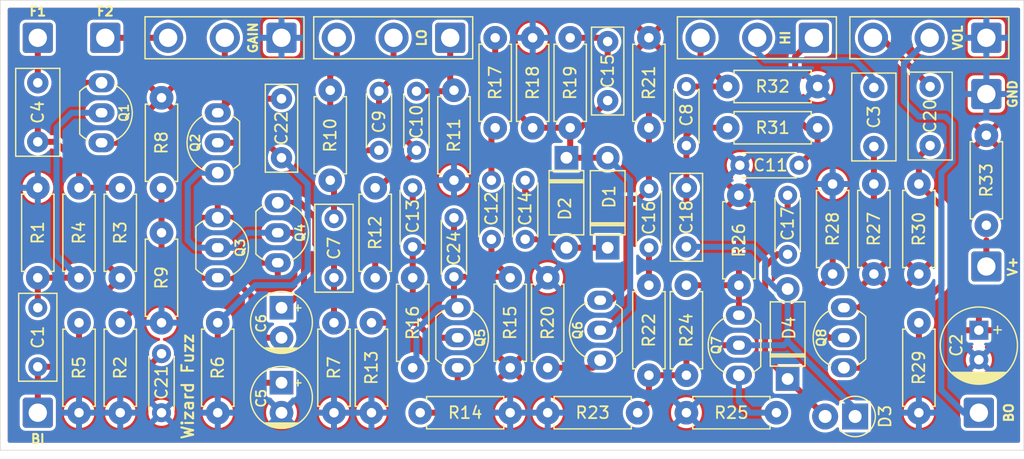
<source format=kicad_pcb>
(kicad_pcb (version 20171130) (host pcbnew "(5.1.10-1-10_14)")

  (general
    (thickness 1.6)
    (drawings 5)
    (tracks 237)
    (zones 0)
    (modules 77)
    (nets 41)
  )

  (page A4)
  (layers
    (0 F.Cu signal)
    (31 B.Cu signal)
    (32 B.Adhes user hide)
    (33 F.Adhes user hide)
    (34 B.Paste user)
    (35 F.Paste user)
    (36 B.SilkS user)
    (37 F.SilkS user)
    (38 B.Mask user)
    (39 F.Mask user)
    (40 Dwgs.User user hide)
    (41 Cmts.User user hide)
    (42 Eco1.User user hide)
    (43 Eco2.User user hide)
    (44 Edge.Cuts user)
    (45 Margin user hide)
    (46 B.CrtYd user hide)
    (47 F.CrtYd user hide)
    (48 B.Fab user hide)
    (49 F.Fab user hide)
  )

  (setup
    (last_trace_width 0.1524)
    (user_trace_width 0.508)
    (user_trace_width 0.6096)
    (user_trace_width 0.762)
    (user_trace_width 1.016)
    (trace_clearance 0.1524)
    (zone_clearance 0.254)
    (zone_45_only no)
    (trace_min 0.1524)
    (via_size 0.6858)
    (via_drill 0.3302)
    (via_min_size 0.6858)
    (via_min_drill 0.3302)
    (uvia_size 0.6858)
    (uvia_drill 0.3302)
    (uvias_allowed no)
    (uvia_min_size 0)
    (uvia_min_drill 0)
    (edge_width 0.05)
    (segment_width 0.2)
    (pcb_text_width 0.3)
    (pcb_text_size 1.5 1.5)
    (mod_edge_width 0.12)
    (mod_text_size 0.889 0.889)
    (mod_text_width 0.1397)
    (pad_size 1.524 1.524)
    (pad_drill 0.762)
    (pad_to_mask_clearance 0.0508)
    (aux_axis_origin 0 0)
    (visible_elements FFFFFF7F)
    (pcbplotparams
      (layerselection 0x010fc_ffffffff)
      (usegerberextensions false)
      (usegerberattributes true)
      (usegerberadvancedattributes true)
      (creategerberjobfile true)
      (excludeedgelayer true)
      (linewidth 0.100000)
      (plotframeref false)
      (viasonmask false)
      (mode 1)
      (useauxorigin false)
      (hpglpennumber 1)
      (hpglpenspeed 20)
      (hpglpendiameter 15.000000)
      (psnegative false)
      (psa4output false)
      (plotreference true)
      (plotvalue true)
      (plotinvisibletext false)
      (padsonsilk false)
      (subtractmaskfromsilk false)
      (outputformat 1)
      (mirror false)
      (drillshape 1)
      (scaleselection 1)
      (outputdirectory ""))
  )

  (net 0 "")
  (net 1 "Net-(BI1-Pad1)")
  (net 2 "Net-(C1-Pad1)")
  (net 3 "Net-(C4-Pad1)")
  (net 4 "Net-(C4-Pad2)")
  (net 5 "Net-(C22-Pad1)")
  (net 6 GND)
  (net 7 "Net-(C6-Pad2)")
  (net 8 "Net-(C6-Pad1)")
  (net 9 "Net-(C22-Pad2)")
  (net 10 "Net-(F2-Pad1)")
  (net 11 "Net-(Q1-Pad3)")
  (net 12 +9V)
  (net 13 "Net-(C7-Pad2)")
  (net 14 "Net-(C10-Pad1)")
  (net 15 "Net-(C9-Pad1)")
  (net 16 "Net-(C10-Pad2)")
  (net 17 "Net-(C13-Pad2)")
  (net 18 "Net-(C13-Pad1)")
  (net 19 "Net-(Q5-Pad3)")
  (net 20 "Net-(C7-Pad1)")
  (net 21 "Net-(BO1-Pad1)")
  (net 22 "Net-(C3-Pad2)")
  (net 23 "Net-(C3-Pad1)")
  (net 24 "Net-(C17-Pad1)")
  (net 25 "Net-(C8-Pad1)")
  (net 26 "Net-(C11-Pad1)")
  (net 27 "Net-(C12-Pad2)")
  (net 28 "Net-(C12-Pad1)")
  (net 29 "Net-(C14-Pad2)")
  (net 30 "Net-(C14-Pad1)")
  (net 31 "Net-(C15-Pad2)")
  (net 32 "Net-(C16-Pad1)")
  (net 33 "Net-(C17-Pad2)")
  (net 34 "Net-(C18-Pad2)")
  (net 35 "Net-(Q6-Pad1)")
  (net 36 "Net-(Q7-Pad1)")
  (net 37 "Net-(Q8-Pad1)")
  (net 38 "Net-(C20-Pad1)")
  (net 39 "Net-(C20-Pad2)")
  (net 40 +9VA)

  (net_class Default "This is the default net class."
    (clearance 0.1524)
    (trace_width 0.1524)
    (via_dia 0.6858)
    (via_drill 0.3302)
    (uvia_dia 0.6858)
    (uvia_drill 0.3302)
    (add_net +9V)
    (add_net +9VA)
    (add_net GND)
    (add_net "Net-(BI1-Pad1)")
    (add_net "Net-(BO1-Pad1)")
    (add_net "Net-(C1-Pad1)")
    (add_net "Net-(C10-Pad1)")
    (add_net "Net-(C10-Pad2)")
    (add_net "Net-(C11-Pad1)")
    (add_net "Net-(C12-Pad1)")
    (add_net "Net-(C12-Pad2)")
    (add_net "Net-(C13-Pad1)")
    (add_net "Net-(C13-Pad2)")
    (add_net "Net-(C14-Pad1)")
    (add_net "Net-(C14-Pad2)")
    (add_net "Net-(C15-Pad2)")
    (add_net "Net-(C16-Pad1)")
    (add_net "Net-(C17-Pad1)")
    (add_net "Net-(C17-Pad2)")
    (add_net "Net-(C18-Pad2)")
    (add_net "Net-(C20-Pad1)")
    (add_net "Net-(C20-Pad2)")
    (add_net "Net-(C22-Pad1)")
    (add_net "Net-(C22-Pad2)")
    (add_net "Net-(C3-Pad1)")
    (add_net "Net-(C3-Pad2)")
    (add_net "Net-(C4-Pad1)")
    (add_net "Net-(C4-Pad2)")
    (add_net "Net-(C6-Pad1)")
    (add_net "Net-(C6-Pad2)")
    (add_net "Net-(C7-Pad1)")
    (add_net "Net-(C7-Pad2)")
    (add_net "Net-(C8-Pad1)")
    (add_net "Net-(C9-Pad1)")
    (add_net "Net-(F2-Pad1)")
    (add_net "Net-(Q1-Pad3)")
    (add_net "Net-(Q5-Pad3)")
    (add_net "Net-(Q6-Pad1)")
    (add_net "Net-(Q7-Pad1)")
    (add_net "Net-(Q8-Pad1)")
  )

  (module Connector_Wire:SolderWire-0.75sqmm_1x03_P4.8mm_D1.25mm_OD2.3mm (layer F.Cu) (tedit 60A2C39F) (tstamp 60A1CD0B)
    (at 134.3025 53.975 180)
    (descr "Soldered wire connection, for 3 times 0.75 mm² wires, basic insulation, conductor diameter 1.25mm, outer diameter 2.3mm, size source Multi-Contact FLEXI-E 0.75 (https://ec.staubli.com/AcroFiles/Catalogues/TM_Cab-Main-11014119_(en)_hi.pdf), bend radius 3 times outer diameter, generated with kicad-footprint-generator")
    (tags "connector wire 0.75sqmm")
    (path /60D9D925)
    (attr virtual)
    (fp_text reference VOL (at 2.413 0 90) (layer F.SilkS)
      (effects (font (size 0.762 0.762) (thickness 0.1778)))
    )
    (fp_text value A100K (at 4.8 2.47) (layer F.Fab)
      (effects (font (size 1 1) (thickness 0.15)))
    )
    (fp_line (start 11.5 -1.78) (end 7.7 -1.78) (layer F.CrtYd) (width 0.05))
    (fp_line (start 11.5 1.78) (end 11.5 -1.78) (layer F.CrtYd) (width 0.05))
    (fp_line (start 7.7 1.78) (end 11.5 1.78) (layer F.CrtYd) (width 0.05))
    (fp_line (start 7.7 -1.78) (end 7.7 1.78) (layer F.CrtYd) (width 0.05))
    (fp_line (start 6.7 -1.78) (end 2.9 -1.78) (layer F.CrtYd) (width 0.05))
    (fp_line (start 6.7 1.78) (end 6.7 -1.78) (layer F.CrtYd) (width 0.05))
    (fp_line (start 2.9 1.78) (end 6.7 1.78) (layer F.CrtYd) (width 0.05))
    (fp_line (start 2.9 -1.78) (end 2.9 1.78) (layer F.CrtYd) (width 0.05))
    (fp_line (start 1.9 -1.78) (end -1.9 -1.78) (layer F.CrtYd) (width 0.05))
    (fp_line (start 1.9 1.78) (end 1.9 -1.78) (layer F.CrtYd) (width 0.05))
    (fp_line (start -1.9 1.78) (end 1.9 1.78) (layer F.CrtYd) (width 0.05))
    (fp_line (start -1.9 -1.78) (end -1.9 1.78) (layer F.CrtYd) (width 0.05))
    (fp_circle (center 9.6 0) (end 10.75 0) (layer F.Fab) (width 0.1))
    (fp_circle (center 4.8 0) (end 5.95 0) (layer F.Fab) (width 0.1))
    (fp_circle (center 0 0) (end 1.15 0) (layer F.Fab) (width 0.1))
    (fp_line (start -1.905 -1.778) (end 11.557 -1.778) (layer F.SilkS) (width 0.12))
    (fp_line (start 11.557 -1.778) (end 11.557 1.778) (layer F.SilkS) (width 0.12))
    (fp_line (start 11.557 1.778) (end -1.905 1.778) (layer F.SilkS) (width 0.12))
    (fp_line (start -1.905 1.778) (end -1.905 -1.778) (layer F.SilkS) (width 0.12))
    (fp_text user %R (at 4.8 0) (layer F.Fab)
      (effects (font (size 0.58 0.58) (thickness 0.09)))
    )
    (pad 3 thru_hole circle (at 9.6 0 180) (size 2.55 2.55) (drill 1.55) (layers *.Cu *.Mask)
      (net 38 "Net-(C20-Pad1)"))
    (pad 2 thru_hole circle (at 4.8 0 180) (size 2.55 2.55) (drill 1.55) (layers *.Cu *.Mask)
      (net 21 "Net-(BO1-Pad1)"))
    (pad 1 thru_hole roundrect (at 0 0 180) (size 2.55 2.55) (drill 1.55) (layers *.Cu *.Mask) (roundrect_rratio 0.098039)
      (net 6 GND))
    (model ${KISYS3DMOD}/Connector_Wire.3dshapes/SolderWire-0.75sqmm_1x03_P4.8mm_D1.25mm_OD2.3mm.wrl
      (at (xyz 0 0 0))
      (scale (xyz 1 1 1))
      (rotate (xyz 0 0 0))
    )
  )

  (module Connector_Wire:SolderWire-0.75sqmm_1x03_P4.8mm_D1.25mm_OD2.3mm (layer F.Cu) (tedit 60A2C39F) (tstamp 60A1C78A)
    (at 119.6975 53.975 180)
    (descr "Soldered wire connection, for 3 times 0.75 mm² wires, basic insulation, conductor diameter 1.25mm, outer diameter 2.3mm, size source Multi-Contact FLEXI-E 0.75 (https://ec.staubli.com/AcroFiles/Catalogues/TM_Cab-Main-11014119_(en)_hi.pdf), bend radius 3 times outer diameter, generated with kicad-footprint-generator")
    (tags "connector wire 0.75sqmm")
    (path /60C651D9)
    (attr virtual)
    (fp_text reference HI (at 2.413 0 90) (layer F.SilkS)
      (effects (font (size 0.762 0.762) (thickness 0.1778)))
    )
    (fp_text value B100K (at 4.8 2.47) (layer F.Fab)
      (effects (font (size 1 1) (thickness 0.15)))
    )
    (fp_line (start 11.5 -1.78) (end 7.7 -1.78) (layer F.CrtYd) (width 0.05))
    (fp_line (start 11.5 1.78) (end 11.5 -1.78) (layer F.CrtYd) (width 0.05))
    (fp_line (start 7.7 1.78) (end 11.5 1.78) (layer F.CrtYd) (width 0.05))
    (fp_line (start 7.7 -1.78) (end 7.7 1.78) (layer F.CrtYd) (width 0.05))
    (fp_line (start 6.7 -1.78) (end 2.9 -1.78) (layer F.CrtYd) (width 0.05))
    (fp_line (start 6.7 1.78) (end 6.7 -1.78) (layer F.CrtYd) (width 0.05))
    (fp_line (start 2.9 1.78) (end 6.7 1.78) (layer F.CrtYd) (width 0.05))
    (fp_line (start 2.9 -1.78) (end 2.9 1.78) (layer F.CrtYd) (width 0.05))
    (fp_line (start 1.9 -1.78) (end -1.9 -1.78) (layer F.CrtYd) (width 0.05))
    (fp_line (start 1.9 1.78) (end 1.9 -1.78) (layer F.CrtYd) (width 0.05))
    (fp_line (start -1.9 1.78) (end 1.9 1.78) (layer F.CrtYd) (width 0.05))
    (fp_line (start -1.9 -1.78) (end -1.9 1.78) (layer F.CrtYd) (width 0.05))
    (fp_circle (center 9.6 0) (end 10.75 0) (layer F.Fab) (width 0.1))
    (fp_circle (center 4.8 0) (end 5.95 0) (layer F.Fab) (width 0.1))
    (fp_circle (center 0 0) (end 1.15 0) (layer F.Fab) (width 0.1))
    (fp_line (start -1.905 -1.778) (end 11.557 -1.778) (layer F.SilkS) (width 0.12))
    (fp_line (start 11.557 -1.778) (end 11.557 1.778) (layer F.SilkS) (width 0.12))
    (fp_line (start 11.557 1.778) (end -1.905 1.778) (layer F.SilkS) (width 0.12))
    (fp_line (start -1.905 1.778) (end -1.905 -1.778) (layer F.SilkS) (width 0.12))
    (fp_text user %R (at 4.8 0) (layer F.Fab)
      (effects (font (size 0.58 0.58) (thickness 0.09)))
    )
    (pad 3 thru_hole circle (at 9.6 0 180) (size 2.55 2.55) (drill 1.55) (layers *.Cu *.Mask)
      (net 25 "Net-(C8-Pad1)"))
    (pad 2 thru_hole circle (at 4.8 0 180) (size 2.55 2.55) (drill 1.55) (layers *.Cu *.Mask)
      (net 22 "Net-(C3-Pad2)"))
    (pad 1 thru_hole roundrect (at 0 0 180) (size 2.55 2.55) (drill 1.55) (layers *.Cu *.Mask) (roundrect_rratio 0.098039)
      (net 26 "Net-(C11-Pad1)"))
    (model ${KISYS3DMOD}/Connector_Wire.3dshapes/SolderWire-0.75sqmm_1x03_P4.8mm_D1.25mm_OD2.3mm.wrl
      (at (xyz 0 0 0))
      (scale (xyz 1 1 1))
      (rotate (xyz 0 0 0))
    )
  )

  (module Connector_Wire:SolderWire-0.75sqmm_1x03_P4.8mm_D1.25mm_OD2.3mm (layer F.Cu) (tedit 60A2C39F) (tstamp 60A19B79)
    (at 88.9 53.975 180)
    (descr "Soldered wire connection, for 3 times 0.75 mm² wires, basic insulation, conductor diameter 1.25mm, outer diameter 2.3mm, size source Multi-Contact FLEXI-E 0.75 (https://ec.staubli.com/AcroFiles/Catalogues/TM_Cab-Main-11014119_(en)_hi.pdf), bend radius 3 times outer diameter, generated with kicad-footprint-generator")
    (tags "connector wire 0.75sqmm")
    (path /60A7DFAF)
    (attr virtual)
    (fp_text reference LO (at 2.413 0 90) (layer F.SilkS)
      (effects (font (size 0.762 0.762) (thickness 0.1778)))
    )
    (fp_text value A1M (at 4.8 2.47) (layer F.Fab)
      (effects (font (size 1 1) (thickness 0.15)))
    )
    (fp_line (start 11.5 -1.78) (end 7.7 -1.78) (layer F.CrtYd) (width 0.05))
    (fp_line (start 11.5 1.78) (end 11.5 -1.78) (layer F.CrtYd) (width 0.05))
    (fp_line (start 7.7 1.78) (end 11.5 1.78) (layer F.CrtYd) (width 0.05))
    (fp_line (start 7.7 -1.78) (end 7.7 1.78) (layer F.CrtYd) (width 0.05))
    (fp_line (start 6.7 -1.78) (end 2.9 -1.78) (layer F.CrtYd) (width 0.05))
    (fp_line (start 6.7 1.78) (end 6.7 -1.78) (layer F.CrtYd) (width 0.05))
    (fp_line (start 2.9 1.78) (end 6.7 1.78) (layer F.CrtYd) (width 0.05))
    (fp_line (start 2.9 -1.78) (end 2.9 1.78) (layer F.CrtYd) (width 0.05))
    (fp_line (start 1.9 -1.78) (end -1.9 -1.78) (layer F.CrtYd) (width 0.05))
    (fp_line (start 1.9 1.78) (end 1.9 -1.78) (layer F.CrtYd) (width 0.05))
    (fp_line (start -1.9 1.78) (end 1.9 1.78) (layer F.CrtYd) (width 0.05))
    (fp_line (start -1.9 -1.78) (end -1.9 1.78) (layer F.CrtYd) (width 0.05))
    (fp_circle (center 9.6 0) (end 10.75 0) (layer F.Fab) (width 0.1))
    (fp_circle (center 4.8 0) (end 5.95 0) (layer F.Fab) (width 0.1))
    (fp_circle (center 0 0) (end 1.15 0) (layer F.Fab) (width 0.1))
    (fp_line (start -1.905 -1.778) (end 11.557 -1.778) (layer F.SilkS) (width 0.12))
    (fp_line (start 11.557 -1.778) (end 11.557 1.778) (layer F.SilkS) (width 0.12))
    (fp_line (start 11.557 1.778) (end -1.905 1.778) (layer F.SilkS) (width 0.12))
    (fp_line (start -1.905 1.778) (end -1.905 -1.778) (layer F.SilkS) (width 0.12))
    (fp_text user %R (at 4.8 0) (layer F.Fab)
      (effects (font (size 0.58 0.58) (thickness 0.09)))
    )
    (pad 3 thru_hole circle (at 9.6 0 180) (size 2.55 2.55) (drill 1.55) (layers *.Cu *.Mask)
      (net 15 "Net-(C9-Pad1)"))
    (pad 2 thru_hole circle (at 4.8 0 180) (size 2.55 2.55) (drill 1.55) (layers *.Cu *.Mask)
      (net 14 "Net-(C10-Pad1)"))
    (pad 1 thru_hole roundrect (at 0 0 180) (size 2.55 2.55) (drill 1.55) (layers *.Cu *.Mask) (roundrect_rratio 0.098039)
      (net 16 "Net-(C10-Pad2)"))
    (model ${KISYS3DMOD}/Connector_Wire.3dshapes/SolderWire-0.75sqmm_1x03_P4.8mm_D1.25mm_OD2.3mm.wrl
      (at (xyz 0 0 0))
      (scale (xyz 1 1 1))
      (rotate (xyz 0 0 0))
    )
  )

  (module Connector_Wire:SolderWire-0.75sqmm_1x03_P4.8mm_D1.25mm_OD2.3mm (layer F.Cu) (tedit 60A2C39F) (tstamp 60A14420)
    (at 74.6125 53.975 180)
    (descr "Soldered wire connection, for 3 times 0.75 mm² wires, basic insulation, conductor diameter 1.25mm, outer diameter 2.3mm, size source Multi-Contact FLEXI-E 0.75 (https://ec.staubli.com/AcroFiles/Catalogues/TM_Cab-Main-11014119_(en)_hi.pdf), bend radius 3 times outer diameter, generated with kicad-footprint-generator")
    (tags "connector wire 0.75sqmm")
    (path /60A257D5)
    (attr virtual)
    (fp_text reference GAIN (at 2.413 0 90) (layer F.SilkS)
      (effects (font (size 0.762 0.762) (thickness 0.1778)))
    )
    (fp_text value A100K (at 4.8 2.47) (layer F.Fab)
      (effects (font (size 1 1) (thickness 0.15)))
    )
    (fp_line (start 11.5 -1.78) (end 7.7 -1.78) (layer F.CrtYd) (width 0.05))
    (fp_line (start 11.5 1.78) (end 11.5 -1.78) (layer F.CrtYd) (width 0.05))
    (fp_line (start 7.7 1.78) (end 11.5 1.78) (layer F.CrtYd) (width 0.05))
    (fp_line (start 7.7 -1.78) (end 7.7 1.78) (layer F.CrtYd) (width 0.05))
    (fp_line (start 6.7 -1.78) (end 2.9 -1.78) (layer F.CrtYd) (width 0.05))
    (fp_line (start 6.7 1.78) (end 6.7 -1.78) (layer F.CrtYd) (width 0.05))
    (fp_line (start 2.9 1.78) (end 6.7 1.78) (layer F.CrtYd) (width 0.05))
    (fp_line (start 2.9 -1.78) (end 2.9 1.78) (layer F.CrtYd) (width 0.05))
    (fp_line (start 1.9 -1.78) (end -1.9 -1.78) (layer F.CrtYd) (width 0.05))
    (fp_line (start 1.9 1.78) (end 1.9 -1.78) (layer F.CrtYd) (width 0.05))
    (fp_line (start -1.9 1.78) (end 1.9 1.78) (layer F.CrtYd) (width 0.05))
    (fp_line (start -1.9 -1.78) (end -1.9 1.78) (layer F.CrtYd) (width 0.05))
    (fp_circle (center 9.6 0) (end 10.75 0) (layer F.Fab) (width 0.1))
    (fp_circle (center 4.8 0) (end 5.95 0) (layer F.Fab) (width 0.1))
    (fp_circle (center 0 0) (end 1.15 0) (layer F.Fab) (width 0.1))
    (fp_line (start -1.905 -1.778) (end 11.557 -1.778) (layer F.SilkS) (width 0.12))
    (fp_line (start 11.557 -1.778) (end 11.557 1.778) (layer F.SilkS) (width 0.12))
    (fp_line (start 11.557 1.778) (end -1.905 1.778) (layer F.SilkS) (width 0.12))
    (fp_line (start -1.905 1.778) (end -1.905 -1.778) (layer F.SilkS) (width 0.12))
    (fp_text user %R (at 4.8 0) (layer F.Fab)
      (effects (font (size 0.58 0.58) (thickness 0.09)))
    )
    (pad 3 thru_hole circle (at 9.6 0 180) (size 2.55 2.55) (drill 1.55) (layers *.Cu *.Mask)
      (net 10 "Net-(F2-Pad1)"))
    (pad 2 thru_hole circle (at 4.8 0 180) (size 2.55 2.55) (drill 1.55) (layers *.Cu *.Mask)
      (net 9 "Net-(C22-Pad2)"))
    (pad 1 thru_hole roundrect (at 0 0 180) (size 2.55 2.55) (drill 1.55) (layers *.Cu *.Mask) (roundrect_rratio 0.098039)
      (net 6 GND))
    (model ${KISYS3DMOD}/Connector_Wire.3dshapes/SolderWire-0.75sqmm_1x03_P4.8mm_D1.25mm_OD2.3mm.wrl
      (at (xyz 0 0 0))
      (scale (xyz 1 1 1))
      (rotate (xyz 0 0 0))
    )
  )

  (module Device_VN:TO-92_Inline_Wide (layer F.Cu) (tedit 60A261F8) (tstamp 60A1C8B0)
    (at 122.2375 81.915 90)
    (descr "TO-92 leads in-line, wide, drill 0.75mm (see NXP sot054_po.pdf)")
    (tags "to-92 sc-43 sc-43a sot54 PA33 transistor")
    (path /60CC0443)
    (fp_text reference Q8 (at 2.54 -1.905 90) (layer F.SilkS)
      (effects (font (size 0.762 0.762) (thickness 0.15)))
    )
    (fp_text value 2n5089 (at 2.54 2.79 90) (layer F.Fab)
      (effects (font (size 1 1) (thickness 0.15)))
    )
    (fp_line (start 6.09 2.01) (end -1.01 2.01) (layer F.CrtYd) (width 0.05))
    (fp_line (start 6.09 2.01) (end 6.09 -2.73) (layer F.CrtYd) (width 0.05))
    (fp_line (start -1.01 -2.73) (end -1.01 2.01) (layer F.CrtYd) (width 0.05))
    (fp_line (start -1.01 -2.73) (end 6.09 -2.73) (layer F.CrtYd) (width 0.05))
    (fp_line (start 0.8 1.75) (end 4.3 1.75) (layer F.Fab) (width 0.1))
    (fp_line (start 0.74 1.85) (end 4.34 1.85) (layer F.SilkS) (width 0.12))
    (fp_arc (start 2.54 0) (end 4.34 1.85) (angle -20) (layer F.SilkS) (width 0.12))
    (fp_arc (start 2.54 0) (end 2.54 -2.48) (angle -135) (layer F.Fab) (width 0.1))
    (fp_arc (start 2.54 0) (end 2.54 -2.48) (angle 135) (layer F.Fab) (width 0.1))
    (fp_arc (start 2.54 0) (end 2.54 -2.6) (angle 65) (layer F.SilkS) (width 0.12))
    (fp_arc (start 2.54 0) (end 2.54 -2.6) (angle -65) (layer F.SilkS) (width 0.12))
    (fp_arc (start 2.54 0) (end 0.74 1.85) (angle 20) (layer F.SilkS) (width 0.12))
    (fp_text user %R (at 2.54 0 90) (layer F.Fab)
      (effects (font (size 1 1) (thickness 0.15)))
    )
    (pad 1 thru_hole oval (at 0 0 90) (size 1.599946 2.199894) (drill 1) (layers *.Cu *.Mask)
      (net 37 "Net-(Q8-Pad1)"))
    (pad 3 thru_hole oval (at 5.08 0 90) (size 1.6 2.2) (drill oval 0.8 1) (layers *.Cu *.Mask)
      (net 39 "Net-(C20-Pad2)"))
    (pad 2 thru_hole oval (at 2.54 0 90) (size 1.6 2.2) (drill oval 0.8 1) (layers *.Cu *.Mask)
      (net 23 "Net-(C3-Pad1)"))
    (model ${KISYS3DMOD}/Package_TO_SOT_THT.3dshapes/TO-92_Inline_Wide.wrl
      (at (xyz 0 0 0))
      (scale (xyz 1 1 1))
      (rotate (xyz 0 0 0))
    )
  )

  (module Device_VN:TO-92_Inline_Wide (layer F.Cu) (tedit 60A261F8) (tstamp 60A1C89C)
    (at 113.3475 82.55 90)
    (descr "TO-92 leads in-line, wide, drill 0.75mm (see NXP sot054_po.pdf)")
    (tags "to-92 sc-43 sc-43a sot54 PA33 transistor")
    (path /60C1C2FA)
    (fp_text reference Q7 (at 2.54 -1.905 90) (layer F.SilkS)
      (effects (font (size 0.762 0.762) (thickness 0.15)))
    )
    (fp_text value 2n5089 (at 2.54 2.79 90) (layer F.Fab)
      (effects (font (size 1 1) (thickness 0.15)))
    )
    (fp_line (start 6.09 2.01) (end -1.01 2.01) (layer F.CrtYd) (width 0.05))
    (fp_line (start 6.09 2.01) (end 6.09 -2.73) (layer F.CrtYd) (width 0.05))
    (fp_line (start -1.01 -2.73) (end -1.01 2.01) (layer F.CrtYd) (width 0.05))
    (fp_line (start -1.01 -2.73) (end 6.09 -2.73) (layer F.CrtYd) (width 0.05))
    (fp_line (start 0.8 1.75) (end 4.3 1.75) (layer F.Fab) (width 0.1))
    (fp_line (start 0.74 1.85) (end 4.34 1.85) (layer F.SilkS) (width 0.12))
    (fp_arc (start 2.54 0) (end 4.34 1.85) (angle -20) (layer F.SilkS) (width 0.12))
    (fp_arc (start 2.54 0) (end 2.54 -2.48) (angle -135) (layer F.Fab) (width 0.1))
    (fp_arc (start 2.54 0) (end 2.54 -2.48) (angle 135) (layer F.Fab) (width 0.1))
    (fp_arc (start 2.54 0) (end 2.54 -2.6) (angle 65) (layer F.SilkS) (width 0.12))
    (fp_arc (start 2.54 0) (end 2.54 -2.6) (angle -65) (layer F.SilkS) (width 0.12))
    (fp_arc (start 2.54 0) (end 0.74 1.85) (angle 20) (layer F.SilkS) (width 0.12))
    (fp_text user %R (at 2.54 0 90) (layer F.Fab)
      (effects (font (size 1 1) (thickness 0.15)))
    )
    (pad 1 thru_hole oval (at 0 0 90) (size 1.599946 2.199894) (drill 1) (layers *.Cu *.Mask)
      (net 36 "Net-(Q7-Pad1)"))
    (pad 3 thru_hole oval (at 5.08 0 90) (size 1.6 2.2) (drill oval 0.8 1) (layers *.Cu *.Mask)
      (net 24 "Net-(C17-Pad1)"))
    (pad 2 thru_hole oval (at 2.54 0 90) (size 1.6 2.2) (drill oval 0.8 1) (layers *.Cu *.Mask)
      (net 34 "Net-(C18-Pad2)"))
    (model ${KISYS3DMOD}/Package_TO_SOT_THT.3dshapes/TO-92_Inline_Wide.wrl
      (at (xyz 0 0 0))
      (scale (xyz 1 1 1))
      (rotate (xyz 0 0 0))
    )
  )

  (module Device_VN:TO-92_Inline_Wide (layer F.Cu) (tedit 60A261F8) (tstamp 60A1C888)
    (at 101.6 81.28 90)
    (descr "TO-92 leads in-line, wide, drill 0.75mm (see NXP sot054_po.pdf)")
    (tags "to-92 sc-43 sc-43a sot54 PA33 transistor")
    (path /60B3179B)
    (fp_text reference Q6 (at 2.54 -1.905 90) (layer F.SilkS)
      (effects (font (size 0.762 0.762) (thickness 0.15)))
    )
    (fp_text value 2n5089 (at 2.54 2.79 90) (layer F.Fab)
      (effects (font (size 1 1) (thickness 0.15)))
    )
    (fp_line (start 6.09 2.01) (end -1.01 2.01) (layer F.CrtYd) (width 0.05))
    (fp_line (start 6.09 2.01) (end 6.09 -2.73) (layer F.CrtYd) (width 0.05))
    (fp_line (start -1.01 -2.73) (end -1.01 2.01) (layer F.CrtYd) (width 0.05))
    (fp_line (start -1.01 -2.73) (end 6.09 -2.73) (layer F.CrtYd) (width 0.05))
    (fp_line (start 0.8 1.75) (end 4.3 1.75) (layer F.Fab) (width 0.1))
    (fp_line (start 0.74 1.85) (end 4.34 1.85) (layer F.SilkS) (width 0.12))
    (fp_arc (start 2.54 0) (end 4.34 1.85) (angle -20) (layer F.SilkS) (width 0.12))
    (fp_arc (start 2.54 0) (end 2.54 -2.48) (angle -135) (layer F.Fab) (width 0.1))
    (fp_arc (start 2.54 0) (end 2.54 -2.48) (angle 135) (layer F.Fab) (width 0.1))
    (fp_arc (start 2.54 0) (end 2.54 -2.6) (angle 65) (layer F.SilkS) (width 0.12))
    (fp_arc (start 2.54 0) (end 2.54 -2.6) (angle -65) (layer F.SilkS) (width 0.12))
    (fp_arc (start 2.54 0) (end 0.74 1.85) (angle 20) (layer F.SilkS) (width 0.12))
    (fp_text user %R (at 2.54 0 90) (layer F.Fab)
      (effects (font (size 1 1) (thickness 0.15)))
    )
    (pad 1 thru_hole oval (at 0 0 90) (size 1.599946 2.199894) (drill 1) (layers *.Cu *.Mask)
      (net 35 "Net-(Q6-Pad1)"))
    (pad 3 thru_hole oval (at 5.08 0 90) (size 1.6 2.2) (drill oval 0.8 1) (layers *.Cu *.Mask)
      (net 30 "Net-(C14-Pad1)"))
    (pad 2 thru_hole oval (at 2.54 0 90) (size 1.6 2.2) (drill oval 0.8 1) (layers *.Cu *.Mask)
      (net 31 "Net-(C15-Pad2)"))
    (model ${KISYS3DMOD}/Package_TO_SOT_THT.3dshapes/TO-92_Inline_Wide.wrl
      (at (xyz 0 0 0))
      (scale (xyz 1 1 1))
      (rotate (xyz 0 0 0))
    )
  )

  (module Device_VN:TO-92_Inline_Wide (layer F.Cu) (tedit 60A261F8) (tstamp 60A19C25)
    (at 89.535 76.835 270)
    (descr "TO-92 leads in-line, wide, drill 0.75mm (see NXP sot054_po.pdf)")
    (tags "to-92 sc-43 sc-43a sot54 PA33 transistor")
    (path /60ACDF7C)
    (fp_text reference Q5 (at 2.54 -1.905 90) (layer F.SilkS)
      (effects (font (size 0.762 0.762) (thickness 0.15)))
    )
    (fp_text value BS170 (at 2.54 2.79 90) (layer F.Fab)
      (effects (font (size 1 1) (thickness 0.15)))
    )
    (fp_line (start 6.09 2.01) (end -1.01 2.01) (layer F.CrtYd) (width 0.05))
    (fp_line (start 6.09 2.01) (end 6.09 -2.73) (layer F.CrtYd) (width 0.05))
    (fp_line (start -1.01 -2.73) (end -1.01 2.01) (layer F.CrtYd) (width 0.05))
    (fp_line (start -1.01 -2.73) (end 6.09 -2.73) (layer F.CrtYd) (width 0.05))
    (fp_line (start 0.8 1.75) (end 4.3 1.75) (layer F.Fab) (width 0.1))
    (fp_line (start 0.74 1.85) (end 4.34 1.85) (layer F.SilkS) (width 0.12))
    (fp_arc (start 2.54 0) (end 4.34 1.85) (angle -20) (layer F.SilkS) (width 0.12))
    (fp_arc (start 2.54 0) (end 2.54 -2.48) (angle -135) (layer F.Fab) (width 0.1))
    (fp_arc (start 2.54 0) (end 2.54 -2.48) (angle 135) (layer F.Fab) (width 0.1))
    (fp_arc (start 2.54 0) (end 2.54 -2.6) (angle 65) (layer F.SilkS) (width 0.12))
    (fp_arc (start 2.54 0) (end 2.54 -2.6) (angle -65) (layer F.SilkS) (width 0.12))
    (fp_arc (start 2.54 0) (end 0.74 1.85) (angle 20) (layer F.SilkS) (width 0.12))
    (fp_text user %R (at 2.54 0 90) (layer F.Fab)
      (effects (font (size 1 1) (thickness 0.15)))
    )
    (pad 1 thru_hole oval (at 0 0 270) (size 1.599946 2.199894) (drill 1) (layers *.Cu *.Mask)
      (net 27 "Net-(C12-Pad2)"))
    (pad 3 thru_hole oval (at 5.08 0 270) (size 1.6 2.2) (drill oval 0.8 1) (layers *.Cu *.Mask)
      (net 19 "Net-(Q5-Pad3)"))
    (pad 2 thru_hole oval (at 2.54 0 270) (size 1.6 2.2) (drill oval 0.8 1) (layers *.Cu *.Mask)
      (net 17 "Net-(C13-Pad2)"))
    (model ${KISYS3DMOD}/Package_TO_SOT_THT.3dshapes/TO-92_Inline_Wide.wrl
      (at (xyz 0 0 0))
      (scale (xyz 1 1 1))
      (rotate (xyz 0 0 0))
    )
  )

  (module Device_VN:TO-92_Inline_Wide (layer F.Cu) (tedit 60A261F8) (tstamp 60A1447B)
    (at 74.295 67.945 270)
    (descr "TO-92 leads in-line, wide, drill 0.75mm (see NXP sot054_po.pdf)")
    (tags "to-92 sc-43 sc-43a sot54 PA33 transistor")
    (path /60A3AEEF)
    (fp_text reference Q4 (at 2.54 -1.905 90) (layer F.SilkS)
      (effects (font (size 0.762 0.762) (thickness 0.15)))
    )
    (fp_text value 2n3904 (at 2.54 2.79 90) (layer F.Fab)
      (effects (font (size 1 1) (thickness 0.15)))
    )
    (fp_line (start 6.09 2.01) (end -1.01 2.01) (layer F.CrtYd) (width 0.05))
    (fp_line (start 6.09 2.01) (end 6.09 -2.73) (layer F.CrtYd) (width 0.05))
    (fp_line (start -1.01 -2.73) (end -1.01 2.01) (layer F.CrtYd) (width 0.05))
    (fp_line (start -1.01 -2.73) (end 6.09 -2.73) (layer F.CrtYd) (width 0.05))
    (fp_line (start 0.8 1.75) (end 4.3 1.75) (layer F.Fab) (width 0.1))
    (fp_line (start 0.74 1.85) (end 4.34 1.85) (layer F.SilkS) (width 0.12))
    (fp_arc (start 2.54 0) (end 4.34 1.85) (angle -20) (layer F.SilkS) (width 0.12))
    (fp_arc (start 2.54 0) (end 2.54 -2.48) (angle -135) (layer F.Fab) (width 0.1))
    (fp_arc (start 2.54 0) (end 2.54 -2.48) (angle 135) (layer F.Fab) (width 0.1))
    (fp_arc (start 2.54 0) (end 2.54 -2.6) (angle 65) (layer F.SilkS) (width 0.12))
    (fp_arc (start 2.54 0) (end 2.54 -2.6) (angle -65) (layer F.SilkS) (width 0.12))
    (fp_arc (start 2.54 0) (end 0.74 1.85) (angle 20) (layer F.SilkS) (width 0.12))
    (fp_text user %R (at 2.54 0 90) (layer F.Fab)
      (effects (font (size 1 1) (thickness 0.15)))
    )
    (pad 1 thru_hole oval (at 0 0 270) (size 1.599946 2.199894) (drill 1) (layers *.Cu *.Mask)
      (net 20 "Net-(C7-Pad1)"))
    (pad 3 thru_hole oval (at 5.08 0 270) (size 1.6 2.2) (drill oval 0.8 1) (layers *.Cu *.Mask)
      (net 40 +9VA))
    (pad 2 thru_hole oval (at 2.54 0 270) (size 1.6 2.2) (drill oval 0.8 1) (layers *.Cu *.Mask)
      (net 8 "Net-(C6-Pad1)"))
    (model ${KISYS3DMOD}/Package_TO_SOT_THT.3dshapes/TO-92_Inline_Wide.wrl
      (at (xyz 0 0 0))
      (scale (xyz 1 1 1))
      (rotate (xyz 0 0 0))
    )
  )

  (module Device_VN:TO-92_Inline_Wide (layer F.Cu) (tedit 60A261F8) (tstamp 60A1443F)
    (at 59.3725 57.785 270)
    (descr "TO-92 leads in-line, wide, drill 0.75mm (see NXP sot054_po.pdf)")
    (tags "to-92 sc-43 sc-43a sot54 PA33 transistor")
    (path /60A10144)
    (fp_text reference Q1 (at 2.54 -1.905 90) (layer F.SilkS)
      (effects (font (size 0.762 0.762) (thickness 0.15)))
    )
    (fp_text value BS170 (at 2.54 2.79 90) (layer F.Fab)
      (effects (font (size 1 1) (thickness 0.15)))
    )
    (fp_line (start 6.09 2.01) (end -1.01 2.01) (layer F.CrtYd) (width 0.05))
    (fp_line (start 6.09 2.01) (end 6.09 -2.73) (layer F.CrtYd) (width 0.05))
    (fp_line (start -1.01 -2.73) (end -1.01 2.01) (layer F.CrtYd) (width 0.05))
    (fp_line (start -1.01 -2.73) (end 6.09 -2.73) (layer F.CrtYd) (width 0.05))
    (fp_line (start 0.8 1.75) (end 4.3 1.75) (layer F.Fab) (width 0.1))
    (fp_line (start 0.74 1.85) (end 4.34 1.85) (layer F.SilkS) (width 0.12))
    (fp_arc (start 2.54 0) (end 4.34 1.85) (angle -20) (layer F.SilkS) (width 0.12))
    (fp_arc (start 2.54 0) (end 2.54 -2.48) (angle -135) (layer F.Fab) (width 0.1))
    (fp_arc (start 2.54 0) (end 2.54 -2.48) (angle 135) (layer F.Fab) (width 0.1))
    (fp_arc (start 2.54 0) (end 2.54 -2.6) (angle 65) (layer F.SilkS) (width 0.12))
    (fp_arc (start 2.54 0) (end 2.54 -2.6) (angle -65) (layer F.SilkS) (width 0.12))
    (fp_arc (start 2.54 0) (end 0.74 1.85) (angle 20) (layer F.SilkS) (width 0.12))
    (fp_text user %R (at 2.54 0 90) (layer F.Fab)
      (effects (font (size 1 1) (thickness 0.15)))
    )
    (pad 1 thru_hole oval (at 0 0 270) (size 1.599946 2.199894) (drill 1) (layers *.Cu *.Mask)
      (net 4 "Net-(C4-Pad2)"))
    (pad 3 thru_hole oval (at 5.08 0 270) (size 1.6 2.2) (drill oval 0.8 1) (layers *.Cu *.Mask)
      (net 11 "Net-(Q1-Pad3)"))
    (pad 2 thru_hole oval (at 2.54 0 270) (size 1.6 2.2) (drill oval 0.8 1) (layers *.Cu *.Mask)
      (net 2 "Net-(C1-Pad1)"))
    (model ${KISYS3DMOD}/Package_TO_SOT_THT.3dshapes/TO-92_Inline_Wide.wrl
      (at (xyz 0 0 0))
      (scale (xyz 1 1 1))
      (rotate (xyz 0 0 0))
    )
  )

  (module Device_VN:TO-92_Inline_Wide (layer F.Cu) (tedit 60A261F8) (tstamp 60A14453)
    (at 69.215 65.405 90)
    (descr "TO-92 leads in-line, wide, drill 0.75mm (see NXP sot054_po.pdf)")
    (tags "to-92 sc-43 sc-43a sot54 PA33 transistor")
    (path /60A26B99)
    (fp_text reference Q2 (at 2.54 -1.905 90) (layer F.SilkS)
      (effects (font (size 0.762 0.762) (thickness 0.15)))
    )
    (fp_text value 2n5458 (at 2.54 2.79 90) (layer F.Fab)
      (effects (font (size 1 1) (thickness 0.15)))
    )
    (fp_line (start 6.09 2.01) (end -1.01 2.01) (layer F.CrtYd) (width 0.05))
    (fp_line (start 6.09 2.01) (end 6.09 -2.73) (layer F.CrtYd) (width 0.05))
    (fp_line (start -1.01 -2.73) (end -1.01 2.01) (layer F.CrtYd) (width 0.05))
    (fp_line (start -1.01 -2.73) (end 6.09 -2.73) (layer F.CrtYd) (width 0.05))
    (fp_line (start 0.8 1.75) (end 4.3 1.75) (layer F.Fab) (width 0.1))
    (fp_line (start 0.74 1.85) (end 4.34 1.85) (layer F.SilkS) (width 0.12))
    (fp_arc (start 2.54 0) (end 4.34 1.85) (angle -20) (layer F.SilkS) (width 0.12))
    (fp_arc (start 2.54 0) (end 2.54 -2.48) (angle -135) (layer F.Fab) (width 0.1))
    (fp_arc (start 2.54 0) (end 2.54 -2.48) (angle 135) (layer F.Fab) (width 0.1))
    (fp_arc (start 2.54 0) (end 2.54 -2.6) (angle 65) (layer F.SilkS) (width 0.12))
    (fp_arc (start 2.54 0) (end 2.54 -2.6) (angle -65) (layer F.SilkS) (width 0.12))
    (fp_arc (start 2.54 0) (end 0.74 1.85) (angle 20) (layer F.SilkS) (width 0.12))
    (fp_text user %R (at 2.54 0 90) (layer F.Fab)
      (effects (font (size 1 1) (thickness 0.15)))
    )
    (pad 1 thru_hole oval (at 0 0 90) (size 1.599946 2.199894) (drill 1) (layers *.Cu *.Mask)
      (net 8 "Net-(C6-Pad1)"))
    (pad 3 thru_hole oval (at 5.08 0 90) (size 1.6 2.2) (drill oval 0.8 1) (layers *.Cu *.Mask)
      (net 9 "Net-(C22-Pad2)"))
    (pad 2 thru_hole oval (at 2.54 0 90) (size 1.6 2.2) (drill oval 0.8 1) (layers *.Cu *.Mask)
      (net 5 "Net-(C22-Pad1)"))
    (model ${KISYS3DMOD}/Package_TO_SOT_THT.3dshapes/TO-92_Inline_Wide.wrl
      (at (xyz 0 0 0))
      (scale (xyz 1 1 1))
      (rotate (xyz 0 0 0))
    )
  )

  (module Device_VN:TO-92_Inline_Wide (layer F.Cu) (tedit 60A261F8) (tstamp 60A14467)
    (at 69.215 69.215 270)
    (descr "TO-92 leads in-line, wide, drill 0.75mm (see NXP sot054_po.pdf)")
    (tags "to-92 sc-43 sc-43a sot54 PA33 transistor")
    (path /60A316D6)
    (fp_text reference Q3 (at 2.54 -1.905 90) (layer F.SilkS)
      (effects (font (size 0.762 0.762) (thickness 0.15)))
    )
    (fp_text value 2n5458 (at 2.54 2.79 90) (layer F.Fab)
      (effects (font (size 1 1) (thickness 0.15)))
    )
    (fp_line (start 6.09 2.01) (end -1.01 2.01) (layer F.CrtYd) (width 0.05))
    (fp_line (start 6.09 2.01) (end 6.09 -2.73) (layer F.CrtYd) (width 0.05))
    (fp_line (start -1.01 -2.73) (end -1.01 2.01) (layer F.CrtYd) (width 0.05))
    (fp_line (start -1.01 -2.73) (end 6.09 -2.73) (layer F.CrtYd) (width 0.05))
    (fp_line (start 0.8 1.75) (end 4.3 1.75) (layer F.Fab) (width 0.1))
    (fp_line (start 0.74 1.85) (end 4.34 1.85) (layer F.SilkS) (width 0.12))
    (fp_arc (start 2.54 0) (end 4.34 1.85) (angle -20) (layer F.SilkS) (width 0.12))
    (fp_arc (start 2.54 0) (end 2.54 -2.48) (angle -135) (layer F.Fab) (width 0.1))
    (fp_arc (start 2.54 0) (end 2.54 -2.48) (angle 135) (layer F.Fab) (width 0.1))
    (fp_arc (start 2.54 0) (end 2.54 -2.6) (angle 65) (layer F.SilkS) (width 0.12))
    (fp_arc (start 2.54 0) (end 2.54 -2.6) (angle -65) (layer F.SilkS) (width 0.12))
    (fp_arc (start 2.54 0) (end 0.74 1.85) (angle 20) (layer F.SilkS) (width 0.12))
    (fp_text user %R (at 2.54 0 90) (layer F.Fab)
      (effects (font (size 1 1) (thickness 0.15)))
    )
    (pad 1 thru_hole oval (at 0 0 270) (size 1.599946 2.199894) (drill 1) (layers *.Cu *.Mask)
      (net 40 +9VA))
    (pad 3 thru_hole oval (at 5.08 0 270) (size 1.6 2.2) (drill oval 0.8 1) (layers *.Cu *.Mask)
      (net 7 "Net-(C6-Pad2)"))
    (pad 2 thru_hole oval (at 2.54 0 270) (size 1.6 2.2) (drill oval 0.8 1) (layers *.Cu *.Mask)
      (net 8 "Net-(C6-Pad1)"))
    (model ${KISYS3DMOD}/Package_TO_SOT_THT.3dshapes/TO-92_Inline_Wide.wrl
      (at (xyz 0 0 0))
      (scale (xyz 1 1 1))
      (rotate (xyz 0 0 0))
    )
  )

  (module Capacitor_THT:C_Rect_L7.2mm_W3.5mm_P5.00mm_FKS2_FKP2_MKS2_MKP2 (layer F.Cu) (tedit 5FFE8EC9) (tstamp 60A1C447)
    (at 129.54 58.1025 270)
    (descr "C, Rect series, Radial, pin pitch=5.00mm, , length*width=7.2*3.5mm^2, Capacitor, http://www.wima.com/EN/WIMA_FKS_2.pdf")
    (tags "C Rect series Radial pin pitch 5.00mm  length 7.2mm width 3.5mm Capacitor")
    (path /60D9C380)
    (fp_text reference C20 (at 2.5 0 90) (layer F.SilkS)
      (effects (font (size 1 1) (thickness 0.15)))
    )
    (fp_text value 1µF (at 2.5 3 90) (layer F.Fab)
      (effects (font (size 1 1) (thickness 0.15)))
    )
    (fp_line (start -1.1 -1.75) (end -1.1 1.75) (layer F.Fab) (width 0.1))
    (fp_line (start -1.1 1.75) (end 6.1 1.75) (layer F.Fab) (width 0.1))
    (fp_line (start 6.1 1.75) (end 6.1 -1.75) (layer F.Fab) (width 0.1))
    (fp_line (start 6.1 -1.75) (end -1.1 -1.75) (layer F.Fab) (width 0.1))
    (fp_line (start -1.22 -1.87) (end 6.22 -1.87) (layer F.SilkS) (width 0.12))
    (fp_line (start -1.22 1.87) (end 6.22 1.87) (layer F.SilkS) (width 0.12))
    (fp_line (start -1.22 -1.87) (end -1.22 1.87) (layer F.SilkS) (width 0.12))
    (fp_line (start 6.22 -1.87) (end 6.22 1.87) (layer F.SilkS) (width 0.12))
    (fp_line (start -1.35 -2) (end -1.35 2) (layer F.CrtYd) (width 0.05))
    (fp_line (start -1.35 2) (end 6.35 2) (layer F.CrtYd) (width 0.05))
    (fp_line (start 6.35 2) (end 6.35 -2) (layer F.CrtYd) (width 0.05))
    (fp_line (start 6.35 -2) (end -1.35 -2) (layer F.CrtYd) (width 0.05))
    (fp_text user %R (at 2.5 0 90) (layer F.Fab)
      (effects (font (size 1 1) (thickness 0.15)))
    )
    (pad 2 thru_hole circle (at 5 0 270) (size 1.8 1.8) (drill 0.8) (layers *.Cu *.Mask)
      (net 39 "Net-(C20-Pad2)"))
    (pad 1 thru_hole circle (at 0 0 270) (size 1.8 1.8) (drill 0.8) (layers *.Cu *.Mask)
      (net 38 "Net-(C20-Pad1)"))
    (model ${KISYS3DMOD}/Capacitor_THT.3dshapes/C_Rect_L7.2mm_W3.5mm_P5.00mm_FKS2_FKP2_MKS2_MKP2.wrl
      (at (xyz 0 0 0))
      (scale (xyz 1 1 1))
      (rotate (xyz 0 0 0))
    )
  )

  (module Capacitor_THT:C_Rect_L7.2mm_W3.5mm_P5.00mm_FKS2_FKP2_MKS2_MKP2 (layer F.Cu) (tedit 5FFE8EC9) (tstamp 60A1438C)
    (at 53.975 57.785 270)
    (descr "C, Rect series, Radial, pin pitch=5.00mm, , length*width=7.2*3.5mm^2, Capacitor, http://www.wima.com/EN/WIMA_FKS_2.pdf")
    (tags "C Rect series Radial pin pitch 5.00mm  length 7.2mm width 3.5mm Capacitor")
    (path /60A228C4)
    (fp_text reference C4 (at 2.5 0 90) (layer F.SilkS)
      (effects (font (size 1 1) (thickness 0.15)))
    )
    (fp_text value 1µF (at 2.5 3 90) (layer F.Fab)
      (effects (font (size 1 1) (thickness 0.15)))
    )
    (fp_line (start -1.1 -1.75) (end -1.1 1.75) (layer F.Fab) (width 0.1))
    (fp_line (start -1.1 1.75) (end 6.1 1.75) (layer F.Fab) (width 0.1))
    (fp_line (start 6.1 1.75) (end 6.1 -1.75) (layer F.Fab) (width 0.1))
    (fp_line (start 6.1 -1.75) (end -1.1 -1.75) (layer F.Fab) (width 0.1))
    (fp_line (start -1.22 -1.87) (end 6.22 -1.87) (layer F.SilkS) (width 0.12))
    (fp_line (start -1.22 1.87) (end 6.22 1.87) (layer F.SilkS) (width 0.12))
    (fp_line (start -1.22 -1.87) (end -1.22 1.87) (layer F.SilkS) (width 0.12))
    (fp_line (start 6.22 -1.87) (end 6.22 1.87) (layer F.SilkS) (width 0.12))
    (fp_line (start -1.35 -2) (end -1.35 2) (layer F.CrtYd) (width 0.05))
    (fp_line (start -1.35 2) (end 6.35 2) (layer F.CrtYd) (width 0.05))
    (fp_line (start 6.35 2) (end 6.35 -2) (layer F.CrtYd) (width 0.05))
    (fp_line (start 6.35 -2) (end -1.35 -2) (layer F.CrtYd) (width 0.05))
    (fp_text user %R (at 2.5 0 90) (layer F.Fab)
      (effects (font (size 1 1) (thickness 0.15)))
    )
    (pad 2 thru_hole circle (at 5 0 270) (size 1.8 1.8) (drill 0.8) (layers *.Cu *.Mask)
      (net 4 "Net-(C4-Pad2)"))
    (pad 1 thru_hole circle (at 0 0 270) (size 1.8 1.8) (drill 0.8) (layers *.Cu *.Mask)
      (net 3 "Net-(C4-Pad1)"))
    (model ${KISYS3DMOD}/Capacitor_THT.3dshapes/C_Rect_L7.2mm_W3.5mm_P5.00mm_FKS2_FKP2_MKS2_MKP2.wrl
      (at (xyz 0 0 0))
      (scale (xyz 1 1 1))
      (rotate (xyz 0 0 0))
    )
  )

  (module Capacitor_THT:C_Rect_L7.2mm_W3.5mm_P5.00mm_FKS2_FKP2_MKS2_MKP2 (layer F.Cu) (tedit 5FFE8EC9) (tstamp 60A1C434)
    (at 124.7775 63.1825 90)
    (descr "C, Rect series, Radial, pin pitch=5.00mm, , length*width=7.2*3.5mm^2, Capacitor, http://www.wima.com/EN/WIMA_FKS_2.pdf")
    (tags "C Rect series Radial pin pitch 5.00mm  length 7.2mm width 3.5mm Capacitor")
    (path /60C65205)
    (fp_text reference C3 (at 2.5 0 90) (layer F.SilkS)
      (effects (font (size 1 1) (thickness 0.15)))
    )
    (fp_text value 1µF (at 2.5 3 90) (layer F.Fab)
      (effects (font (size 1 1) (thickness 0.15)))
    )
    (fp_line (start -1.1 -1.75) (end -1.1 1.75) (layer F.Fab) (width 0.1))
    (fp_line (start -1.1 1.75) (end 6.1 1.75) (layer F.Fab) (width 0.1))
    (fp_line (start 6.1 1.75) (end 6.1 -1.75) (layer F.Fab) (width 0.1))
    (fp_line (start 6.1 -1.75) (end -1.1 -1.75) (layer F.Fab) (width 0.1))
    (fp_line (start -1.22 -1.87) (end 6.22 -1.87) (layer F.SilkS) (width 0.12))
    (fp_line (start -1.22 1.87) (end 6.22 1.87) (layer F.SilkS) (width 0.12))
    (fp_line (start -1.22 -1.87) (end -1.22 1.87) (layer F.SilkS) (width 0.12))
    (fp_line (start 6.22 -1.87) (end 6.22 1.87) (layer F.SilkS) (width 0.12))
    (fp_line (start -1.35 -2) (end -1.35 2) (layer F.CrtYd) (width 0.05))
    (fp_line (start -1.35 2) (end 6.35 2) (layer F.CrtYd) (width 0.05))
    (fp_line (start 6.35 2) (end 6.35 -2) (layer F.CrtYd) (width 0.05))
    (fp_line (start 6.35 -2) (end -1.35 -2) (layer F.CrtYd) (width 0.05))
    (fp_text user %R (at 2.5 0 90) (layer F.Fab)
      (effects (font (size 1 1) (thickness 0.15)))
    )
    (pad 2 thru_hole circle (at 5 0 90) (size 1.8 1.8) (drill 0.8) (layers *.Cu *.Mask)
      (net 22 "Net-(C3-Pad2)"))
    (pad 1 thru_hole circle (at 0 0 90) (size 1.8 1.8) (drill 0.8) (layers *.Cu *.Mask)
      (net 23 "Net-(C3-Pad1)"))
    (model ${KISYS3DMOD}/Capacitor_THT.3dshapes/C_Rect_L7.2mm_W3.5mm_P5.00mm_FKS2_FKP2_MKS2_MKP2.wrl
      (at (xyz 0 0 0))
      (scale (xyz 1 1 1))
      (rotate (xyz 0 0 0))
    )
  )

  (module Resistor_THT:R_Axial_DIN0207_L6.3mm_D2.5mm_P7.62mm_Horizontal (layer F.Cu) (tedit 600953E3) (tstamp 60A2770E)
    (at 124.7775 73.9775 90)
    (descr "Resistor, Axial_DIN0207 series, Axial, Horizontal, pin pitch=7.62mm, 0.25W = 1/4W, length*diameter=6.3*2.5mm^2, http://cdn-reichelt.de/documents/datenblatt/B400/1_4W%23YAG.pdf")
    (tags "Resistor Axial_DIN0207 series Axial Horizontal pin pitch 7.62mm 0.25W = 1/4W length 6.3mm diameter 2.5mm")
    (path /61103990)
    (fp_text reference R27 (at 3.81 0 90) (layer F.SilkS)
      (effects (font (size 1 1) (thickness 0.15)))
    )
    (fp_text value 470k (at 3.81 0 90) (layer F.Fab)
      (effects (font (size 1 1) (thickness 0.15)))
    )
    (fp_line (start 0.66 -1.25) (end 0.66 1.25) (layer F.Fab) (width 0.1))
    (fp_line (start 0.66 1.25) (end 6.96 1.25) (layer F.Fab) (width 0.1))
    (fp_line (start 6.96 1.25) (end 6.96 -1.25) (layer F.Fab) (width 0.1))
    (fp_line (start 6.96 -1.25) (end 0.66 -1.25) (layer F.Fab) (width 0.1))
    (fp_line (start 0 0) (end 0.66 0) (layer F.Fab) (width 0.1))
    (fp_line (start 7.62 0) (end 6.96 0) (layer F.Fab) (width 0.1))
    (fp_line (start 0.54 -1.04) (end 0.54 -1.37) (layer F.SilkS) (width 0.12))
    (fp_line (start 0.54 -1.37) (end 7.08 -1.37) (layer F.SilkS) (width 0.12))
    (fp_line (start 7.08 -1.37) (end 7.08 -1.04) (layer F.SilkS) (width 0.12))
    (fp_line (start 0.54 1.04) (end 0.54 1.37) (layer F.SilkS) (width 0.12))
    (fp_line (start 0.54 1.37) (end 7.08 1.37) (layer F.SilkS) (width 0.12))
    (fp_line (start 7.08 1.37) (end 7.08 1.04) (layer F.SilkS) (width 0.12))
    (fp_line (start -1.05 -1.5) (end -1.05 1.5) (layer F.CrtYd) (width 0.05))
    (fp_line (start -1.05 1.5) (end 8.67 1.5) (layer F.CrtYd) (width 0.05))
    (fp_line (start 8.67 1.5) (end 8.67 -1.5) (layer F.CrtYd) (width 0.05))
    (fp_line (start 8.67 -1.5) (end -1.05 -1.5) (layer F.CrtYd) (width 0.05))
    (fp_text user %R (at 3.81 0 90) (layer F.Fab) hide
      (effects (font (size 1 1) (thickness 0.15)))
    )
    (pad 2 thru_hole oval (at 7.62 0 90) (size 2 2) (drill 0.8) (layers *.Cu *.Mask)
      (net 23 "Net-(C3-Pad1)"))
    (pad 1 thru_hole circle (at 0 0 90) (size 2 2) (drill 0.8) (layers *.Cu *.Mask)
      (net 40 +9VA))
    (model ${KISYS3DMOD}/Resistor_THT.3dshapes/R_Axial_DIN0207_L6.3mm_D2.5mm_P7.62mm_Horizontal.wrl
      (at (xyz 0 0 0))
      (scale (xyz 1 1 1))
      (rotate (xyz 0 0 0))
    )
  )

  (module Capacitor_THT:CP_Radial_D6.3mm_P2.50mm (layer F.Cu) (tedit 5FFDD768) (tstamp 60A26BC0)
    (at 133.6675 78.74 270)
    (descr "CP, Radial series, Radial, pin pitch=2.50mm, , diameter=6.3mm, Electrolytic Capacitor")
    (tags "CP Radial series Radial pin pitch 2.50mm  diameter 6.3mm Electrolytic Capacitor")
    (path /611AAB1B)
    (fp_text reference C2 (at 1.27 1.905 90) (layer F.SilkS)
      (effects (font (size 1 1) (thickness 0.15)))
    )
    (fp_text value 100µF (at 1.25 4.4 90) (layer F.Fab)
      (effects (font (size 1 1) (thickness 0.15)))
    )
    (fp_line (start -0.030241 -1.9) (end -0.030241 -1.27) (layer F.SilkS) (width 0.12))
    (fp_line (start -0.345241 -1.585) (end 0.284759 -1.585) (layer F.SilkS) (width 0.12))
    (fp_line (start 4.491 -0.402) (end 4.491 0.402) (layer F.SilkS) (width 0.12))
    (fp_line (start 4.451 -0.633) (end 4.451 0.633) (layer F.SilkS) (width 0.12))
    (fp_line (start 4.411 -0.802) (end 4.411 0.802) (layer F.SilkS) (width 0.12))
    (fp_line (start 4.371 -0.94) (end 4.371 0.94) (layer F.SilkS) (width 0.12))
    (fp_line (start 4.331 -1.059) (end 4.331 1.059) (layer F.SilkS) (width 0.12))
    (fp_line (start 4.291 -1.165) (end 4.291 1.165) (layer F.SilkS) (width 0.12))
    (fp_line (start 4.251 -1.262) (end 4.251 1.262) (layer F.SilkS) (width 0.12))
    (fp_line (start 4.211 -1.35) (end 4.211 1.35) (layer F.SilkS) (width 0.12))
    (fp_line (start 4.171 -1.432) (end 4.171 1.432) (layer F.SilkS) (width 0.12))
    (fp_line (start 4.131 -1.509) (end 4.131 1.509) (layer F.SilkS) (width 0.12))
    (fp_line (start 4.091 -1.581) (end 4.091 1.581) (layer F.SilkS) (width 0.12))
    (fp_line (start 4.051 -1.65) (end 4.051 1.65) (layer F.SilkS) (width 0.12))
    (fp_line (start 4.011 -1.714) (end 4.011 1.714) (layer F.SilkS) (width 0.12))
    (fp_line (start 3.971 -1.776) (end 3.971 1.776) (layer F.SilkS) (width 0.12))
    (fp_line (start 3.931 -1.834) (end 3.931 1.834) (layer F.SilkS) (width 0.12))
    (fp_line (start 3.891 -1.89) (end 3.891 1.89) (layer F.SilkS) (width 0.12))
    (fp_line (start 3.851 -1.944) (end 3.851 1.944) (layer F.SilkS) (width 0.12))
    (fp_line (start 3.811 -1.995) (end 3.811 1.995) (layer F.SilkS) (width 0.12))
    (fp_line (start 3.771 -2.044) (end 3.771 2.044) (layer F.SilkS) (width 0.12))
    (fp_line (start 3.731 -2.092) (end 3.731 2.092) (layer F.SilkS) (width 0.12))
    (fp_line (start 3.691 -2.137) (end 3.691 2.137) (layer F.SilkS) (width 0.12))
    (fp_line (start 3.651 -2.182) (end 3.651 2.182) (layer F.SilkS) (width 0.12))
    (fp_line (start 3.611 -2.224) (end 3.611 2.224) (layer F.SilkS) (width 0.12))
    (fp_line (start 3.571 -2.265) (end 3.571 2.265) (layer F.SilkS) (width 0.12))
    (fp_line (start -0.0254 -1.905) (end -0.0254 -1.275) (layer F.Fab) (width 0.1))
    (fp_line (start -0.3506 -1.5748) (end 0.2794 -1.5748) (layer F.Fab) (width 0.1))
    (fp_circle (center 1.25 0) (end 4.65 0) (layer F.CrtYd) (width 0.05))
    (fp_circle (center 1.302 0) (end 4.572 0) (layer F.SilkS) (width 0.12))
    (fp_circle (center 1.25 0) (end 4.4 0) (layer F.Fab) (width 0.1))
    (fp_text user %R (at 1.25 0 90) (layer F.Fab)
      (effects (font (size 1 1) (thickness 0.15)))
    )
    (pad 2 thru_hole circle (at 2.5 0 270) (size 1.6 1.6) (drill 0.8) (layers *.Cu *.Mask)
      (net 6 GND))
    (pad 1 thru_hole rect (at 0 0 270) (size 1.6 1.6) (drill 0.8) (layers *.Cu *.Mask)
      (net 40 +9VA))
    (model ${KISYS3DMOD}/Capacitor_THT.3dshapes/CP_Radial_D6.3mm_P2.50mm.wrl
      (at (xyz 0 0 0))
      (scale (xyz 1 1 1))
      (rotate (xyz 0 0 0))
    )
  )

  (module Diode_THT:D_DO-41_SOD81_P7.62mm_Horizontal (layer F.Cu) (tedit 608D6521) (tstamp 60A1C6EB)
    (at 117.475 82.8675 90)
    (descr "Diode, DO-41_SOD81 series, Axial, Horizontal, pin pitch=7.62mm, , length*diameter=5.2*2.7mm^2, , http://www.diodes.com/_files/packages/DO-41%20(Plastic).pdf")
    (tags "Diode DO-41_SOD81 series Axial Horizontal pin pitch 7.62mm  length 5.2mm diameter 2.7mm")
    (path /60BCEF75)
    (fp_text reference D4 (at 4.318 0.127 90) (layer F.SilkS)
      (effects (font (size 1 1) (thickness 0.15)))
    )
    (fp_text value 1n4148 (at 3.81 0.127 90) (layer F.Fab)
      (effects (font (size 0.8 0.8) (thickness 0.15)))
    )
    (fp_line (start 8.97 -1.6) (end -1.35 -1.6) (layer F.CrtYd) (width 0.05))
    (fp_line (start 8.97 1.6) (end 8.97 -1.6) (layer F.CrtYd) (width 0.05))
    (fp_line (start -1.35 1.6) (end 8.97 1.6) (layer F.CrtYd) (width 0.05))
    (fp_line (start -1.35 -1.6) (end -1.35 1.6) (layer F.CrtYd) (width 0.05))
    (fp_line (start 1.87 -1.47) (end 1.87 1.47) (layer F.SilkS) (width 0.12))
    (fp_line (start 2.11 -1.47) (end 2.11 1.47) (layer F.SilkS) (width 0.12))
    (fp_line (start 1.99 -1.47) (end 1.99 1.47) (layer F.SilkS) (width 0.12))
    (fp_line (start 6.53 1.47) (end 6.53 1.34) (layer F.SilkS) (width 0.12))
    (fp_line (start 1.09 1.47) (end 6.53 1.47) (layer F.SilkS) (width 0.12))
    (fp_line (start 1.09 1.34) (end 1.09 1.47) (layer F.SilkS) (width 0.12))
    (fp_line (start 6.53 -1.47) (end 6.53 -1.34) (layer F.SilkS) (width 0.12))
    (fp_line (start 1.09 -1.47) (end 6.53 -1.47) (layer F.SilkS) (width 0.12))
    (fp_line (start 1.09 -1.34) (end 1.09 -1.47) (layer F.SilkS) (width 0.12))
    (fp_line (start 1.89 -1.35) (end 1.89 1.35) (layer F.Fab) (width 0.1))
    (fp_line (start 2.09 -1.35) (end 2.09 1.35) (layer F.Fab) (width 0.1))
    (fp_line (start 1.99 -1.35) (end 1.99 1.35) (layer F.Fab) (width 0.1))
    (fp_line (start 7.62 0) (end 6.41 0) (layer F.Fab) (width 0.1))
    (fp_line (start 0 0) (end 1.21 0) (layer F.Fab) (width 0.1))
    (fp_line (start 6.41 -1.35) (end 1.21 -1.35) (layer F.Fab) (width 0.1))
    (fp_line (start 6.41 1.35) (end 6.41 -1.35) (layer F.Fab) (width 0.1))
    (fp_line (start 1.21 1.35) (end 6.41 1.35) (layer F.Fab) (width 0.1))
    (fp_line (start 1.21 -1.35) (end 1.21 1.35) (layer F.Fab) (width 0.1))
    (fp_line (start 1.09 -1.47) (end 1.09 1.47) (layer F.SilkS) (width 0.12))
    (fp_line (start 6.5278 -1.47) (end 6.5278 1.47) (layer F.SilkS) (width 0.12))
    (fp_text user K (at -1.905 0 90) (layer F.Fab)
      (effects (font (size 1 1) (thickness 0.15)))
    )
    (pad 2 thru_hole oval (at 7.62 0 90) (size 2 2) (drill 1) (layers *.Cu *.Mask)
      (net 34 "Net-(C18-Pad2)"))
    (pad 1 thru_hole rect (at 0 0 90) (size 2 2) (drill 1) (layers *.Cu *.Mask)
      (net 33 "Net-(C17-Pad2)"))
    (model ${KISYS3DMOD}/Diode_THT.3dshapes/D_DO-41_SOD81_P7.62mm_Horizontal.wrl
      (at (xyz 0 0 0))
      (scale (xyz 1 1 1))
      (rotate (xyz 0 0 0))
    )
  )

  (module Diode_THT:D_DO-41_SOD81_P2.54mm_Vertical_AnodeUp (layer F.Cu) (tedit 5AE50CD5) (tstamp 60A23E25)
    (at 123.19 86.0425 180)
    (descr "Diode, DO-41_SOD81 series, Axial, Vertical, pin pitch=2.54mm, , length*diameter=5.2*2.7mm^2, , http://www.diodes.com/_files/packages/DO-41%20(Plastic).pdf")
    (tags "Diode DO-41_SOD81 series Axial Vertical pin pitch 2.54mm  length 5.2mm diameter 2.7mm")
    (path /60BCF84B)
    (fp_text reference D3 (at -2.54 0 90) (layer F.SilkS)
      (effects (font (size 1 1) (thickness 0.15)))
    )
    (fp_text value 1n4148 (at 1.27 3.639635) (layer F.Fab)
      (effects (font (size 1 1) (thickness 0.15)))
    )
    (fp_line (start 3.89 -1.6) (end -1.6 -1.6) (layer F.CrtYd) (width 0.05))
    (fp_line (start 3.89 1.6) (end 3.89 -1.6) (layer F.CrtYd) (width 0.05))
    (fp_line (start -1.6 1.6) (end 3.89 1.6) (layer F.CrtYd) (width 0.05))
    (fp_line (start -1.6 -1.6) (end -1.6 1.6) (layer F.CrtYd) (width 0.05))
    (fp_line (start 0 0) (end 2.54 0) (layer F.Fab) (width 0.1))
    (fp_circle (center 0 0) (end 1.35 0) (layer F.Fab) (width 0.1))
    (fp_text user A (at 4.64 0) (layer F.Fab)
      (effects (font (size 1 1) (thickness 0.15)))
    )
    (fp_text user %R (at 1.27 -2.750635) (layer F.Fab)
      (effects (font (size 1 1) (thickness 0.15)))
    )
    (fp_arc (start 0 0) (end 1.311153 -1.1) (angle -276.998058) (layer F.SilkS) (width 0.12))
    (pad 2 thru_hole oval (at 2.54 0 180) (size 2.2 2.2) (drill 1.1) (layers *.Cu *.Mask)
      (net 33 "Net-(C17-Pad2)"))
    (pad 1 thru_hole rect (at 0 0 180) (size 2.2 2.2) (drill 1.1) (layers *.Cu *.Mask)
      (net 34 "Net-(C18-Pad2)"))
    (model ${KISYS3DMOD}/Diode_THT.3dshapes/D_DO-41_SOD81_P2.54mm_Vertical_AnodeUp.wrl
      (at (xyz 0 0 0))
      (scale (xyz 1 1 1))
      (rotate (xyz 0 0 0))
    )
  )

  (module Resistor_THT:R_Axial_DIN0207_L6.3mm_D2.5mm_P7.62mm_Horizontal (layer F.Cu) (tedit 600953E3) (tstamp 60A1CCB4)
    (at 120.015 58.1025 180)
    (descr "Resistor, Axial_DIN0207 series, Axial, Horizontal, pin pitch=7.62mm, 0.25W = 1/4W, length*diameter=6.3*2.5mm^2, http://cdn-reichelt.de/documents/datenblatt/B400/1_4W%23YAG.pdf")
    (tags "Resistor Axial_DIN0207 series Axial Horizontal pin pitch 7.62mm 0.25W = 1/4W length 6.3mm diameter 2.5mm")
    (path /60C8D454)
    (fp_text reference R32 (at 3.81 0) (layer F.SilkS)
      (effects (font (size 1 1) (thickness 0.15)))
    )
    (fp_text value 39k (at 3.81 0) (layer F.Fab)
      (effects (font (size 1 1) (thickness 0.15)))
    )
    (fp_line (start 0.66 -1.25) (end 0.66 1.25) (layer F.Fab) (width 0.1))
    (fp_line (start 0.66 1.25) (end 6.96 1.25) (layer F.Fab) (width 0.1))
    (fp_line (start 6.96 1.25) (end 6.96 -1.25) (layer F.Fab) (width 0.1))
    (fp_line (start 6.96 -1.25) (end 0.66 -1.25) (layer F.Fab) (width 0.1))
    (fp_line (start 0 0) (end 0.66 0) (layer F.Fab) (width 0.1))
    (fp_line (start 7.62 0) (end 6.96 0) (layer F.Fab) (width 0.1))
    (fp_line (start 0.54 -1.04) (end 0.54 -1.37) (layer F.SilkS) (width 0.12))
    (fp_line (start 0.54 -1.37) (end 7.08 -1.37) (layer F.SilkS) (width 0.12))
    (fp_line (start 7.08 -1.37) (end 7.08 -1.04) (layer F.SilkS) (width 0.12))
    (fp_line (start 0.54 1.04) (end 0.54 1.37) (layer F.SilkS) (width 0.12))
    (fp_line (start 0.54 1.37) (end 7.08 1.37) (layer F.SilkS) (width 0.12))
    (fp_line (start 7.08 1.37) (end 7.08 1.04) (layer F.SilkS) (width 0.12))
    (fp_line (start -1.05 -1.5) (end -1.05 1.5) (layer F.CrtYd) (width 0.05))
    (fp_line (start -1.05 1.5) (end 8.67 1.5) (layer F.CrtYd) (width 0.05))
    (fp_line (start 8.67 1.5) (end 8.67 -1.5) (layer F.CrtYd) (width 0.05))
    (fp_line (start 8.67 -1.5) (end -1.05 -1.5) (layer F.CrtYd) (width 0.05))
    (fp_text user %R (at 3.81 0) (layer F.Fab) hide
      (effects (font (size 1 1) (thickness 0.15)))
    )
    (pad 2 thru_hole oval (at 7.62 0 180) (size 2 2) (drill 0.8) (layers *.Cu *.Mask)
      (net 25 "Net-(C8-Pad1)"))
    (pad 1 thru_hole circle (at 0 0 180) (size 2 2) (drill 0.8) (layers *.Cu *.Mask)
      (net 6 GND))
    (model ${KISYS3DMOD}/Resistor_THT.3dshapes/R_Axial_DIN0207_L6.3mm_D2.5mm_P7.62mm_Horizontal.wrl
      (at (xyz 0 0 0))
      (scale (xyz 1 1 1))
      (rotate (xyz 0 0 0))
    )
  )

  (module Resistor_THT:R_Axial_DIN0207_L6.3mm_D2.5mm_P7.62mm_Horizontal (layer F.Cu) (tedit 600953E3) (tstamp 60A1CC9D)
    (at 112.395 61.595)
    (descr "Resistor, Axial_DIN0207 series, Axial, Horizontal, pin pitch=7.62mm, 0.25W = 1/4W, length*diameter=6.3*2.5mm^2, http://cdn-reichelt.de/documents/datenblatt/B400/1_4W%23YAG.pdf")
    (tags "Resistor Axial_DIN0207 series Axial Horizontal pin pitch 7.62mm 0.25W = 1/4W length 6.3mm diameter 2.5mm")
    (path /60CA7D4D)
    (fp_text reference R31 (at 3.81 0) (layer F.SilkS)
      (effects (font (size 1 1) (thickness 0.15)))
    )
    (fp_text value 39k (at 3.81 0) (layer F.Fab)
      (effects (font (size 1 1) (thickness 0.15)))
    )
    (fp_line (start 0.66 -1.25) (end 0.66 1.25) (layer F.Fab) (width 0.1))
    (fp_line (start 0.66 1.25) (end 6.96 1.25) (layer F.Fab) (width 0.1))
    (fp_line (start 6.96 1.25) (end 6.96 -1.25) (layer F.Fab) (width 0.1))
    (fp_line (start 6.96 -1.25) (end 0.66 -1.25) (layer F.Fab) (width 0.1))
    (fp_line (start 0 0) (end 0.66 0) (layer F.Fab) (width 0.1))
    (fp_line (start 7.62 0) (end 6.96 0) (layer F.Fab) (width 0.1))
    (fp_line (start 0.54 -1.04) (end 0.54 -1.37) (layer F.SilkS) (width 0.12))
    (fp_line (start 0.54 -1.37) (end 7.08 -1.37) (layer F.SilkS) (width 0.12))
    (fp_line (start 7.08 -1.37) (end 7.08 -1.04) (layer F.SilkS) (width 0.12))
    (fp_line (start 0.54 1.04) (end 0.54 1.37) (layer F.SilkS) (width 0.12))
    (fp_line (start 0.54 1.37) (end 7.08 1.37) (layer F.SilkS) (width 0.12))
    (fp_line (start 7.08 1.37) (end 7.08 1.04) (layer F.SilkS) (width 0.12))
    (fp_line (start -1.05 -1.5) (end -1.05 1.5) (layer F.CrtYd) (width 0.05))
    (fp_line (start -1.05 1.5) (end 8.67 1.5) (layer F.CrtYd) (width 0.05))
    (fp_line (start 8.67 1.5) (end 8.67 -1.5) (layer F.CrtYd) (width 0.05))
    (fp_line (start 8.67 -1.5) (end -1.05 -1.5) (layer F.CrtYd) (width 0.05))
    (fp_text user %R (at 3.81 0) (layer F.Fab) hide
      (effects (font (size 1 1) (thickness 0.15)))
    )
    (pad 2 thru_hole oval (at 7.62 0) (size 2 2) (drill 0.8) (layers *.Cu *.Mask)
      (net 26 "Net-(C11-Pad1)"))
    (pad 1 thru_hole circle (at 0 0) (size 2 2) (drill 0.8) (layers *.Cu *.Mask)
      (net 24 "Net-(C17-Pad1)"))
    (model ${KISYS3DMOD}/Resistor_THT.3dshapes/R_Axial_DIN0207_L6.3mm_D2.5mm_P7.62mm_Horizontal.wrl
      (at (xyz 0 0 0))
      (scale (xyz 1 1 1))
      (rotate (xyz 0 0 0))
    )
  )

  (module Resistor_THT:R_Axial_DIN0207_L6.3mm_D2.5mm_P7.62mm_Horizontal (layer F.Cu) (tedit 600953E3) (tstamp 60A1CC86)
    (at 128.5875 73.9775 90)
    (descr "Resistor, Axial_DIN0207 series, Axial, Horizontal, pin pitch=7.62mm, 0.25W = 1/4W, length*diameter=6.3*2.5mm^2, http://cdn-reichelt.de/documents/datenblatt/B400/1_4W%23YAG.pdf")
    (tags "Resistor Axial_DIN0207 series Axial Horizontal pin pitch 7.62mm 0.25W = 1/4W length 6.3mm diameter 2.5mm")
    (path /60C651EE)
    (fp_text reference R30 (at 3.81 0 90) (layer F.SilkS)
      (effects (font (size 1 1) (thickness 0.15)))
    )
    (fp_text value 10k (at 3.81 0 90) (layer F.Fab)
      (effects (font (size 1 1) (thickness 0.15)))
    )
    (fp_line (start 0.66 -1.25) (end 0.66 1.25) (layer F.Fab) (width 0.1))
    (fp_line (start 0.66 1.25) (end 6.96 1.25) (layer F.Fab) (width 0.1))
    (fp_line (start 6.96 1.25) (end 6.96 -1.25) (layer F.Fab) (width 0.1))
    (fp_line (start 6.96 -1.25) (end 0.66 -1.25) (layer F.Fab) (width 0.1))
    (fp_line (start 0 0) (end 0.66 0) (layer F.Fab) (width 0.1))
    (fp_line (start 7.62 0) (end 6.96 0) (layer F.Fab) (width 0.1))
    (fp_line (start 0.54 -1.04) (end 0.54 -1.37) (layer F.SilkS) (width 0.12))
    (fp_line (start 0.54 -1.37) (end 7.08 -1.37) (layer F.SilkS) (width 0.12))
    (fp_line (start 7.08 -1.37) (end 7.08 -1.04) (layer F.SilkS) (width 0.12))
    (fp_line (start 0.54 1.04) (end 0.54 1.37) (layer F.SilkS) (width 0.12))
    (fp_line (start 0.54 1.37) (end 7.08 1.37) (layer F.SilkS) (width 0.12))
    (fp_line (start 7.08 1.37) (end 7.08 1.04) (layer F.SilkS) (width 0.12))
    (fp_line (start -1.05 -1.5) (end -1.05 1.5) (layer F.CrtYd) (width 0.05))
    (fp_line (start -1.05 1.5) (end 8.67 1.5) (layer F.CrtYd) (width 0.05))
    (fp_line (start 8.67 1.5) (end 8.67 -1.5) (layer F.CrtYd) (width 0.05))
    (fp_line (start 8.67 -1.5) (end -1.05 -1.5) (layer F.CrtYd) (width 0.05))
    (fp_text user %R (at 3.81 0 90) (layer F.Fab) hide
      (effects (font (size 1 1) (thickness 0.15)))
    )
    (pad 2 thru_hole oval (at 7.62 0 90) (size 2 2) (drill 0.8) (layers *.Cu *.Mask)
      (net 39 "Net-(C20-Pad2)"))
    (pad 1 thru_hole circle (at 0 0 90) (size 2 2) (drill 0.8) (layers *.Cu *.Mask)
      (net 40 +9VA))
    (model ${KISYS3DMOD}/Resistor_THT.3dshapes/R_Axial_DIN0207_L6.3mm_D2.5mm_P7.62mm_Horizontal.wrl
      (at (xyz 0 0 0))
      (scale (xyz 1 1 1))
      (rotate (xyz 0 0 0))
    )
  )

  (module Resistor_THT:R_Axial_DIN0207_L6.3mm_D2.5mm_P7.62mm_Horizontal (layer F.Cu) (tedit 600953E3) (tstamp 60A1CC6F)
    (at 128.5875 78.105 270)
    (descr "Resistor, Axial_DIN0207 series, Axial, Horizontal, pin pitch=7.62mm, 0.25W = 1/4W, length*diameter=6.3*2.5mm^2, http://cdn-reichelt.de/documents/datenblatt/B400/1_4W%23YAG.pdf")
    (tags "Resistor Axial_DIN0207 series Axial Horizontal pin pitch 7.62mm 0.25W = 1/4W length 6.3mm diameter 2.5mm")
    (path /60D65602)
    (fp_text reference R29 (at 3.81 0 90) (layer F.SilkS)
      (effects (font (size 1 1) (thickness 0.15)))
    )
    (fp_text value 2k2 (at 3.81 0 90) (layer F.Fab)
      (effects (font (size 1 1) (thickness 0.15)))
    )
    (fp_line (start 0.66 -1.25) (end 0.66 1.25) (layer F.Fab) (width 0.1))
    (fp_line (start 0.66 1.25) (end 6.96 1.25) (layer F.Fab) (width 0.1))
    (fp_line (start 6.96 1.25) (end 6.96 -1.25) (layer F.Fab) (width 0.1))
    (fp_line (start 6.96 -1.25) (end 0.66 -1.25) (layer F.Fab) (width 0.1))
    (fp_line (start 0 0) (end 0.66 0) (layer F.Fab) (width 0.1))
    (fp_line (start 7.62 0) (end 6.96 0) (layer F.Fab) (width 0.1))
    (fp_line (start 0.54 -1.04) (end 0.54 -1.37) (layer F.SilkS) (width 0.12))
    (fp_line (start 0.54 -1.37) (end 7.08 -1.37) (layer F.SilkS) (width 0.12))
    (fp_line (start 7.08 -1.37) (end 7.08 -1.04) (layer F.SilkS) (width 0.12))
    (fp_line (start 0.54 1.04) (end 0.54 1.37) (layer F.SilkS) (width 0.12))
    (fp_line (start 0.54 1.37) (end 7.08 1.37) (layer F.SilkS) (width 0.12))
    (fp_line (start 7.08 1.37) (end 7.08 1.04) (layer F.SilkS) (width 0.12))
    (fp_line (start -1.05 -1.5) (end -1.05 1.5) (layer F.CrtYd) (width 0.05))
    (fp_line (start -1.05 1.5) (end 8.67 1.5) (layer F.CrtYd) (width 0.05))
    (fp_line (start 8.67 1.5) (end 8.67 -1.5) (layer F.CrtYd) (width 0.05))
    (fp_line (start 8.67 -1.5) (end -1.05 -1.5) (layer F.CrtYd) (width 0.05))
    (fp_text user %R (at 3.81 0 90) (layer F.Fab) hide
      (effects (font (size 1 1) (thickness 0.15)))
    )
    (pad 2 thru_hole oval (at 7.62 0 270) (size 2 2) (drill 0.8) (layers *.Cu *.Mask)
      (net 6 GND))
    (pad 1 thru_hole circle (at 0 0 270) (size 2 2) (drill 0.8) (layers *.Cu *.Mask)
      (net 37 "Net-(Q8-Pad1)"))
    (model ${KISYS3DMOD}/Resistor_THT.3dshapes/R_Axial_DIN0207_L6.3mm_D2.5mm_P7.62mm_Horizontal.wrl
      (at (xyz 0 0 0))
      (scale (xyz 1 1 1))
      (rotate (xyz 0 0 0))
    )
  )

  (module Resistor_THT:R_Axial_DIN0207_L6.3mm_D2.5mm_P7.62mm_Horizontal (layer F.Cu) (tedit 600953E3) (tstamp 60A1CC58)
    (at 121.285 73.9775 90)
    (descr "Resistor, Axial_DIN0207 series, Axial, Horizontal, pin pitch=7.62mm, 0.25W = 1/4W, length*diameter=6.3*2.5mm^2, http://cdn-reichelt.de/documents/datenblatt/B400/1_4W%23YAG.pdf")
    (tags "Resistor Axial_DIN0207 series Axial Horizontal pin pitch 7.62mm 0.25W = 1/4W length 6.3mm diameter 2.5mm")
    (path /60D63F1E)
    (fp_text reference R28 (at 3.81 0 90) (layer F.SilkS)
      (effects (font (size 1 1) (thickness 0.15)))
    )
    (fp_text value 100k (at 3.81 0 90) (layer F.Fab)
      (effects (font (size 1 1) (thickness 0.15)))
    )
    (fp_line (start 0.66 -1.25) (end 0.66 1.25) (layer F.Fab) (width 0.1))
    (fp_line (start 0.66 1.25) (end 6.96 1.25) (layer F.Fab) (width 0.1))
    (fp_line (start 6.96 1.25) (end 6.96 -1.25) (layer F.Fab) (width 0.1))
    (fp_line (start 6.96 -1.25) (end 0.66 -1.25) (layer F.Fab) (width 0.1))
    (fp_line (start 0 0) (end 0.66 0) (layer F.Fab) (width 0.1))
    (fp_line (start 7.62 0) (end 6.96 0) (layer F.Fab) (width 0.1))
    (fp_line (start 0.54 -1.04) (end 0.54 -1.37) (layer F.SilkS) (width 0.12))
    (fp_line (start 0.54 -1.37) (end 7.08 -1.37) (layer F.SilkS) (width 0.12))
    (fp_line (start 7.08 -1.37) (end 7.08 -1.04) (layer F.SilkS) (width 0.12))
    (fp_line (start 0.54 1.04) (end 0.54 1.37) (layer F.SilkS) (width 0.12))
    (fp_line (start 0.54 1.37) (end 7.08 1.37) (layer F.SilkS) (width 0.12))
    (fp_line (start 7.08 1.37) (end 7.08 1.04) (layer F.SilkS) (width 0.12))
    (fp_line (start -1.05 -1.5) (end -1.05 1.5) (layer F.CrtYd) (width 0.05))
    (fp_line (start -1.05 1.5) (end 8.67 1.5) (layer F.CrtYd) (width 0.05))
    (fp_line (start 8.67 1.5) (end 8.67 -1.5) (layer F.CrtYd) (width 0.05))
    (fp_line (start 8.67 -1.5) (end -1.05 -1.5) (layer F.CrtYd) (width 0.05))
    (fp_text user %R (at 3.81 0 90) (layer F.Fab) hide
      (effects (font (size 1 1) (thickness 0.15)))
    )
    (pad 2 thru_hole oval (at 7.62 0 90) (size 2 2) (drill 0.8) (layers *.Cu *.Mask)
      (net 6 GND))
    (pad 1 thru_hole circle (at 0 0 90) (size 2 2) (drill 0.8) (layers *.Cu *.Mask)
      (net 23 "Net-(C3-Pad1)"))
    (model ${KISYS3DMOD}/Resistor_THT.3dshapes/R_Axial_DIN0207_L6.3mm_D2.5mm_P7.62mm_Horizontal.wrl
      (at (xyz 0 0 0))
      (scale (xyz 1 1 1))
      (rotate (xyz 0 0 0))
    )
  )

  (module Resistor_THT:R_Axial_DIN0207_L6.3mm_D2.5mm_P7.62mm_Horizontal (layer F.Cu) (tedit 600953E3) (tstamp 60A1CC41)
    (at 113.3475 67.31 270)
    (descr "Resistor, Axial_DIN0207 series, Axial, Horizontal, pin pitch=7.62mm, 0.25W = 1/4W, length*diameter=6.3*2.5mm^2, http://cdn-reichelt.de/documents/datenblatt/B400/1_4W%23YAG.pdf")
    (tags "Resistor Axial_DIN0207 series Axial Horizontal pin pitch 7.62mm 0.25W = 1/4W length 6.3mm diameter 2.5mm")
    (path /60C1C357)
    (fp_text reference R26 (at 3.81 0 90) (layer F.SilkS)
      (effects (font (size 1 1) (thickness 0.15)))
    )
    (fp_text value 15k (at 3.81 0 90) (layer F.Fab)
      (effects (font (size 1 1) (thickness 0.15)))
    )
    (fp_line (start 0.66 -1.25) (end 0.66 1.25) (layer F.Fab) (width 0.1))
    (fp_line (start 0.66 1.25) (end 6.96 1.25) (layer F.Fab) (width 0.1))
    (fp_line (start 6.96 1.25) (end 6.96 -1.25) (layer F.Fab) (width 0.1))
    (fp_line (start 6.96 -1.25) (end 0.66 -1.25) (layer F.Fab) (width 0.1))
    (fp_line (start 0 0) (end 0.66 0) (layer F.Fab) (width 0.1))
    (fp_line (start 7.62 0) (end 6.96 0) (layer F.Fab) (width 0.1))
    (fp_line (start 0.54 -1.04) (end 0.54 -1.37) (layer F.SilkS) (width 0.12))
    (fp_line (start 0.54 -1.37) (end 7.08 -1.37) (layer F.SilkS) (width 0.12))
    (fp_line (start 7.08 -1.37) (end 7.08 -1.04) (layer F.SilkS) (width 0.12))
    (fp_line (start 0.54 1.04) (end 0.54 1.37) (layer F.SilkS) (width 0.12))
    (fp_line (start 0.54 1.37) (end 7.08 1.37) (layer F.SilkS) (width 0.12))
    (fp_line (start 7.08 1.37) (end 7.08 1.04) (layer F.SilkS) (width 0.12))
    (fp_line (start -1.05 -1.5) (end -1.05 1.5) (layer F.CrtYd) (width 0.05))
    (fp_line (start -1.05 1.5) (end 8.67 1.5) (layer F.CrtYd) (width 0.05))
    (fp_line (start 8.67 1.5) (end 8.67 -1.5) (layer F.CrtYd) (width 0.05))
    (fp_line (start 8.67 -1.5) (end -1.05 -1.5) (layer F.CrtYd) (width 0.05))
    (fp_text user %R (at 3.81 0 90) (layer F.Fab) hide
      (effects (font (size 1 1) (thickness 0.15)))
    )
    (pad 2 thru_hole oval (at 7.62 0 270) (size 2 2) (drill 0.8) (layers *.Cu *.Mask)
      (net 24 "Net-(C17-Pad1)"))
    (pad 1 thru_hole circle (at 0 0 270) (size 2 2) (drill 0.8) (layers *.Cu *.Mask)
      (net 40 +9VA))
    (model ${KISYS3DMOD}/Resistor_THT.3dshapes/R_Axial_DIN0207_L6.3mm_D2.5mm_P7.62mm_Horizontal.wrl
      (at (xyz 0 0 0))
      (scale (xyz 1 1 1))
      (rotate (xyz 0 0 0))
    )
  )

  (module Resistor_THT:R_Axial_DIN0207_L6.3mm_D2.5mm_P7.62mm_Horizontal (layer F.Cu) (tedit 600953E3) (tstamp 60A25A50)
    (at 108.9025 85.725)
    (descr "Resistor, Axial_DIN0207 series, Axial, Horizontal, pin pitch=7.62mm, 0.25W = 1/4W, length*diameter=6.3*2.5mm^2, http://cdn-reichelt.de/documents/datenblatt/B400/1_4W%23YAG.pdf")
    (tags "Resistor Axial_DIN0207 series Axial Horizontal pin pitch 7.62mm 0.25W = 1/4W length 6.3mm diameter 2.5mm")
    (path /60C1C304)
    (fp_text reference R25 (at 3.81 0) (layer F.SilkS)
      (effects (font (size 1 1) (thickness 0.15)))
    )
    (fp_text value 100R (at 3.81 0) (layer F.Fab)
      (effects (font (size 1 1) (thickness 0.15)))
    )
    (fp_line (start 0.66 -1.25) (end 0.66 1.25) (layer F.Fab) (width 0.1))
    (fp_line (start 0.66 1.25) (end 6.96 1.25) (layer F.Fab) (width 0.1))
    (fp_line (start 6.96 1.25) (end 6.96 -1.25) (layer F.Fab) (width 0.1))
    (fp_line (start 6.96 -1.25) (end 0.66 -1.25) (layer F.Fab) (width 0.1))
    (fp_line (start 0 0) (end 0.66 0) (layer F.Fab) (width 0.1))
    (fp_line (start 7.62 0) (end 6.96 0) (layer F.Fab) (width 0.1))
    (fp_line (start 0.54 -1.04) (end 0.54 -1.37) (layer F.SilkS) (width 0.12))
    (fp_line (start 0.54 -1.37) (end 7.08 -1.37) (layer F.SilkS) (width 0.12))
    (fp_line (start 7.08 -1.37) (end 7.08 -1.04) (layer F.SilkS) (width 0.12))
    (fp_line (start 0.54 1.04) (end 0.54 1.37) (layer F.SilkS) (width 0.12))
    (fp_line (start 0.54 1.37) (end 7.08 1.37) (layer F.SilkS) (width 0.12))
    (fp_line (start 7.08 1.37) (end 7.08 1.04) (layer F.SilkS) (width 0.12))
    (fp_line (start -1.05 -1.5) (end -1.05 1.5) (layer F.CrtYd) (width 0.05))
    (fp_line (start -1.05 1.5) (end 8.67 1.5) (layer F.CrtYd) (width 0.05))
    (fp_line (start 8.67 1.5) (end 8.67 -1.5) (layer F.CrtYd) (width 0.05))
    (fp_line (start 8.67 -1.5) (end -1.05 -1.5) (layer F.CrtYd) (width 0.05))
    (fp_text user %R (at 3.81 0) (layer F.Fab) hide
      (effects (font (size 1 1) (thickness 0.15)))
    )
    (pad 2 thru_hole oval (at 7.62 0) (size 2 2) (drill 0.8) (layers *.Cu *.Mask)
      (net 36 "Net-(Q7-Pad1)"))
    (pad 1 thru_hole circle (at 0 0) (size 2 2) (drill 0.8) (layers *.Cu *.Mask)
      (net 6 GND))
    (model ${KISYS3DMOD}/Resistor_THT.3dshapes/R_Axial_DIN0207_L6.3mm_D2.5mm_P7.62mm_Horizontal.wrl
      (at (xyz 0 0 0))
      (scale (xyz 1 1 1))
      (rotate (xyz 0 0 0))
    )
  )

  (module Resistor_THT:R_Axial_DIN0207_L6.3mm_D2.5mm_P7.62mm_Horizontal (layer F.Cu) (tedit 600953E3) (tstamp 60A1CC13)
    (at 108.9025 82.55 90)
    (descr "Resistor, Axial_DIN0207 series, Axial, Horizontal, pin pitch=7.62mm, 0.25W = 1/4W, length*diameter=6.3*2.5mm^2, http://cdn-reichelt.de/documents/datenblatt/B400/1_4W%23YAG.pdf")
    (tags "Resistor Axial_DIN0207 series Axial Horizontal pin pitch 7.62mm 0.25W = 1/4W length 6.3mm diameter 2.5mm")
    (path /60C1C341)
    (fp_text reference R24 (at 3.81 0 90) (layer F.SilkS)
      (effects (font (size 1 1) (thickness 0.15)))
    )
    (fp_text value 470k (at 3.81 0 90) (layer F.Fab)
      (effects (font (size 1 1) (thickness 0.15)))
    )
    (fp_line (start 0.66 -1.25) (end 0.66 1.25) (layer F.Fab) (width 0.1))
    (fp_line (start 0.66 1.25) (end 6.96 1.25) (layer F.Fab) (width 0.1))
    (fp_line (start 6.96 1.25) (end 6.96 -1.25) (layer F.Fab) (width 0.1))
    (fp_line (start 6.96 -1.25) (end 0.66 -1.25) (layer F.Fab) (width 0.1))
    (fp_line (start 0 0) (end 0.66 0) (layer F.Fab) (width 0.1))
    (fp_line (start 7.62 0) (end 6.96 0) (layer F.Fab) (width 0.1))
    (fp_line (start 0.54 -1.04) (end 0.54 -1.37) (layer F.SilkS) (width 0.12))
    (fp_line (start 0.54 -1.37) (end 7.08 -1.37) (layer F.SilkS) (width 0.12))
    (fp_line (start 7.08 -1.37) (end 7.08 -1.04) (layer F.SilkS) (width 0.12))
    (fp_line (start 0.54 1.04) (end 0.54 1.37) (layer F.SilkS) (width 0.12))
    (fp_line (start 0.54 1.37) (end 7.08 1.37) (layer F.SilkS) (width 0.12))
    (fp_line (start 7.08 1.37) (end 7.08 1.04) (layer F.SilkS) (width 0.12))
    (fp_line (start -1.05 -1.5) (end -1.05 1.5) (layer F.CrtYd) (width 0.05))
    (fp_line (start -1.05 1.5) (end 8.67 1.5) (layer F.CrtYd) (width 0.05))
    (fp_line (start 8.67 1.5) (end 8.67 -1.5) (layer F.CrtYd) (width 0.05))
    (fp_line (start 8.67 -1.5) (end -1.05 -1.5) (layer F.CrtYd) (width 0.05))
    (fp_text user %R (at 3.81 0 90) (layer F.Fab) hide
      (effects (font (size 1 1) (thickness 0.15)))
    )
    (pad 2 thru_hole oval (at 7.62 0 90) (size 2 2) (drill 0.8) (layers *.Cu *.Mask)
      (net 24 "Net-(C17-Pad1)"))
    (pad 1 thru_hole circle (at 0 0 90) (size 2 2) (drill 0.8) (layers *.Cu *.Mask)
      (net 34 "Net-(C18-Pad2)"))
    (model ${KISYS3DMOD}/Resistor_THT.3dshapes/R_Axial_DIN0207_L6.3mm_D2.5mm_P7.62mm_Horizontal.wrl
      (at (xyz 0 0 0))
      (scale (xyz 1 1 1))
      (rotate (xyz 0 0 0))
    )
  )

  (module Resistor_THT:R_Axial_DIN0207_L6.3mm_D2.5mm_P7.62mm_Horizontal (layer F.Cu) (tedit 600953E3) (tstamp 60A1CBFC)
    (at 104.775 85.725 180)
    (descr "Resistor, Axial_DIN0207 series, Axial, Horizontal, pin pitch=7.62mm, 0.25W = 1/4W, length*diameter=6.3*2.5mm^2, http://cdn-reichelt.de/documents/datenblatt/B400/1_4W%23YAG.pdf")
    (tags "Resistor Axial_DIN0207 series Axial Horizontal pin pitch 7.62mm 0.25W = 1/4W length 6.3mm diameter 2.5mm")
    (path /60C1C2ED)
    (fp_text reference R23 (at 3.81 0) (layer F.SilkS)
      (effects (font (size 1 1) (thickness 0.15)))
    )
    (fp_text value 100k (at 3.81 0) (layer F.Fab)
      (effects (font (size 1 1) (thickness 0.15)))
    )
    (fp_line (start 0.66 -1.25) (end 0.66 1.25) (layer F.Fab) (width 0.1))
    (fp_line (start 0.66 1.25) (end 6.96 1.25) (layer F.Fab) (width 0.1))
    (fp_line (start 6.96 1.25) (end 6.96 -1.25) (layer F.Fab) (width 0.1))
    (fp_line (start 6.96 -1.25) (end 0.66 -1.25) (layer F.Fab) (width 0.1))
    (fp_line (start 0 0) (end 0.66 0) (layer F.Fab) (width 0.1))
    (fp_line (start 7.62 0) (end 6.96 0) (layer F.Fab) (width 0.1))
    (fp_line (start 0.54 -1.04) (end 0.54 -1.37) (layer F.SilkS) (width 0.12))
    (fp_line (start 0.54 -1.37) (end 7.08 -1.37) (layer F.SilkS) (width 0.12))
    (fp_line (start 7.08 -1.37) (end 7.08 -1.04) (layer F.SilkS) (width 0.12))
    (fp_line (start 0.54 1.04) (end 0.54 1.37) (layer F.SilkS) (width 0.12))
    (fp_line (start 0.54 1.37) (end 7.08 1.37) (layer F.SilkS) (width 0.12))
    (fp_line (start 7.08 1.37) (end 7.08 1.04) (layer F.SilkS) (width 0.12))
    (fp_line (start -1.05 -1.5) (end -1.05 1.5) (layer F.CrtYd) (width 0.05))
    (fp_line (start -1.05 1.5) (end 8.67 1.5) (layer F.CrtYd) (width 0.05))
    (fp_line (start 8.67 1.5) (end 8.67 -1.5) (layer F.CrtYd) (width 0.05))
    (fp_line (start 8.67 -1.5) (end -1.05 -1.5) (layer F.CrtYd) (width 0.05))
    (fp_text user %R (at 3.81 0) (layer F.Fab) hide
      (effects (font (size 1 1) (thickness 0.15)))
    )
    (pad 2 thru_hole oval (at 7.62 0 180) (size 2 2) (drill 0.8) (layers *.Cu *.Mask)
      (net 6 GND))
    (pad 1 thru_hole circle (at 0 0 180) (size 2 2) (drill 0.8) (layers *.Cu *.Mask)
      (net 34 "Net-(C18-Pad2)"))
    (model ${KISYS3DMOD}/Resistor_THT.3dshapes/R_Axial_DIN0207_L6.3mm_D2.5mm_P7.62mm_Horizontal.wrl
      (at (xyz 0 0 0))
      (scale (xyz 1 1 1))
      (rotate (xyz 0 0 0))
    )
  )

  (module Resistor_THT:R_Axial_DIN0207_L6.3mm_D2.5mm_P7.62mm_Horizontal (layer F.Cu) (tedit 600953E3) (tstamp 60A1CBE5)
    (at 105.7275 74.93 270)
    (descr "Resistor, Axial_DIN0207 series, Axial, Horizontal, pin pitch=7.62mm, 0.25W = 1/4W, length*diameter=6.3*2.5mm^2, http://cdn-reichelt.de/documents/datenblatt/B400/1_4W%23YAG.pdf")
    (tags "Resistor Axial_DIN0207 series Axial Horizontal pin pitch 7.62mm 0.25W = 1/4W length 6.3mm diameter 2.5mm")
    (path /60C1C2E2)
    (fp_text reference R22 (at 3.81 0 90) (layer F.SilkS)
      (effects (font (size 1 1) (thickness 0.15)))
    )
    (fp_text value 27k (at 3.81 0 90) (layer F.Fab)
      (effects (font (size 1 1) (thickness 0.15)))
    )
    (fp_line (start 0.66 -1.25) (end 0.66 1.25) (layer F.Fab) (width 0.1))
    (fp_line (start 0.66 1.25) (end 6.96 1.25) (layer F.Fab) (width 0.1))
    (fp_line (start 6.96 1.25) (end 6.96 -1.25) (layer F.Fab) (width 0.1))
    (fp_line (start 6.96 -1.25) (end 0.66 -1.25) (layer F.Fab) (width 0.1))
    (fp_line (start 0 0) (end 0.66 0) (layer F.Fab) (width 0.1))
    (fp_line (start 7.62 0) (end 6.96 0) (layer F.Fab) (width 0.1))
    (fp_line (start 0.54 -1.04) (end 0.54 -1.37) (layer F.SilkS) (width 0.12))
    (fp_line (start 0.54 -1.37) (end 7.08 -1.37) (layer F.SilkS) (width 0.12))
    (fp_line (start 7.08 -1.37) (end 7.08 -1.04) (layer F.SilkS) (width 0.12))
    (fp_line (start 0.54 1.04) (end 0.54 1.37) (layer F.SilkS) (width 0.12))
    (fp_line (start 0.54 1.37) (end 7.08 1.37) (layer F.SilkS) (width 0.12))
    (fp_line (start 7.08 1.37) (end 7.08 1.04) (layer F.SilkS) (width 0.12))
    (fp_line (start -1.05 -1.5) (end -1.05 1.5) (layer F.CrtYd) (width 0.05))
    (fp_line (start -1.05 1.5) (end 8.67 1.5) (layer F.CrtYd) (width 0.05))
    (fp_line (start 8.67 1.5) (end 8.67 -1.5) (layer F.CrtYd) (width 0.05))
    (fp_line (start 8.67 -1.5) (end -1.05 -1.5) (layer F.CrtYd) (width 0.05))
    (fp_text user %R (at 3.81 0 90) (layer F.Fab) hide
      (effects (font (size 1 1) (thickness 0.15)))
    )
    (pad 2 thru_hole oval (at 7.62 0 270) (size 2 2) (drill 0.8) (layers *.Cu *.Mask)
      (net 34 "Net-(C18-Pad2)"))
    (pad 1 thru_hole circle (at 0 0 270) (size 2 2) (drill 0.8) (layers *.Cu *.Mask)
      (net 32 "Net-(C16-Pad1)"))
    (model ${KISYS3DMOD}/Resistor_THT.3dshapes/R_Axial_DIN0207_L6.3mm_D2.5mm_P7.62mm_Horizontal.wrl
      (at (xyz 0 0 0))
      (scale (xyz 1 1 1))
      (rotate (xyz 0 0 0))
    )
  )

  (module Resistor_THT:R_Axial_DIN0207_L6.3mm_D2.5mm_P7.62mm_Horizontal (layer F.Cu) (tedit 600953E3) (tstamp 60A1CBCE)
    (at 105.7275 53.975 270)
    (descr "Resistor, Axial_DIN0207 series, Axial, Horizontal, pin pitch=7.62mm, 0.25W = 1/4W, length*diameter=6.3*2.5mm^2, http://cdn-reichelt.de/documents/datenblatt/B400/1_4W%23YAG.pdf")
    (tags "Resistor Axial_DIN0207 series Axial Horizontal pin pitch 7.62mm 0.25W = 1/4W length 6.3mm diameter 2.5mm")
    (path /60C0AFF7)
    (fp_text reference R21 (at 3.81 0 90) (layer F.SilkS)
      (effects (font (size 1 1) (thickness 0.15)))
    )
    (fp_text value 15k (at 3.81 0 90) (layer F.Fab)
      (effects (font (size 1 1) (thickness 0.15)))
    )
    (fp_line (start 0.66 -1.25) (end 0.66 1.25) (layer F.Fab) (width 0.1))
    (fp_line (start 0.66 1.25) (end 6.96 1.25) (layer F.Fab) (width 0.1))
    (fp_line (start 6.96 1.25) (end 6.96 -1.25) (layer F.Fab) (width 0.1))
    (fp_line (start 6.96 -1.25) (end 0.66 -1.25) (layer F.Fab) (width 0.1))
    (fp_line (start 0 0) (end 0.66 0) (layer F.Fab) (width 0.1))
    (fp_line (start 7.62 0) (end 6.96 0) (layer F.Fab) (width 0.1))
    (fp_line (start 0.54 -1.04) (end 0.54 -1.37) (layer F.SilkS) (width 0.12))
    (fp_line (start 0.54 -1.37) (end 7.08 -1.37) (layer F.SilkS) (width 0.12))
    (fp_line (start 7.08 -1.37) (end 7.08 -1.04) (layer F.SilkS) (width 0.12))
    (fp_line (start 0.54 1.04) (end 0.54 1.37) (layer F.SilkS) (width 0.12))
    (fp_line (start 0.54 1.37) (end 7.08 1.37) (layer F.SilkS) (width 0.12))
    (fp_line (start 7.08 1.37) (end 7.08 1.04) (layer F.SilkS) (width 0.12))
    (fp_line (start -1.05 -1.5) (end -1.05 1.5) (layer F.CrtYd) (width 0.05))
    (fp_line (start -1.05 1.5) (end 8.67 1.5) (layer F.CrtYd) (width 0.05))
    (fp_line (start 8.67 1.5) (end 8.67 -1.5) (layer F.CrtYd) (width 0.05))
    (fp_line (start 8.67 -1.5) (end -1.05 -1.5) (layer F.CrtYd) (width 0.05))
    (fp_text user %R (at 3.81 0 90) (layer F.Fab) hide
      (effects (font (size 1 1) (thickness 0.15)))
    )
    (pad 2 thru_hole oval (at 7.62 0 270) (size 2 2) (drill 0.8) (layers *.Cu *.Mask)
      (net 30 "Net-(C14-Pad1)"))
    (pad 1 thru_hole circle (at 0 0 270) (size 2 2) (drill 0.8) (layers *.Cu *.Mask)
      (net 40 +9VA))
    (model ${KISYS3DMOD}/Resistor_THT.3dshapes/R_Axial_DIN0207_L6.3mm_D2.5mm_P7.62mm_Horizontal.wrl
      (at (xyz 0 0 0))
      (scale (xyz 1 1 1))
      (rotate (xyz 0 0 0))
    )
  )

  (module Resistor_THT:R_Axial_DIN0207_L6.3mm_D2.5mm_P7.62mm_Horizontal (layer F.Cu) (tedit 600953E3) (tstamp 60A1CBB7)
    (at 97.155 74.295 270)
    (descr "Resistor, Axial_DIN0207 series, Axial, Horizontal, pin pitch=7.62mm, 0.25W = 1/4W, length*diameter=6.3*2.5mm^2, http://cdn-reichelt.de/documents/datenblatt/B400/1_4W%23YAG.pdf")
    (tags "Resistor Axial_DIN0207 series Axial Horizontal pin pitch 7.62mm 0.25W = 1/4W length 6.3mm diameter 2.5mm")
    (path /60BBC3DA)
    (fp_text reference R20 (at 3.81 0 90) (layer F.SilkS)
      (effects (font (size 1 1) (thickness 0.15)))
    )
    (fp_text value 100R (at 3.81 0 90) (layer F.Fab)
      (effects (font (size 1 1) (thickness 0.15)))
    )
    (fp_line (start 0.66 -1.25) (end 0.66 1.25) (layer F.Fab) (width 0.1))
    (fp_line (start 0.66 1.25) (end 6.96 1.25) (layer F.Fab) (width 0.1))
    (fp_line (start 6.96 1.25) (end 6.96 -1.25) (layer F.Fab) (width 0.1))
    (fp_line (start 6.96 -1.25) (end 0.66 -1.25) (layer F.Fab) (width 0.1))
    (fp_line (start 0 0) (end 0.66 0) (layer F.Fab) (width 0.1))
    (fp_line (start 7.62 0) (end 6.96 0) (layer F.Fab) (width 0.1))
    (fp_line (start 0.54 -1.04) (end 0.54 -1.37) (layer F.SilkS) (width 0.12))
    (fp_line (start 0.54 -1.37) (end 7.08 -1.37) (layer F.SilkS) (width 0.12))
    (fp_line (start 7.08 -1.37) (end 7.08 -1.04) (layer F.SilkS) (width 0.12))
    (fp_line (start 0.54 1.04) (end 0.54 1.37) (layer F.SilkS) (width 0.12))
    (fp_line (start 0.54 1.37) (end 7.08 1.37) (layer F.SilkS) (width 0.12))
    (fp_line (start 7.08 1.37) (end 7.08 1.04) (layer F.SilkS) (width 0.12))
    (fp_line (start -1.05 -1.5) (end -1.05 1.5) (layer F.CrtYd) (width 0.05))
    (fp_line (start -1.05 1.5) (end 8.67 1.5) (layer F.CrtYd) (width 0.05))
    (fp_line (start 8.67 1.5) (end 8.67 -1.5) (layer F.CrtYd) (width 0.05))
    (fp_line (start 8.67 -1.5) (end -1.05 -1.5) (layer F.CrtYd) (width 0.05))
    (fp_text user %R (at 3.81 0 90) (layer F.Fab) hide
      (effects (font (size 1 1) (thickness 0.15)))
    )
    (pad 2 thru_hole oval (at 7.62 0 270) (size 2 2) (drill 0.8) (layers *.Cu *.Mask)
      (net 35 "Net-(Q6-Pad1)"))
    (pad 1 thru_hole circle (at 0 0 270) (size 2 2) (drill 0.8) (layers *.Cu *.Mask)
      (net 6 GND))
    (model ${KISYS3DMOD}/Resistor_THT.3dshapes/R_Axial_DIN0207_L6.3mm_D2.5mm_P7.62mm_Horizontal.wrl
      (at (xyz 0 0 0))
      (scale (xyz 1 1 1))
      (rotate (xyz 0 0 0))
    )
  )

  (module Resistor_THT:R_Axial_DIN0207_L6.3mm_D2.5mm_P7.62mm_Horizontal (layer F.Cu) (tedit 600953E3) (tstamp 60A1CBA0)
    (at 99.06 61.595 90)
    (descr "Resistor, Axial_DIN0207 series, Axial, Horizontal, pin pitch=7.62mm, 0.25W = 1/4W, length*diameter=6.3*2.5mm^2, http://cdn-reichelt.de/documents/datenblatt/B400/1_4W%23YAG.pdf")
    (tags "Resistor Axial_DIN0207 series Axial Horizontal pin pitch 7.62mm 0.25W = 1/4W length 6.3mm diameter 2.5mm")
    (path /60BF043A)
    (fp_text reference R19 (at 3.81 0 90) (layer F.SilkS)
      (effects (font (size 1 1) (thickness 0.15)))
    )
    (fp_text value 470k (at 3.81 0 90) (layer F.Fab)
      (effects (font (size 1 1) (thickness 0.15)))
    )
    (fp_line (start 0.66 -1.25) (end 0.66 1.25) (layer F.Fab) (width 0.1))
    (fp_line (start 0.66 1.25) (end 6.96 1.25) (layer F.Fab) (width 0.1))
    (fp_line (start 6.96 1.25) (end 6.96 -1.25) (layer F.Fab) (width 0.1))
    (fp_line (start 6.96 -1.25) (end 0.66 -1.25) (layer F.Fab) (width 0.1))
    (fp_line (start 0 0) (end 0.66 0) (layer F.Fab) (width 0.1))
    (fp_line (start 7.62 0) (end 6.96 0) (layer F.Fab) (width 0.1))
    (fp_line (start 0.54 -1.04) (end 0.54 -1.37) (layer F.SilkS) (width 0.12))
    (fp_line (start 0.54 -1.37) (end 7.08 -1.37) (layer F.SilkS) (width 0.12))
    (fp_line (start 7.08 -1.37) (end 7.08 -1.04) (layer F.SilkS) (width 0.12))
    (fp_line (start 0.54 1.04) (end 0.54 1.37) (layer F.SilkS) (width 0.12))
    (fp_line (start 0.54 1.37) (end 7.08 1.37) (layer F.SilkS) (width 0.12))
    (fp_line (start 7.08 1.37) (end 7.08 1.04) (layer F.SilkS) (width 0.12))
    (fp_line (start -1.05 -1.5) (end -1.05 1.5) (layer F.CrtYd) (width 0.05))
    (fp_line (start -1.05 1.5) (end 8.67 1.5) (layer F.CrtYd) (width 0.05))
    (fp_line (start 8.67 1.5) (end 8.67 -1.5) (layer F.CrtYd) (width 0.05))
    (fp_line (start 8.67 -1.5) (end -1.05 -1.5) (layer F.CrtYd) (width 0.05))
    (fp_text user %R (at 3.81 0 90) (layer F.Fab) hide
      (effects (font (size 1 1) (thickness 0.15)))
    )
    (pad 2 thru_hole oval (at 7.62 0 90) (size 2 2) (drill 0.8) (layers *.Cu *.Mask)
      (net 30 "Net-(C14-Pad1)"))
    (pad 1 thru_hole circle (at 0 0 90) (size 2 2) (drill 0.8) (layers *.Cu *.Mask)
      (net 31 "Net-(C15-Pad2)"))
    (model ${KISYS3DMOD}/Resistor_THT.3dshapes/R_Axial_DIN0207_L6.3mm_D2.5mm_P7.62mm_Horizontal.wrl
      (at (xyz 0 0 0))
      (scale (xyz 1 1 1))
      (rotate (xyz 0 0 0))
    )
  )

  (module Resistor_THT:R_Axial_DIN0207_L6.3mm_D2.5mm_P7.62mm_Horizontal (layer F.Cu) (tedit 600953E3) (tstamp 60A1CB89)
    (at 95.885 61.595 90)
    (descr "Resistor, Axial_DIN0207 series, Axial, Horizontal, pin pitch=7.62mm, 0.25W = 1/4W, length*diameter=6.3*2.5mm^2, http://cdn-reichelt.de/documents/datenblatt/B400/1_4W%23YAG.pdf")
    (tags "Resistor Axial_DIN0207 series Axial Horizontal pin pitch 7.62mm 0.25W = 1/4W length 6.3mm diameter 2.5mm")
    (path /60B22815)
    (fp_text reference R18 (at 3.81 0 90) (layer F.SilkS)
      (effects (font (size 1 1) (thickness 0.15)))
    )
    (fp_text value 100k (at 3.81 0 90) (layer F.Fab)
      (effects (font (size 1 1) (thickness 0.15)))
    )
    (fp_line (start 0.66 -1.25) (end 0.66 1.25) (layer F.Fab) (width 0.1))
    (fp_line (start 0.66 1.25) (end 6.96 1.25) (layer F.Fab) (width 0.1))
    (fp_line (start 6.96 1.25) (end 6.96 -1.25) (layer F.Fab) (width 0.1))
    (fp_line (start 6.96 -1.25) (end 0.66 -1.25) (layer F.Fab) (width 0.1))
    (fp_line (start 0 0) (end 0.66 0) (layer F.Fab) (width 0.1))
    (fp_line (start 7.62 0) (end 6.96 0) (layer F.Fab) (width 0.1))
    (fp_line (start 0.54 -1.04) (end 0.54 -1.37) (layer F.SilkS) (width 0.12))
    (fp_line (start 0.54 -1.37) (end 7.08 -1.37) (layer F.SilkS) (width 0.12))
    (fp_line (start 7.08 -1.37) (end 7.08 -1.04) (layer F.SilkS) (width 0.12))
    (fp_line (start 0.54 1.04) (end 0.54 1.37) (layer F.SilkS) (width 0.12))
    (fp_line (start 0.54 1.37) (end 7.08 1.37) (layer F.SilkS) (width 0.12))
    (fp_line (start 7.08 1.37) (end 7.08 1.04) (layer F.SilkS) (width 0.12))
    (fp_line (start -1.05 -1.5) (end -1.05 1.5) (layer F.CrtYd) (width 0.05))
    (fp_line (start -1.05 1.5) (end 8.67 1.5) (layer F.CrtYd) (width 0.05))
    (fp_line (start 8.67 1.5) (end 8.67 -1.5) (layer F.CrtYd) (width 0.05))
    (fp_line (start 8.67 -1.5) (end -1.05 -1.5) (layer F.CrtYd) (width 0.05))
    (fp_text user %R (at 3.81 0 90) (layer F.Fab) hide
      (effects (font (size 1 1) (thickness 0.15)))
    )
    (pad 2 thru_hole oval (at 7.62 0 90) (size 2 2) (drill 0.8) (layers *.Cu *.Mask)
      (net 6 GND))
    (pad 1 thru_hole circle (at 0 0 90) (size 2 2) (drill 0.8) (layers *.Cu *.Mask)
      (net 31 "Net-(C15-Pad2)"))
    (model ${KISYS3DMOD}/Resistor_THT.3dshapes/R_Axial_DIN0207_L6.3mm_D2.5mm_P7.62mm_Horizontal.wrl
      (at (xyz 0 0 0))
      (scale (xyz 1 1 1))
      (rotate (xyz 0 0 0))
    )
  )

  (module Resistor_THT:R_Axial_DIN0207_L6.3mm_D2.5mm_P7.62mm_Horizontal (layer F.Cu) (tedit 600953E3) (tstamp 60A1CB72)
    (at 92.71 61.595 90)
    (descr "Resistor, Axial_DIN0207 series, Axial, Horizontal, pin pitch=7.62mm, 0.25W = 1/4W, length*diameter=6.3*2.5mm^2, http://cdn-reichelt.de/documents/datenblatt/B400/1_4W%23YAG.pdf")
    (tags "Resistor Axial_DIN0207 series Axial Horizontal pin pitch 7.62mm 0.25W = 1/4W length 6.3mm diameter 2.5mm")
    (path /60B1F826)
    (fp_text reference R17 (at 3.81 0 90) (layer F.SilkS)
      (effects (font (size 1 1) (thickness 0.15)))
    )
    (fp_text value 27k (at 3.81 0 90) (layer F.Fab)
      (effects (font (size 1 1) (thickness 0.15)))
    )
    (fp_line (start 0.66 -1.25) (end 0.66 1.25) (layer F.Fab) (width 0.1))
    (fp_line (start 0.66 1.25) (end 6.96 1.25) (layer F.Fab) (width 0.1))
    (fp_line (start 6.96 1.25) (end 6.96 -1.25) (layer F.Fab) (width 0.1))
    (fp_line (start 6.96 -1.25) (end 0.66 -1.25) (layer F.Fab) (width 0.1))
    (fp_line (start 0 0) (end 0.66 0) (layer F.Fab) (width 0.1))
    (fp_line (start 7.62 0) (end 6.96 0) (layer F.Fab) (width 0.1))
    (fp_line (start 0.54 -1.04) (end 0.54 -1.37) (layer F.SilkS) (width 0.12))
    (fp_line (start 0.54 -1.37) (end 7.08 -1.37) (layer F.SilkS) (width 0.12))
    (fp_line (start 7.08 -1.37) (end 7.08 -1.04) (layer F.SilkS) (width 0.12))
    (fp_line (start 0.54 1.04) (end 0.54 1.37) (layer F.SilkS) (width 0.12))
    (fp_line (start 0.54 1.37) (end 7.08 1.37) (layer F.SilkS) (width 0.12))
    (fp_line (start 7.08 1.37) (end 7.08 1.04) (layer F.SilkS) (width 0.12))
    (fp_line (start -1.05 -1.5) (end -1.05 1.5) (layer F.CrtYd) (width 0.05))
    (fp_line (start -1.05 1.5) (end 8.67 1.5) (layer F.CrtYd) (width 0.05))
    (fp_line (start 8.67 1.5) (end 8.67 -1.5) (layer F.CrtYd) (width 0.05))
    (fp_line (start 8.67 -1.5) (end -1.05 -1.5) (layer F.CrtYd) (width 0.05))
    (fp_text user %R (at 3.81 0 90) (layer F.Fab) hide
      (effects (font (size 1 1) (thickness 0.15)))
    )
    (pad 2 thru_hole oval (at 7.62 0 90) (size 2 2) (drill 0.8) (layers *.Cu *.Mask)
      (net 31 "Net-(C15-Pad2)"))
    (pad 1 thru_hole circle (at 0 0 90) (size 2 2) (drill 0.8) (layers *.Cu *.Mask)
      (net 28 "Net-(C12-Pad1)"))
    (model ${KISYS3DMOD}/Resistor_THT.3dshapes/R_Axial_DIN0207_L6.3mm_D2.5mm_P7.62mm_Horizontal.wrl
      (at (xyz 0 0 0))
      (scale (xyz 1 1 1))
      (rotate (xyz 0 0 0))
    )
  )

  (module Resistor_THT:R_Axial_DIN0207_L6.3mm_D2.5mm_P7.62mm_Horizontal (layer F.Cu) (tedit 600953E3) (tstamp 60A1CB2F)
    (at 93.98 81.915 90)
    (descr "Resistor, Axial_DIN0207 series, Axial, Horizontal, pin pitch=7.62mm, 0.25W = 1/4W, length*diameter=6.3*2.5mm^2, http://cdn-reichelt.de/documents/datenblatt/B400/1_4W%23YAG.pdf")
    (tags "Resistor Axial_DIN0207 series Axial Horizontal pin pitch 7.62mm 0.25W = 1/4W length 6.3mm diameter 2.5mm")
    (path /60B18E7D)
    (fp_text reference R15 (at 3.81 0 90) (layer F.SilkS)
      (effects (font (size 1 1) (thickness 0.15)))
    )
    (fp_text value 4k7 (at 3.81 0 90) (layer F.Fab)
      (effects (font (size 1 1) (thickness 0.15)))
    )
    (fp_line (start 0.66 -1.25) (end 0.66 1.25) (layer F.Fab) (width 0.1))
    (fp_line (start 0.66 1.25) (end 6.96 1.25) (layer F.Fab) (width 0.1))
    (fp_line (start 6.96 1.25) (end 6.96 -1.25) (layer F.Fab) (width 0.1))
    (fp_line (start 6.96 -1.25) (end 0.66 -1.25) (layer F.Fab) (width 0.1))
    (fp_line (start 0 0) (end 0.66 0) (layer F.Fab) (width 0.1))
    (fp_line (start 7.62 0) (end 6.96 0) (layer F.Fab) (width 0.1))
    (fp_line (start 0.54 -1.04) (end 0.54 -1.37) (layer F.SilkS) (width 0.12))
    (fp_line (start 0.54 -1.37) (end 7.08 -1.37) (layer F.SilkS) (width 0.12))
    (fp_line (start 7.08 -1.37) (end 7.08 -1.04) (layer F.SilkS) (width 0.12))
    (fp_line (start 0.54 1.04) (end 0.54 1.37) (layer F.SilkS) (width 0.12))
    (fp_line (start 0.54 1.37) (end 7.08 1.37) (layer F.SilkS) (width 0.12))
    (fp_line (start 7.08 1.37) (end 7.08 1.04) (layer F.SilkS) (width 0.12))
    (fp_line (start -1.05 -1.5) (end -1.05 1.5) (layer F.CrtYd) (width 0.05))
    (fp_line (start -1.05 1.5) (end 8.67 1.5) (layer F.CrtYd) (width 0.05))
    (fp_line (start 8.67 1.5) (end 8.67 -1.5) (layer F.CrtYd) (width 0.05))
    (fp_line (start 8.67 -1.5) (end -1.05 -1.5) (layer F.CrtYd) (width 0.05))
    (fp_text user %R (at 3.81 0 90) (layer F.Fab) hide
      (effects (font (size 1 1) (thickness 0.15)))
    )
    (pad 2 thru_hole oval (at 7.62 0 90) (size 2 2) (drill 0.8) (layers *.Cu *.Mask)
      (net 27 "Net-(C12-Pad2)"))
    (pad 1 thru_hole circle (at 0 0 90) (size 2 2) (drill 0.8) (layers *.Cu *.Mask)
      (net 40 +9VA))
    (model ${KISYS3DMOD}/Resistor_THT.3dshapes/R_Axial_DIN0207_L6.3mm_D2.5mm_P7.62mm_Horizontal.wrl
      (at (xyz 0 0 0))
      (scale (xyz 1 1 1))
      (rotate (xyz 0 0 0))
    )
  )

  (module Diode_THT:D_DO-41_SOD81_P7.62mm_Horizontal (layer F.Cu) (tedit 608D6521) (tstamp 60A1C6DB)
    (at 102.235 71.755 90)
    (descr "Diode, DO-41_SOD81 series, Axial, Horizontal, pin pitch=7.62mm, , length*diameter=5.2*2.7mm^2, , http://www.diodes.com/_files/packages/DO-41%20(Plastic).pdf")
    (tags "Diode DO-41_SOD81 series Axial Horizontal pin pitch 7.62mm  length 5.2mm diameter 2.7mm")
    (path /60BCE7E9)
    (fp_text reference D1 (at 4.318 0.127 90) (layer F.SilkS)
      (effects (font (size 1 1) (thickness 0.15)))
    )
    (fp_text value 1n4148 (at 3.81 0.127 90) (layer F.Fab)
      (effects (font (size 0.8 0.8) (thickness 0.15)))
    )
    (fp_line (start 8.97 -1.6) (end -1.35 -1.6) (layer F.CrtYd) (width 0.05))
    (fp_line (start 8.97 1.6) (end 8.97 -1.6) (layer F.CrtYd) (width 0.05))
    (fp_line (start -1.35 1.6) (end 8.97 1.6) (layer F.CrtYd) (width 0.05))
    (fp_line (start -1.35 -1.6) (end -1.35 1.6) (layer F.CrtYd) (width 0.05))
    (fp_line (start 1.87 -1.47) (end 1.87 1.47) (layer F.SilkS) (width 0.12))
    (fp_line (start 2.11 -1.47) (end 2.11 1.47) (layer F.SilkS) (width 0.12))
    (fp_line (start 1.99 -1.47) (end 1.99 1.47) (layer F.SilkS) (width 0.12))
    (fp_line (start 6.53 1.47) (end 6.53 1.34) (layer F.SilkS) (width 0.12))
    (fp_line (start 1.09 1.47) (end 6.53 1.47) (layer F.SilkS) (width 0.12))
    (fp_line (start 1.09 1.34) (end 1.09 1.47) (layer F.SilkS) (width 0.12))
    (fp_line (start 6.53 -1.47) (end 6.53 -1.34) (layer F.SilkS) (width 0.12))
    (fp_line (start 1.09 -1.47) (end 6.53 -1.47) (layer F.SilkS) (width 0.12))
    (fp_line (start 1.09 -1.34) (end 1.09 -1.47) (layer F.SilkS) (width 0.12))
    (fp_line (start 1.89 -1.35) (end 1.89 1.35) (layer F.Fab) (width 0.1))
    (fp_line (start 2.09 -1.35) (end 2.09 1.35) (layer F.Fab) (width 0.1))
    (fp_line (start 1.99 -1.35) (end 1.99 1.35) (layer F.Fab) (width 0.1))
    (fp_line (start 7.62 0) (end 6.41 0) (layer F.Fab) (width 0.1))
    (fp_line (start 0 0) (end 1.21 0) (layer F.Fab) (width 0.1))
    (fp_line (start 6.41 -1.35) (end 1.21 -1.35) (layer F.Fab) (width 0.1))
    (fp_line (start 6.41 1.35) (end 6.41 -1.35) (layer F.Fab) (width 0.1))
    (fp_line (start 1.21 1.35) (end 6.41 1.35) (layer F.Fab) (width 0.1))
    (fp_line (start 1.21 -1.35) (end 1.21 1.35) (layer F.Fab) (width 0.1))
    (fp_line (start 1.09 -1.47) (end 1.09 1.47) (layer F.SilkS) (width 0.12))
    (fp_line (start 6.5278 -1.47) (end 6.5278 1.47) (layer F.SilkS) (width 0.12))
    (fp_text user K (at -1.905 0 90) (layer F.Fab)
      (effects (font (size 1 1) (thickness 0.15)))
    )
    (pad 2 thru_hole oval (at 7.62 0 90) (size 2 2) (drill 1) (layers *.Cu *.Mask)
      (net 31 "Net-(C15-Pad2)"))
    (pad 1 thru_hole rect (at 0 0 90) (size 2 2) (drill 1) (layers *.Cu *.Mask)
      (net 29 "Net-(C14-Pad2)"))
    (model ${KISYS3DMOD}/Diode_THT.3dshapes/D_DO-41_SOD81_P7.62mm_Horizontal.wrl
      (at (xyz 0 0 0))
      (scale (xyz 1 1 1))
      (rotate (xyz 0 0 0))
    )
  )

  (module Diode_THT:D_DO-41_SOD81_P7.62mm_Horizontal (layer F.Cu) (tedit 608D6521) (tstamp 60A1C6BB)
    (at 98.7425 64.135 270)
    (descr "Diode, DO-41_SOD81 series, Axial, Horizontal, pin pitch=7.62mm, , length*diameter=5.2*2.7mm^2, , http://www.diodes.com/_files/packages/DO-41%20(Plastic).pdf")
    (tags "Diode DO-41_SOD81 series Axial Horizontal pin pitch 7.62mm  length 5.2mm diameter 2.7mm")
    (path /60BCD68A)
    (fp_text reference D2 (at 4.318 0.127 90) (layer F.SilkS)
      (effects (font (size 1 1) (thickness 0.15)))
    )
    (fp_text value 1n4148 (at 3.81 0.127 90) (layer F.Fab)
      (effects (font (size 0.8 0.8) (thickness 0.15)))
    )
    (fp_line (start 8.97 -1.6) (end -1.35 -1.6) (layer F.CrtYd) (width 0.05))
    (fp_line (start 8.97 1.6) (end 8.97 -1.6) (layer F.CrtYd) (width 0.05))
    (fp_line (start -1.35 1.6) (end 8.97 1.6) (layer F.CrtYd) (width 0.05))
    (fp_line (start -1.35 -1.6) (end -1.35 1.6) (layer F.CrtYd) (width 0.05))
    (fp_line (start 1.87 -1.47) (end 1.87 1.47) (layer F.SilkS) (width 0.12))
    (fp_line (start 2.11 -1.47) (end 2.11 1.47) (layer F.SilkS) (width 0.12))
    (fp_line (start 1.99 -1.47) (end 1.99 1.47) (layer F.SilkS) (width 0.12))
    (fp_line (start 6.53 1.47) (end 6.53 1.34) (layer F.SilkS) (width 0.12))
    (fp_line (start 1.09 1.47) (end 6.53 1.47) (layer F.SilkS) (width 0.12))
    (fp_line (start 1.09 1.34) (end 1.09 1.47) (layer F.SilkS) (width 0.12))
    (fp_line (start 6.53 -1.47) (end 6.53 -1.34) (layer F.SilkS) (width 0.12))
    (fp_line (start 1.09 -1.47) (end 6.53 -1.47) (layer F.SilkS) (width 0.12))
    (fp_line (start 1.09 -1.34) (end 1.09 -1.47) (layer F.SilkS) (width 0.12))
    (fp_line (start 1.89 -1.35) (end 1.89 1.35) (layer F.Fab) (width 0.1))
    (fp_line (start 2.09 -1.35) (end 2.09 1.35) (layer F.Fab) (width 0.1))
    (fp_line (start 1.99 -1.35) (end 1.99 1.35) (layer F.Fab) (width 0.1))
    (fp_line (start 7.62 0) (end 6.41 0) (layer F.Fab) (width 0.1))
    (fp_line (start 0 0) (end 1.21 0) (layer F.Fab) (width 0.1))
    (fp_line (start 6.41 -1.35) (end 1.21 -1.35) (layer F.Fab) (width 0.1))
    (fp_line (start 6.41 1.35) (end 6.41 -1.35) (layer F.Fab) (width 0.1))
    (fp_line (start 1.21 1.35) (end 6.41 1.35) (layer F.Fab) (width 0.1))
    (fp_line (start 1.21 -1.35) (end 1.21 1.35) (layer F.Fab) (width 0.1))
    (fp_line (start 1.09 -1.47) (end 1.09 1.47) (layer F.SilkS) (width 0.12))
    (fp_line (start 6.5278 -1.47) (end 6.5278 1.47) (layer F.SilkS) (width 0.12))
    (fp_text user K (at -1.905 0 90) (layer F.Fab)
      (effects (font (size 1 1) (thickness 0.15)))
    )
    (pad 2 thru_hole oval (at 7.62 0 270) (size 2 2) (drill 1) (layers *.Cu *.Mask)
      (net 29 "Net-(C14-Pad2)"))
    (pad 1 thru_hole rect (at 0 0 270) (size 2 2) (drill 1) (layers *.Cu *.Mask)
      (net 31 "Net-(C15-Pad2)"))
    (model ${KISYS3DMOD}/Diode_THT.3dshapes/D_DO-41_SOD81_P7.62mm_Horizontal.wrl
      (at (xyz 0 0 0))
      (scale (xyz 1 1 1))
      (rotate (xyz 0 0 0))
    )
  )

  (module Capacitor_THT:C_Rect_L7.2mm_W2.5mm_P5.00mm_FKS2_FKP2_MKS2_MKP2 (layer F.Cu) (tedit 60095440) (tstamp 60A1C629)
    (at 108.9025 66.675 270)
    (descr "C, Rect series, Radial, pin pitch=5.00mm, , length*width=7.2*2.5mm^2, Capacitor, http://www.wima.com/EN/WIMA_FKS_2.pdf")
    (tags "C Rect series Radial pin pitch 5.00mm  length 7.2mm width 2.5mm Capacitor")
    (path /60C1C337)
    (fp_text reference C18 (at 2.5 0 90) (layer F.SilkS)
      (effects (font (size 1 1) (thickness 0.15)))
    )
    (fp_text value 470pF (at 2.5 0 90) (layer F.Fab)
      (effects (font (size 1 1) (thickness 0.15)))
    )
    (fp_line (start -1.1 -1.25) (end -1.1 1.25) (layer F.Fab) (width 0.1))
    (fp_line (start -1.1 1.25) (end 6.1 1.25) (layer F.Fab) (width 0.1))
    (fp_line (start 6.1 1.25) (end 6.1 -1.25) (layer F.Fab) (width 0.1))
    (fp_line (start 6.1 -1.25) (end -1.1 -1.25) (layer F.Fab) (width 0.1))
    (fp_line (start -1.22 -1.37) (end 6.22 -1.37) (layer F.SilkS) (width 0.12))
    (fp_line (start -1.22 1.37) (end 6.22 1.37) (layer F.SilkS) (width 0.12))
    (fp_line (start -1.22 -1.37) (end -1.22 1.37) (layer F.SilkS) (width 0.12))
    (fp_line (start 6.22 -1.37) (end 6.22 1.37) (layer F.SilkS) (width 0.12))
    (fp_line (start -1.35 -1.5) (end -1.35 1.5) (layer F.CrtYd) (width 0.05))
    (fp_line (start -1.35 1.5) (end 6.35 1.5) (layer F.CrtYd) (width 0.05))
    (fp_line (start 6.35 1.5) (end 6.35 -1.5) (layer F.CrtYd) (width 0.05))
    (fp_line (start 6.35 -1.5) (end -1.35 -1.5) (layer F.CrtYd) (width 0.05))
    (pad 2 thru_hole circle (at 5 0 270) (size 1.8 1.8) (drill 0.8) (layers *.Cu *.Mask)
      (net 34 "Net-(C18-Pad2)"))
    (pad 1 thru_hole circle (at 0 0 270) (size 1.8 1.8) (drill 0.8) (layers *.Cu *.Mask)
      (net 24 "Net-(C17-Pad1)"))
    (model ${KISYS3DMOD}/Capacitor_THT.3dshapes/C_Rect_L7.2mm_W2.5mm_P5.00mm_FKS2_FKP2_MKS2_MKP2.wrl
      (at (xyz 0 0 0))
      (scale (xyz 1 1 1))
      (rotate (xyz 0 0 0))
    )
  )

  (module Capacitor_THT:C_Disc_D4.3mm_W1.9mm_P5.00mm (layer F.Cu) (tedit 60A0E717) (tstamp 60A1C617)
    (at 117.475 67.31 270)
    (descr "C, Disc series, Radial, pin pitch=5.00mm, , diameter*width=4.3*1.9mm^2, Capacitor, http://www.vishay.com/docs/45233/krseries.pdf")
    (tags "C Disc series Radial pin pitch 5.00mm  diameter 4.3mm width 1.9mm Capacitor")
    (path /60C1C329)
    (fp_text reference C17 (at 2.413 0 90) (layer F.SilkS)
      (effects (font (size 1 1) (thickness 0.15)))
    )
    (fp_text value 100n (at 2.5 2.2 90) (layer F.Fab)
      (effects (font (size 1 1) (thickness 0.15)))
    )
    (fp_line (start 0.35 -0.95) (end 0.35 0.95) (layer F.Fab) (width 0.1))
    (fp_line (start 0.35 0.95) (end 4.65 0.95) (layer F.Fab) (width 0.1))
    (fp_line (start 4.65 0.95) (end 4.65 -0.95) (layer F.Fab) (width 0.1))
    (fp_line (start 4.65 -0.95) (end 0.35 -0.95) (layer F.Fab) (width 0.1))
    (fp_line (start 0.23 -1.07) (end 4.77 -1.07) (layer F.SilkS) (width 0.12))
    (fp_line (start 0.23 1.07) (end 4.77 1.07) (layer F.SilkS) (width 0.12))
    (fp_line (start 0.23 -1.07) (end 0.23 -1.055) (layer F.SilkS) (width 0.12))
    (fp_line (start 0.23 1.055) (end 0.23 1.07) (layer F.SilkS) (width 0.12))
    (fp_line (start 4.77 -1.07) (end 4.77 -1.055) (layer F.SilkS) (width 0.12))
    (fp_line (start 4.77 1.055) (end 4.77 1.07) (layer F.SilkS) (width 0.12))
    (fp_line (start -1.05 -1.2) (end -1.05 1.2) (layer F.CrtYd) (width 0.05))
    (fp_line (start -1.05 1.2) (end 6.05 1.2) (layer F.CrtYd) (width 0.05))
    (fp_line (start 6.05 1.2) (end 6.05 -1.2) (layer F.CrtYd) (width 0.05))
    (fp_line (start 6.05 -1.2) (end -1.05 -1.2) (layer F.CrtYd) (width 0.05))
    (fp_text user %R (at 2.5 0 90) (layer F.Fab)
      (effects (font (size 0.86 0.86) (thickness 0.129)))
    )
    (pad 2 thru_hole circle (at 5 0 270) (size 1.6 1.6) (drill 0.8) (layers *.Cu *.Mask)
      (net 33 "Net-(C17-Pad2)"))
    (pad 1 thru_hole circle (at 0 0 270) (size 1.6 1.6) (drill 0.8) (layers *.Cu *.Mask)
      (net 24 "Net-(C17-Pad1)"))
    (model ${KISYS3DMOD}/Capacitor_THT.3dshapes/C_Disc_D4.3mm_W1.9mm_P5.00mm.wrl
      (at (xyz 0 0 0))
      (scale (xyz 1 1 1))
      (rotate (xyz 0 0 0))
    )
  )

  (module Capacitor_THT:C_Disc_D4.3mm_W1.9mm_P5.00mm (layer F.Cu) (tedit 60A0E717) (tstamp 60A1C602)
    (at 105.7275 71.755 90)
    (descr "C, Disc series, Radial, pin pitch=5.00mm, , diameter*width=4.3*1.9mm^2, Capacitor, http://www.vishay.com/docs/45233/krseries.pdf")
    (tags "C Disc series Radial pin pitch 5.00mm  diameter 4.3mm width 1.9mm Capacitor")
    (path /60C1C2D8)
    (fp_text reference C16 (at 2.54 0 90) (layer F.SilkS)
      (effects (font (size 1 1) (thickness 0.15)))
    )
    (fp_text value 100n (at 2.5 2.2 90) (layer F.Fab)
      (effects (font (size 1 1) (thickness 0.15)))
    )
    (fp_line (start 0.35 -0.95) (end 0.35 0.95) (layer F.Fab) (width 0.1))
    (fp_line (start 0.35 0.95) (end 4.65 0.95) (layer F.Fab) (width 0.1))
    (fp_line (start 4.65 0.95) (end 4.65 -0.95) (layer F.Fab) (width 0.1))
    (fp_line (start 4.65 -0.95) (end 0.35 -0.95) (layer F.Fab) (width 0.1))
    (fp_line (start 0.23 -1.07) (end 4.77 -1.07) (layer F.SilkS) (width 0.12))
    (fp_line (start 0.23 1.07) (end 4.77 1.07) (layer F.SilkS) (width 0.12))
    (fp_line (start 0.23 -1.07) (end 0.23 -1.055) (layer F.SilkS) (width 0.12))
    (fp_line (start 0.23 1.055) (end 0.23 1.07) (layer F.SilkS) (width 0.12))
    (fp_line (start 4.77 -1.07) (end 4.77 -1.055) (layer F.SilkS) (width 0.12))
    (fp_line (start 4.77 1.055) (end 4.77 1.07) (layer F.SilkS) (width 0.12))
    (fp_line (start -1.05 -1.2) (end -1.05 1.2) (layer F.CrtYd) (width 0.05))
    (fp_line (start -1.05 1.2) (end 6.05 1.2) (layer F.CrtYd) (width 0.05))
    (fp_line (start 6.05 1.2) (end 6.05 -1.2) (layer F.CrtYd) (width 0.05))
    (fp_line (start 6.05 -1.2) (end -1.05 -1.2) (layer F.CrtYd) (width 0.05))
    (fp_text user %R (at 2.5 0 90) (layer F.Fab)
      (effects (font (size 0.86 0.86) (thickness 0.129)))
    )
    (pad 2 thru_hole circle (at 5 0 90) (size 1.6 1.6) (drill 0.8) (layers *.Cu *.Mask)
      (net 30 "Net-(C14-Pad1)"))
    (pad 1 thru_hole circle (at 0 0 90) (size 1.6 1.6) (drill 0.8) (layers *.Cu *.Mask)
      (net 32 "Net-(C16-Pad1)"))
    (model ${KISYS3DMOD}/Capacitor_THT.3dshapes/C_Disc_D4.3mm_W1.9mm_P5.00mm.wrl
      (at (xyz 0 0 0))
      (scale (xyz 1 1 1))
      (rotate (xyz 0 0 0))
    )
  )

  (module Capacitor_THT:C_Rect_L7.2mm_W2.5mm_P5.00mm_FKS2_FKP2_MKS2_MKP2 (layer F.Cu) (tedit 60095440) (tstamp 60A1C5ED)
    (at 102.235 54.2925 270)
    (descr "C, Rect series, Radial, pin pitch=5.00mm, , length*width=7.2*2.5mm^2, Capacitor, http://www.wima.com/EN/WIMA_FKS_2.pdf")
    (tags "C Rect series Radial pin pitch 5.00mm  length 7.2mm width 2.5mm Capacitor")
    (path /60BEEDFA)
    (fp_text reference C15 (at 2.5 0 90) (layer F.SilkS)
      (effects (font (size 1 1) (thickness 0.15)))
    )
    (fp_text value 470pF (at 2.5 0 90) (layer F.Fab)
      (effects (font (size 1 1) (thickness 0.15)))
    )
    (fp_line (start -1.1 -1.25) (end -1.1 1.25) (layer F.Fab) (width 0.1))
    (fp_line (start -1.1 1.25) (end 6.1 1.25) (layer F.Fab) (width 0.1))
    (fp_line (start 6.1 1.25) (end 6.1 -1.25) (layer F.Fab) (width 0.1))
    (fp_line (start 6.1 -1.25) (end -1.1 -1.25) (layer F.Fab) (width 0.1))
    (fp_line (start -1.22 -1.37) (end 6.22 -1.37) (layer F.SilkS) (width 0.12))
    (fp_line (start -1.22 1.37) (end 6.22 1.37) (layer F.SilkS) (width 0.12))
    (fp_line (start -1.22 -1.37) (end -1.22 1.37) (layer F.SilkS) (width 0.12))
    (fp_line (start 6.22 -1.37) (end 6.22 1.37) (layer F.SilkS) (width 0.12))
    (fp_line (start -1.35 -1.5) (end -1.35 1.5) (layer F.CrtYd) (width 0.05))
    (fp_line (start -1.35 1.5) (end 6.35 1.5) (layer F.CrtYd) (width 0.05))
    (fp_line (start 6.35 1.5) (end 6.35 -1.5) (layer F.CrtYd) (width 0.05))
    (fp_line (start 6.35 -1.5) (end -1.35 -1.5) (layer F.CrtYd) (width 0.05))
    (pad 2 thru_hole circle (at 5 0 270) (size 1.8 1.8) (drill 0.8) (layers *.Cu *.Mask)
      (net 31 "Net-(C15-Pad2)"))
    (pad 1 thru_hole circle (at 0 0 270) (size 1.8 1.8) (drill 0.8) (layers *.Cu *.Mask)
      (net 30 "Net-(C14-Pad1)"))
    (model ${KISYS3DMOD}/Capacitor_THT.3dshapes/C_Rect_L7.2mm_W2.5mm_P5.00mm_FKS2_FKP2_MKS2_MKP2.wrl
      (at (xyz 0 0 0))
      (scale (xyz 1 1 1))
      (rotate (xyz 0 0 0))
    )
  )

  (module Capacitor_THT:C_Disc_D4.3mm_W1.9mm_P5.00mm (layer F.Cu) (tedit 60A0E717) (tstamp 60A1C5DB)
    (at 95.25 66.04 270)
    (descr "C, Disc series, Radial, pin pitch=5.00mm, , diameter*width=4.3*1.9mm^2, Capacitor, http://www.vishay.com/docs/45233/krseries.pdf")
    (tags "C Disc series Radial pin pitch 5.00mm  diameter 4.3mm width 1.9mm Capacitor")
    (path /60BD72CB)
    (fp_text reference C14 (at 2.413 0 90) (layer F.SilkS)
      (effects (font (size 1 1) (thickness 0.15)))
    )
    (fp_text value 100n (at 2.5 2.2 90) (layer F.Fab)
      (effects (font (size 1 1) (thickness 0.15)))
    )
    (fp_line (start 0.35 -0.95) (end 0.35 0.95) (layer F.Fab) (width 0.1))
    (fp_line (start 0.35 0.95) (end 4.65 0.95) (layer F.Fab) (width 0.1))
    (fp_line (start 4.65 0.95) (end 4.65 -0.95) (layer F.Fab) (width 0.1))
    (fp_line (start 4.65 -0.95) (end 0.35 -0.95) (layer F.Fab) (width 0.1))
    (fp_line (start 0.23 -1.07) (end 4.77 -1.07) (layer F.SilkS) (width 0.12))
    (fp_line (start 0.23 1.07) (end 4.77 1.07) (layer F.SilkS) (width 0.12))
    (fp_line (start 0.23 -1.07) (end 0.23 -1.055) (layer F.SilkS) (width 0.12))
    (fp_line (start 0.23 1.055) (end 0.23 1.07) (layer F.SilkS) (width 0.12))
    (fp_line (start 4.77 -1.07) (end 4.77 -1.055) (layer F.SilkS) (width 0.12))
    (fp_line (start 4.77 1.055) (end 4.77 1.07) (layer F.SilkS) (width 0.12))
    (fp_line (start -1.05 -1.2) (end -1.05 1.2) (layer F.CrtYd) (width 0.05))
    (fp_line (start -1.05 1.2) (end 6.05 1.2) (layer F.CrtYd) (width 0.05))
    (fp_line (start 6.05 1.2) (end 6.05 -1.2) (layer F.CrtYd) (width 0.05))
    (fp_line (start 6.05 -1.2) (end -1.05 -1.2) (layer F.CrtYd) (width 0.05))
    (fp_text user %R (at 2.5 0 90) (layer F.Fab)
      (effects (font (size 0.86 0.86) (thickness 0.129)))
    )
    (pad 2 thru_hole circle (at 5 0 270) (size 1.6 1.6) (drill 0.8) (layers *.Cu *.Mask)
      (net 29 "Net-(C14-Pad2)"))
    (pad 1 thru_hole circle (at 0 0 270) (size 1.6 1.6) (drill 0.8) (layers *.Cu *.Mask)
      (net 30 "Net-(C14-Pad1)"))
    (model ${KISYS3DMOD}/Capacitor_THT.3dshapes/C_Disc_D4.3mm_W1.9mm_P5.00mm.wrl
      (at (xyz 0 0 0))
      (scale (xyz 1 1 1))
      (rotate (xyz 0 0 0))
    )
  )

  (module Capacitor_THT:C_Disc_D4.3mm_W1.9mm_P5.00mm (layer F.Cu) (tedit 60A0E717) (tstamp 60A239AA)
    (at 92.3925 66.04 270)
    (descr "C, Disc series, Radial, pin pitch=5.00mm, , diameter*width=4.3*1.9mm^2, Capacitor, http://www.vishay.com/docs/45233/krseries.pdf")
    (tags "C Disc series Radial pin pitch 5.00mm  diameter 4.3mm width 1.9mm Capacitor")
    (path /60B1E213)
    (fp_text reference C12 (at 2.413 0 90) (layer F.SilkS)
      (effects (font (size 1 1) (thickness 0.15)))
    )
    (fp_text value 100n (at 2.5 2.2 90) (layer F.Fab)
      (effects (font (size 1 1) (thickness 0.15)))
    )
    (fp_line (start 0.35 -0.95) (end 0.35 0.95) (layer F.Fab) (width 0.1))
    (fp_line (start 0.35 0.95) (end 4.65 0.95) (layer F.Fab) (width 0.1))
    (fp_line (start 4.65 0.95) (end 4.65 -0.95) (layer F.Fab) (width 0.1))
    (fp_line (start 4.65 -0.95) (end 0.35 -0.95) (layer F.Fab) (width 0.1))
    (fp_line (start 0.23 -1.07) (end 4.77 -1.07) (layer F.SilkS) (width 0.12))
    (fp_line (start 0.23 1.07) (end 4.77 1.07) (layer F.SilkS) (width 0.12))
    (fp_line (start 0.23 -1.07) (end 0.23 -1.055) (layer F.SilkS) (width 0.12))
    (fp_line (start 0.23 1.055) (end 0.23 1.07) (layer F.SilkS) (width 0.12))
    (fp_line (start 4.77 -1.07) (end 4.77 -1.055) (layer F.SilkS) (width 0.12))
    (fp_line (start 4.77 1.055) (end 4.77 1.07) (layer F.SilkS) (width 0.12))
    (fp_line (start -1.05 -1.2) (end -1.05 1.2) (layer F.CrtYd) (width 0.05))
    (fp_line (start -1.05 1.2) (end 6.05 1.2) (layer F.CrtYd) (width 0.05))
    (fp_line (start 6.05 1.2) (end 6.05 -1.2) (layer F.CrtYd) (width 0.05))
    (fp_line (start 6.05 -1.2) (end -1.05 -1.2) (layer F.CrtYd) (width 0.05))
    (fp_text user %R (at 2.5 0 90) (layer F.Fab)
      (effects (font (size 0.86 0.86) (thickness 0.129)))
    )
    (pad 2 thru_hole circle (at 5 0 270) (size 1.6 1.6) (drill 0.8) (layers *.Cu *.Mask)
      (net 27 "Net-(C12-Pad2)"))
    (pad 1 thru_hole circle (at 0 0 270) (size 1.6 1.6) (drill 0.8) (layers *.Cu *.Mask)
      (net 28 "Net-(C12-Pad1)"))
    (model ${KISYS3DMOD}/Capacitor_THT.3dshapes/C_Disc_D4.3mm_W1.9mm_P5.00mm.wrl
      (at (xyz 0 0 0))
      (scale (xyz 1 1 1))
      (rotate (xyz 0 0 0))
    )
  )

  (module Capacitor_THT:C_Disc_D4.3mm_W1.9mm_P5.00mm (layer F.Cu) (tedit 60A0E717) (tstamp 60A1C589)
    (at 118.4275 64.77 180)
    (descr "C, Disc series, Radial, pin pitch=5.00mm, , diameter*width=4.3*1.9mm^2, Capacitor, http://www.vishay.com/docs/45233/krseries.pdf")
    (tags "C Disc series Radial pin pitch 5.00mm  diameter 4.3mm width 1.9mm Capacitor")
    (path /60CB37E7)
    (fp_text reference C11 (at 2.413 0) (layer F.SilkS)
      (effects (font (size 1 1) (thickness 0.15)))
    )
    (fp_text value 6n8 (at 2.5 2.2) (layer F.Fab)
      (effects (font (size 1 1) (thickness 0.15)))
    )
    (fp_line (start 0.35 -0.95) (end 0.35 0.95) (layer F.Fab) (width 0.1))
    (fp_line (start 0.35 0.95) (end 4.65 0.95) (layer F.Fab) (width 0.1))
    (fp_line (start 4.65 0.95) (end 4.65 -0.95) (layer F.Fab) (width 0.1))
    (fp_line (start 4.65 -0.95) (end 0.35 -0.95) (layer F.Fab) (width 0.1))
    (fp_line (start 0.23 -1.07) (end 4.77 -1.07) (layer F.SilkS) (width 0.12))
    (fp_line (start 0.23 1.07) (end 4.77 1.07) (layer F.SilkS) (width 0.12))
    (fp_line (start 0.23 -1.07) (end 0.23 -1.055) (layer F.SilkS) (width 0.12))
    (fp_line (start 0.23 1.055) (end 0.23 1.07) (layer F.SilkS) (width 0.12))
    (fp_line (start 4.77 -1.07) (end 4.77 -1.055) (layer F.SilkS) (width 0.12))
    (fp_line (start 4.77 1.055) (end 4.77 1.07) (layer F.SilkS) (width 0.12))
    (fp_line (start -1.05 -1.2) (end -1.05 1.2) (layer F.CrtYd) (width 0.05))
    (fp_line (start -1.05 1.2) (end 6.05 1.2) (layer F.CrtYd) (width 0.05))
    (fp_line (start 6.05 1.2) (end 6.05 -1.2) (layer F.CrtYd) (width 0.05))
    (fp_line (start 6.05 -1.2) (end -1.05 -1.2) (layer F.CrtYd) (width 0.05))
    (fp_text user %R (at 2.5 0) (layer F.Fab)
      (effects (font (size 0.86 0.86) (thickness 0.129)))
    )
    (pad 2 thru_hole circle (at 5 0 180) (size 1.6 1.6) (drill 0.8) (layers *.Cu *.Mask)
      (net 6 GND))
    (pad 1 thru_hole circle (at 0 0 180) (size 1.6 1.6) (drill 0.8) (layers *.Cu *.Mask)
      (net 26 "Net-(C11-Pad1)"))
    (model ${KISYS3DMOD}/Capacitor_THT.3dshapes/C_Disc_D4.3mm_W1.9mm_P5.00mm.wrl
      (at (xyz 0 0 0))
      (scale (xyz 1 1 1))
      (rotate (xyz 0 0 0))
    )
  )

  (module Capacitor_THT:C_Disc_D4.3mm_W1.9mm_P5.00mm (layer F.Cu) (tedit 60A0E717) (tstamp 60A1C524)
    (at 108.9025 58.1025 270)
    (descr "C, Disc series, Radial, pin pitch=5.00mm, , diameter*width=4.3*1.9mm^2, Capacitor, http://www.vishay.com/docs/45233/krseries.pdf")
    (tags "C Disc series Radial pin pitch 5.00mm  diameter 4.3mm width 1.9mm Capacitor")
    (path /60C651E3)
    (fp_text reference C8 (at 2.413 0 90) (layer F.SilkS)
      (effects (font (size 1 1) (thickness 0.15)))
    )
    (fp_text value 6n8 (at 2.5 2.2 90) (layer F.Fab)
      (effects (font (size 1 1) (thickness 0.15)))
    )
    (fp_line (start 0.35 -0.95) (end 0.35 0.95) (layer F.Fab) (width 0.1))
    (fp_line (start 0.35 0.95) (end 4.65 0.95) (layer F.Fab) (width 0.1))
    (fp_line (start 4.65 0.95) (end 4.65 -0.95) (layer F.Fab) (width 0.1))
    (fp_line (start 4.65 -0.95) (end 0.35 -0.95) (layer F.Fab) (width 0.1))
    (fp_line (start 0.23 -1.07) (end 4.77 -1.07) (layer F.SilkS) (width 0.12))
    (fp_line (start 0.23 1.07) (end 4.77 1.07) (layer F.SilkS) (width 0.12))
    (fp_line (start 0.23 -1.07) (end 0.23 -1.055) (layer F.SilkS) (width 0.12))
    (fp_line (start 0.23 1.055) (end 0.23 1.07) (layer F.SilkS) (width 0.12))
    (fp_line (start 4.77 -1.07) (end 4.77 -1.055) (layer F.SilkS) (width 0.12))
    (fp_line (start 4.77 1.055) (end 4.77 1.07) (layer F.SilkS) (width 0.12))
    (fp_line (start -1.05 -1.2) (end -1.05 1.2) (layer F.CrtYd) (width 0.05))
    (fp_line (start -1.05 1.2) (end 6.05 1.2) (layer F.CrtYd) (width 0.05))
    (fp_line (start 6.05 1.2) (end 6.05 -1.2) (layer F.CrtYd) (width 0.05))
    (fp_line (start 6.05 -1.2) (end -1.05 -1.2) (layer F.CrtYd) (width 0.05))
    (fp_text user %R (at 2.5 0 90) (layer F.Fab)
      (effects (font (size 0.86 0.86) (thickness 0.129)))
    )
    (pad 2 thru_hole circle (at 5 0 270) (size 1.6 1.6) (drill 0.8) (layers *.Cu *.Mask)
      (net 24 "Net-(C17-Pad1)"))
    (pad 1 thru_hole circle (at 0 0 270) (size 1.6 1.6) (drill 0.8) (layers *.Cu *.Mask)
      (net 25 "Net-(C8-Pad1)"))
    (model ${KISYS3DMOD}/Capacitor_THT.3dshapes/C_Disc_D4.3mm_W1.9mm_P5.00mm.wrl
      (at (xyz 0 0 0))
      (scale (xyz 1 1 1))
      (rotate (xyz 0 0 0))
    )
  )

  (module Device_VN:SolderWire-0.75sqmm_1x01_D1.25mm_OD2.3mm (layer F.Cu) (tedit 5EB70B43) (tstamp 60A1C3FB)
    (at 133.6675 85.725 90)
    (descr "Soldered wire connection, for a single 0.75 mm² wire, basic insulation, conductor diameter 1.25mm, outer diameter 2.3mm, size source Multi-Contact FLEXI-E 0.75 (https://ec.staubli.com/AcroFiles/Catalogues/TM_Cab-Main-11014119_(en)_hi.pdf), bend radius 3 times outer diameter, generated with kicad-footprint-generator")
    (tags "connector wire 0.75sqmm")
    (path /60DB4368)
    (attr virtual)
    (fp_text reference BO (at 0 2.54 90) (layer F.SilkS)
      (effects (font (size 0.762 0.762) (thickness 0.1778)))
    )
    (fp_text value pad (at 0 2.47 90) (layer F.Fab)
      (effects (font (size 1 1) (thickness 0.15)))
    )
    (fp_circle (center 0 0) (end 1.15 0) (layer F.Fab) (width 0.1))
    (fp_line (start -1.9 -1.78) (end -1.9 1.78) (layer F.CrtYd) (width 0.05))
    (fp_line (start -1.9 1.78) (end 1.9 1.78) (layer F.CrtYd) (width 0.05))
    (fp_line (start 1.9 1.78) (end 1.9 -1.78) (layer F.CrtYd) (width 0.05))
    (fp_line (start 1.9 -1.78) (end -1.9 -1.78) (layer F.CrtYd) (width 0.05))
    (fp_text user %R (at 0 0 90) (layer F.Fab)
      (effects (font (size 0.57 0.57) (thickness 0.09)))
    )
    (pad 1 thru_hole roundrect (at 0 0 90) (size 2.55 2.55) (drill 1.55) (layers *.Cu *.Mask) (roundrect_rratio 0.098039)
      (net 21 "Net-(BO1-Pad1)"))
    (model ${KISYS3DMOD}/Connector_Wire.3dshapes/SolderWire-0.75sqmm_1x01_D1.25mm_OD2.3mm.wrl
      (at (xyz 0 0 0))
      (scale (xyz 1 1 1))
      (rotate (xyz 0 0 0))
    )
  )

  (module Resistor_THT:R_Axial_DIN0207_L6.3mm_D2.5mm_P7.62mm_Horizontal (layer F.Cu) (tedit 600953E3) (tstamp 60A19E3B)
    (at 85.725 81.915 90)
    (descr "Resistor, Axial_DIN0207 series, Axial, Horizontal, pin pitch=7.62mm, 0.25W = 1/4W, length*diameter=6.3*2.5mm^2, http://cdn-reichelt.de/documents/datenblatt/B400/1_4W%23YAG.pdf")
    (tags "Resistor Axial_DIN0207 series Axial Horizontal pin pitch 7.62mm 0.25W = 1/4W length 6.3mm diameter 2.5mm")
    (path /60AD0AAE)
    (fp_text reference R16 (at 3.81 0 90) (layer F.SilkS)
      (effects (font (size 1 1) (thickness 0.15)))
    )
    (fp_text value 10M (at 3.81 0 90) (layer F.Fab)
      (effects (font (size 1 1) (thickness 0.15)))
    )
    (fp_line (start 0.66 -1.25) (end 0.66 1.25) (layer F.Fab) (width 0.1))
    (fp_line (start 0.66 1.25) (end 6.96 1.25) (layer F.Fab) (width 0.1))
    (fp_line (start 6.96 1.25) (end 6.96 -1.25) (layer F.Fab) (width 0.1))
    (fp_line (start 6.96 -1.25) (end 0.66 -1.25) (layer F.Fab) (width 0.1))
    (fp_line (start 0 0) (end 0.66 0) (layer F.Fab) (width 0.1))
    (fp_line (start 7.62 0) (end 6.96 0) (layer F.Fab) (width 0.1))
    (fp_line (start 0.54 -1.04) (end 0.54 -1.37) (layer F.SilkS) (width 0.12))
    (fp_line (start 0.54 -1.37) (end 7.08 -1.37) (layer F.SilkS) (width 0.12))
    (fp_line (start 7.08 -1.37) (end 7.08 -1.04) (layer F.SilkS) (width 0.12))
    (fp_line (start 0.54 1.04) (end 0.54 1.37) (layer F.SilkS) (width 0.12))
    (fp_line (start 0.54 1.37) (end 7.08 1.37) (layer F.SilkS) (width 0.12))
    (fp_line (start 7.08 1.37) (end 7.08 1.04) (layer F.SilkS) (width 0.12))
    (fp_line (start -1.05 -1.5) (end -1.05 1.5) (layer F.CrtYd) (width 0.05))
    (fp_line (start -1.05 1.5) (end 8.67 1.5) (layer F.CrtYd) (width 0.05))
    (fp_line (start 8.67 1.5) (end 8.67 -1.5) (layer F.CrtYd) (width 0.05))
    (fp_line (start 8.67 -1.5) (end -1.05 -1.5) (layer F.CrtYd) (width 0.05))
    (fp_text user %R (at 3.81 0 90) (layer F.Fab) hide
      (effects (font (size 1 1) (thickness 0.15)))
    )
    (pad 2 thru_hole oval (at 7.62 0 90) (size 2 2) (drill 0.8) (layers *.Cu *.Mask)
      (net 17 "Net-(C13-Pad2)"))
    (pad 1 thru_hole circle (at 0 0 90) (size 2 2) (drill 0.8) (layers *.Cu *.Mask)
      (net 27 "Net-(C12-Pad2)"))
    (model ${KISYS3DMOD}/Resistor_THT.3dshapes/R_Axial_DIN0207_L6.3mm_D2.5mm_P7.62mm_Horizontal.wrl
      (at (xyz 0 0 0))
      (scale (xyz 1 1 1))
      (rotate (xyz 0 0 0))
    )
  )

  (module Resistor_THT:R_Axial_DIN0207_L6.3mm_D2.5mm_P7.62mm_Horizontal (layer F.Cu) (tedit 600953E3) (tstamp 60A19E24)
    (at 86.36 85.725)
    (descr "Resistor, Axial_DIN0207 series, Axial, Horizontal, pin pitch=7.62mm, 0.25W = 1/4W, length*diameter=6.3*2.5mm^2, http://cdn-reichelt.de/documents/datenblatt/B400/1_4W%23YAG.pdf")
    (tags "Resistor Axial_DIN0207 series Axial Horizontal pin pitch 7.62mm 0.25W = 1/4W length 6.3mm diameter 2.5mm")
    (path /60AD24AC)
    (fp_text reference R14 (at 3.81 0) (layer F.SilkS)
      (effects (font (size 1 1) (thickness 0.15)))
    )
    (fp_text value 2k2 (at 3.81 0) (layer F.Fab)
      (effects (font (size 1 1) (thickness 0.15)))
    )
    (fp_line (start 0.66 -1.25) (end 0.66 1.25) (layer F.Fab) (width 0.1))
    (fp_line (start 0.66 1.25) (end 6.96 1.25) (layer F.Fab) (width 0.1))
    (fp_line (start 6.96 1.25) (end 6.96 -1.25) (layer F.Fab) (width 0.1))
    (fp_line (start 6.96 -1.25) (end 0.66 -1.25) (layer F.Fab) (width 0.1))
    (fp_line (start 0 0) (end 0.66 0) (layer F.Fab) (width 0.1))
    (fp_line (start 7.62 0) (end 6.96 0) (layer F.Fab) (width 0.1))
    (fp_line (start 0.54 -1.04) (end 0.54 -1.37) (layer F.SilkS) (width 0.12))
    (fp_line (start 0.54 -1.37) (end 7.08 -1.37) (layer F.SilkS) (width 0.12))
    (fp_line (start 7.08 -1.37) (end 7.08 -1.04) (layer F.SilkS) (width 0.12))
    (fp_line (start 0.54 1.04) (end 0.54 1.37) (layer F.SilkS) (width 0.12))
    (fp_line (start 0.54 1.37) (end 7.08 1.37) (layer F.SilkS) (width 0.12))
    (fp_line (start 7.08 1.37) (end 7.08 1.04) (layer F.SilkS) (width 0.12))
    (fp_line (start -1.05 -1.5) (end -1.05 1.5) (layer F.CrtYd) (width 0.05))
    (fp_line (start -1.05 1.5) (end 8.67 1.5) (layer F.CrtYd) (width 0.05))
    (fp_line (start 8.67 1.5) (end 8.67 -1.5) (layer F.CrtYd) (width 0.05))
    (fp_line (start 8.67 -1.5) (end -1.05 -1.5) (layer F.CrtYd) (width 0.05))
    (fp_text user %R (at 3.81 0) (layer F.Fab) hide
      (effects (font (size 1 1) (thickness 0.15)))
    )
    (pad 2 thru_hole oval (at 7.62 0) (size 2 2) (drill 0.8) (layers *.Cu *.Mask)
      (net 6 GND))
    (pad 1 thru_hole circle (at 0 0) (size 2 2) (drill 0.8) (layers *.Cu *.Mask)
      (net 19 "Net-(Q5-Pad3)"))
    (model ${KISYS3DMOD}/Resistor_THT.3dshapes/R_Axial_DIN0207_L6.3mm_D2.5mm_P7.62mm_Horizontal.wrl
      (at (xyz 0 0 0))
      (scale (xyz 1 1 1))
      (rotate (xyz 0 0 0))
    )
  )

  (module Resistor_THT:R_Axial_DIN0207_L6.3mm_D2.5mm_P7.62mm_Horizontal (layer F.Cu) (tedit 600953E3) (tstamp 60A19E0D)
    (at 82.2325 78.105 270)
    (descr "Resistor, Axial_DIN0207 series, Axial, Horizontal, pin pitch=7.62mm, 0.25W = 1/4W, length*diameter=6.3*2.5mm^2, http://cdn-reichelt.de/documents/datenblatt/B400/1_4W%23YAG.pdf")
    (tags "Resistor Axial_DIN0207 series Axial Horizontal pin pitch 7.62mm 0.25W = 1/4W length 6.3mm diameter 2.5mm")
    (path /60ACCFD2)
    (fp_text reference R13 (at 3.81 0 90) (layer F.SilkS)
      (effects (font (size 1 1) (thickness 0.15)))
    )
    (fp_text value 10M (at 3.81 0 90) (layer F.Fab)
      (effects (font (size 1 1) (thickness 0.15)))
    )
    (fp_line (start 0.66 -1.25) (end 0.66 1.25) (layer F.Fab) (width 0.1))
    (fp_line (start 0.66 1.25) (end 6.96 1.25) (layer F.Fab) (width 0.1))
    (fp_line (start 6.96 1.25) (end 6.96 -1.25) (layer F.Fab) (width 0.1))
    (fp_line (start 6.96 -1.25) (end 0.66 -1.25) (layer F.Fab) (width 0.1))
    (fp_line (start 0 0) (end 0.66 0) (layer F.Fab) (width 0.1))
    (fp_line (start 7.62 0) (end 6.96 0) (layer F.Fab) (width 0.1))
    (fp_line (start 0.54 -1.04) (end 0.54 -1.37) (layer F.SilkS) (width 0.12))
    (fp_line (start 0.54 -1.37) (end 7.08 -1.37) (layer F.SilkS) (width 0.12))
    (fp_line (start 7.08 -1.37) (end 7.08 -1.04) (layer F.SilkS) (width 0.12))
    (fp_line (start 0.54 1.04) (end 0.54 1.37) (layer F.SilkS) (width 0.12))
    (fp_line (start 0.54 1.37) (end 7.08 1.37) (layer F.SilkS) (width 0.12))
    (fp_line (start 7.08 1.37) (end 7.08 1.04) (layer F.SilkS) (width 0.12))
    (fp_line (start -1.05 -1.5) (end -1.05 1.5) (layer F.CrtYd) (width 0.05))
    (fp_line (start -1.05 1.5) (end 8.67 1.5) (layer F.CrtYd) (width 0.05))
    (fp_line (start 8.67 1.5) (end 8.67 -1.5) (layer F.CrtYd) (width 0.05))
    (fp_line (start 8.67 -1.5) (end -1.05 -1.5) (layer F.CrtYd) (width 0.05))
    (fp_text user %R (at 3.81 0 90) (layer F.Fab) hide
      (effects (font (size 1 1) (thickness 0.15)))
    )
    (pad 2 thru_hole oval (at 7.62 0 270) (size 2 2) (drill 0.8) (layers *.Cu *.Mask)
      (net 6 GND))
    (pad 1 thru_hole circle (at 0 0 270) (size 2 2) (drill 0.8) (layers *.Cu *.Mask)
      (net 17 "Net-(C13-Pad2)"))
    (model ${KISYS3DMOD}/Resistor_THT.3dshapes/R_Axial_DIN0207_L6.3mm_D2.5mm_P7.62mm_Horizontal.wrl
      (at (xyz 0 0 0))
      (scale (xyz 1 1 1))
      (rotate (xyz 0 0 0))
    )
  )

  (module Resistor_THT:R_Axial_DIN0207_L6.3mm_D2.5mm_P7.62mm_Horizontal (layer F.Cu) (tedit 600953E3) (tstamp 60A19DF6)
    (at 82.55 66.675 270)
    (descr "Resistor, Axial_DIN0207 series, Axial, Horizontal, pin pitch=7.62mm, 0.25W = 1/4W, length*diameter=6.3*2.5mm^2, http://cdn-reichelt.de/documents/datenblatt/B400/1_4W%23YAG.pdf")
    (tags "Resistor Axial_DIN0207 series Axial Horizontal pin pitch 7.62mm 0.25W = 1/4W length 6.3mm diameter 2.5mm")
    (path /60A8F6CC)
    (fp_text reference R12 (at 3.81 0 90) (layer F.SilkS)
      (effects (font (size 1 1) (thickness 0.15)))
    )
    (fp_text value 100k (at 3.81 0 90) (layer F.Fab)
      (effects (font (size 1 1) (thickness 0.15)))
    )
    (fp_line (start 0.66 -1.25) (end 0.66 1.25) (layer F.Fab) (width 0.1))
    (fp_line (start 0.66 1.25) (end 6.96 1.25) (layer F.Fab) (width 0.1))
    (fp_line (start 6.96 1.25) (end 6.96 -1.25) (layer F.Fab) (width 0.1))
    (fp_line (start 6.96 -1.25) (end 0.66 -1.25) (layer F.Fab) (width 0.1))
    (fp_line (start 0 0) (end 0.66 0) (layer F.Fab) (width 0.1))
    (fp_line (start 7.62 0) (end 6.96 0) (layer F.Fab) (width 0.1))
    (fp_line (start 0.54 -1.04) (end 0.54 -1.37) (layer F.SilkS) (width 0.12))
    (fp_line (start 0.54 -1.37) (end 7.08 -1.37) (layer F.SilkS) (width 0.12))
    (fp_line (start 7.08 -1.37) (end 7.08 -1.04) (layer F.SilkS) (width 0.12))
    (fp_line (start 0.54 1.04) (end 0.54 1.37) (layer F.SilkS) (width 0.12))
    (fp_line (start 0.54 1.37) (end 7.08 1.37) (layer F.SilkS) (width 0.12))
    (fp_line (start 7.08 1.37) (end 7.08 1.04) (layer F.SilkS) (width 0.12))
    (fp_line (start -1.05 -1.5) (end -1.05 1.5) (layer F.CrtYd) (width 0.05))
    (fp_line (start -1.05 1.5) (end 8.67 1.5) (layer F.CrtYd) (width 0.05))
    (fp_line (start 8.67 1.5) (end 8.67 -1.5) (layer F.CrtYd) (width 0.05))
    (fp_line (start 8.67 -1.5) (end -1.05 -1.5) (layer F.CrtYd) (width 0.05))
    (fp_text user %R (at 3.81 0 90) (layer F.Fab) hide
      (effects (font (size 1 1) (thickness 0.15)))
    )
    (pad 2 thru_hole oval (at 7.62 0 270) (size 2 2) (drill 0.8) (layers *.Cu *.Mask)
      (net 18 "Net-(C13-Pad1)"))
    (pad 1 thru_hole circle (at 0 0 270) (size 2 2) (drill 0.8) (layers *.Cu *.Mask)
      (net 14 "Net-(C10-Pad1)"))
    (model ${KISYS3DMOD}/Resistor_THT.3dshapes/R_Axial_DIN0207_L6.3mm_D2.5mm_P7.62mm_Horizontal.wrl
      (at (xyz 0 0 0))
      (scale (xyz 1 1 1))
      (rotate (xyz 0 0 0))
    )
  )

  (module Resistor_THT:R_Axial_DIN0207_L6.3mm_D2.5mm_P7.62mm_Horizontal (layer F.Cu) (tedit 600953E3) (tstamp 60A19DDF)
    (at 89.2175 58.42 270)
    (descr "Resistor, Axial_DIN0207 series, Axial, Horizontal, pin pitch=7.62mm, 0.25W = 1/4W, length*diameter=6.3*2.5mm^2, http://cdn-reichelt.de/documents/datenblatt/B400/1_4W%23YAG.pdf")
    (tags "Resistor Axial_DIN0207 series Axial Horizontal pin pitch 7.62mm 0.25W = 1/4W length 6.3mm diameter 2.5mm")
    (path /60A8C163)
    (fp_text reference R11 (at 3.81 0 90) (layer F.SilkS)
      (effects (font (size 1 1) (thickness 0.15)))
    )
    (fp_text value 27k (at 3.81 0 90) (layer F.Fab)
      (effects (font (size 1 1) (thickness 0.15)))
    )
    (fp_line (start 0.66 -1.25) (end 0.66 1.25) (layer F.Fab) (width 0.1))
    (fp_line (start 0.66 1.25) (end 6.96 1.25) (layer F.Fab) (width 0.1))
    (fp_line (start 6.96 1.25) (end 6.96 -1.25) (layer F.Fab) (width 0.1))
    (fp_line (start 6.96 -1.25) (end 0.66 -1.25) (layer F.Fab) (width 0.1))
    (fp_line (start 0 0) (end 0.66 0) (layer F.Fab) (width 0.1))
    (fp_line (start 7.62 0) (end 6.96 0) (layer F.Fab) (width 0.1))
    (fp_line (start 0.54 -1.04) (end 0.54 -1.37) (layer F.SilkS) (width 0.12))
    (fp_line (start 0.54 -1.37) (end 7.08 -1.37) (layer F.SilkS) (width 0.12))
    (fp_line (start 7.08 -1.37) (end 7.08 -1.04) (layer F.SilkS) (width 0.12))
    (fp_line (start 0.54 1.04) (end 0.54 1.37) (layer F.SilkS) (width 0.12))
    (fp_line (start 0.54 1.37) (end 7.08 1.37) (layer F.SilkS) (width 0.12))
    (fp_line (start 7.08 1.37) (end 7.08 1.04) (layer F.SilkS) (width 0.12))
    (fp_line (start -1.05 -1.5) (end -1.05 1.5) (layer F.CrtYd) (width 0.05))
    (fp_line (start -1.05 1.5) (end 8.67 1.5) (layer F.CrtYd) (width 0.05))
    (fp_line (start 8.67 1.5) (end 8.67 -1.5) (layer F.CrtYd) (width 0.05))
    (fp_line (start 8.67 -1.5) (end -1.05 -1.5) (layer F.CrtYd) (width 0.05))
    (fp_text user %R (at 3.81 0 90) (layer F.Fab) hide
      (effects (font (size 1 1) (thickness 0.15)))
    )
    (pad 2 thru_hole oval (at 7.62 0 270) (size 2 2) (drill 0.8) (layers *.Cu *.Mask)
      (net 6 GND))
    (pad 1 thru_hole circle (at 0 0 270) (size 2 2) (drill 0.8) (layers *.Cu *.Mask)
      (net 16 "Net-(C10-Pad2)"))
    (model ${KISYS3DMOD}/Resistor_THT.3dshapes/R_Axial_DIN0207_L6.3mm_D2.5mm_P7.62mm_Horizontal.wrl
      (at (xyz 0 0 0))
      (scale (xyz 1 1 1))
      (rotate (xyz 0 0 0))
    )
  )

  (module Resistor_THT:R_Axial_DIN0207_L6.3mm_D2.5mm_P7.62mm_Horizontal (layer F.Cu) (tedit 600953E3) (tstamp 60A19DC8)
    (at 78.74 58.42 270)
    (descr "Resistor, Axial_DIN0207 series, Axial, Horizontal, pin pitch=7.62mm, 0.25W = 1/4W, length*diameter=6.3*2.5mm^2, http://cdn-reichelt.de/documents/datenblatt/B400/1_4W%23YAG.pdf")
    (tags "Resistor Axial_DIN0207 series Axial Horizontal pin pitch 7.62mm 0.25W = 1/4W length 6.3mm diameter 2.5mm")
    (path /60A7D57C)
    (fp_text reference R10 (at 3.81 0 90) (layer F.SilkS)
      (effects (font (size 1 1) (thickness 0.15)))
    )
    (fp_text value 100k (at 3.81 0 90) (layer F.Fab)
      (effects (font (size 1 1) (thickness 0.15)))
    )
    (fp_line (start 0.66 -1.25) (end 0.66 1.25) (layer F.Fab) (width 0.1))
    (fp_line (start 0.66 1.25) (end 6.96 1.25) (layer F.Fab) (width 0.1))
    (fp_line (start 6.96 1.25) (end 6.96 -1.25) (layer F.Fab) (width 0.1))
    (fp_line (start 6.96 -1.25) (end 0.66 -1.25) (layer F.Fab) (width 0.1))
    (fp_line (start 0 0) (end 0.66 0) (layer F.Fab) (width 0.1))
    (fp_line (start 7.62 0) (end 6.96 0) (layer F.Fab) (width 0.1))
    (fp_line (start 0.54 -1.04) (end 0.54 -1.37) (layer F.SilkS) (width 0.12))
    (fp_line (start 0.54 -1.37) (end 7.08 -1.37) (layer F.SilkS) (width 0.12))
    (fp_line (start 7.08 -1.37) (end 7.08 -1.04) (layer F.SilkS) (width 0.12))
    (fp_line (start 0.54 1.04) (end 0.54 1.37) (layer F.SilkS) (width 0.12))
    (fp_line (start 0.54 1.37) (end 7.08 1.37) (layer F.SilkS) (width 0.12))
    (fp_line (start 7.08 1.37) (end 7.08 1.04) (layer F.SilkS) (width 0.12))
    (fp_line (start -1.05 -1.5) (end -1.05 1.5) (layer F.CrtYd) (width 0.05))
    (fp_line (start -1.05 1.5) (end 8.67 1.5) (layer F.CrtYd) (width 0.05))
    (fp_line (start 8.67 1.5) (end 8.67 -1.5) (layer F.CrtYd) (width 0.05))
    (fp_line (start 8.67 -1.5) (end -1.05 -1.5) (layer F.CrtYd) (width 0.05))
    (fp_text user %R (at 3.81 0 90) (layer F.Fab) hide
      (effects (font (size 1 1) (thickness 0.15)))
    )
    (pad 2 thru_hole oval (at 7.62 0 270) (size 2 2) (drill 0.8) (layers *.Cu *.Mask)
      (net 13 "Net-(C7-Pad2)"))
    (pad 1 thru_hole circle (at 0 0 270) (size 2 2) (drill 0.8) (layers *.Cu *.Mask)
      (net 15 "Net-(C9-Pad1)"))
    (model ${KISYS3DMOD}/Resistor_THT.3dshapes/R_Axial_DIN0207_L6.3mm_D2.5mm_P7.62mm_Horizontal.wrl
      (at (xyz 0 0 0))
      (scale (xyz 1 1 1))
      (rotate (xyz 0 0 0))
    )
  )

  (module Capacitor_THT:C_Disc_D4.3mm_W1.9mm_P5.00mm (layer F.Cu) (tedit 60A0E717) (tstamp 60A19AFA)
    (at 89.2175 74.215 90)
    (descr "C, Disc series, Radial, pin pitch=5.00mm, , diameter*width=4.3*1.9mm^2, Capacitor, http://www.vishay.com/docs/45233/krseries.pdf")
    (tags "C Disc series Radial pin pitch 5.00mm  diameter 4.3mm width 1.9mm Capacitor")
    (path /60AD1B24)
    (fp_text reference C24 (at 2.413 0 90) (layer F.SilkS)
      (effects (font (size 1 1) (thickness 0.15)))
    )
    (fp_text value 330pF (at 2.5 2.2 90) (layer F.Fab)
      (effects (font (size 1 1) (thickness 0.15)))
    )
    (fp_line (start 0.35 -0.95) (end 0.35 0.95) (layer F.Fab) (width 0.1))
    (fp_line (start 0.35 0.95) (end 4.65 0.95) (layer F.Fab) (width 0.1))
    (fp_line (start 4.65 0.95) (end 4.65 -0.95) (layer F.Fab) (width 0.1))
    (fp_line (start 4.65 -0.95) (end 0.35 -0.95) (layer F.Fab) (width 0.1))
    (fp_line (start 0.23 -1.07) (end 4.77 -1.07) (layer F.SilkS) (width 0.12))
    (fp_line (start 0.23 1.07) (end 4.77 1.07) (layer F.SilkS) (width 0.12))
    (fp_line (start 0.23 -1.07) (end 0.23 -1.055) (layer F.SilkS) (width 0.12))
    (fp_line (start 0.23 1.055) (end 0.23 1.07) (layer F.SilkS) (width 0.12))
    (fp_line (start 4.77 -1.07) (end 4.77 -1.055) (layer F.SilkS) (width 0.12))
    (fp_line (start 4.77 1.055) (end 4.77 1.07) (layer F.SilkS) (width 0.12))
    (fp_line (start -1.05 -1.2) (end -1.05 1.2) (layer F.CrtYd) (width 0.05))
    (fp_line (start -1.05 1.2) (end 6.05 1.2) (layer F.CrtYd) (width 0.05))
    (fp_line (start 6.05 1.2) (end 6.05 -1.2) (layer F.CrtYd) (width 0.05))
    (fp_line (start 6.05 -1.2) (end -1.05 -1.2) (layer F.CrtYd) (width 0.05))
    (fp_text user %R (at 2.5 0 90) (layer F.Fab)
      (effects (font (size 0.86 0.86) (thickness 0.129)))
    )
    (pad 2 thru_hole circle (at 5 0 90) (size 1.6 1.6) (drill 0.8) (layers *.Cu *.Mask)
      (net 17 "Net-(C13-Pad2)"))
    (pad 1 thru_hole circle (at 0 0 90) (size 1.6 1.6) (drill 0.8) (layers *.Cu *.Mask)
      (net 27 "Net-(C12-Pad2)"))
    (model ${KISYS3DMOD}/Capacitor_THT.3dshapes/C_Disc_D4.3mm_W1.9mm_P5.00mm.wrl
      (at (xyz 0 0 0))
      (scale (xyz 1 1 1))
      (rotate (xyz 0 0 0))
    )
  )

  (module Capacitor_THT:C_Disc_D4.3mm_W1.9mm_P5.00mm (layer F.Cu) (tedit 60A0E717) (tstamp 60A19A9B)
    (at 85.725 66.675 270)
    (descr "C, Disc series, Radial, pin pitch=5.00mm, , diameter*width=4.3*1.9mm^2, Capacitor, http://www.vishay.com/docs/45233/krseries.pdf")
    (tags "C Disc series Radial pin pitch 5.00mm  diameter 4.3mm width 1.9mm Capacitor")
    (path /60A92E5B)
    (fp_text reference C13 (at 2.413 0 90) (layer F.SilkS)
      (effects (font (size 1 1) (thickness 0.15)))
    )
    (fp_text value 100n (at 2.5 2.2 90) (layer F.Fab)
      (effects (font (size 1 1) (thickness 0.15)))
    )
    (fp_line (start 0.35 -0.95) (end 0.35 0.95) (layer F.Fab) (width 0.1))
    (fp_line (start 0.35 0.95) (end 4.65 0.95) (layer F.Fab) (width 0.1))
    (fp_line (start 4.65 0.95) (end 4.65 -0.95) (layer F.Fab) (width 0.1))
    (fp_line (start 4.65 -0.95) (end 0.35 -0.95) (layer F.Fab) (width 0.1))
    (fp_line (start 0.23 -1.07) (end 4.77 -1.07) (layer F.SilkS) (width 0.12))
    (fp_line (start 0.23 1.07) (end 4.77 1.07) (layer F.SilkS) (width 0.12))
    (fp_line (start 0.23 -1.07) (end 0.23 -1.055) (layer F.SilkS) (width 0.12))
    (fp_line (start 0.23 1.055) (end 0.23 1.07) (layer F.SilkS) (width 0.12))
    (fp_line (start 4.77 -1.07) (end 4.77 -1.055) (layer F.SilkS) (width 0.12))
    (fp_line (start 4.77 1.055) (end 4.77 1.07) (layer F.SilkS) (width 0.12))
    (fp_line (start -1.05 -1.2) (end -1.05 1.2) (layer F.CrtYd) (width 0.05))
    (fp_line (start -1.05 1.2) (end 6.05 1.2) (layer F.CrtYd) (width 0.05))
    (fp_line (start 6.05 1.2) (end 6.05 -1.2) (layer F.CrtYd) (width 0.05))
    (fp_line (start 6.05 -1.2) (end -1.05 -1.2) (layer F.CrtYd) (width 0.05))
    (fp_text user %R (at 2.5 0 90) (layer F.Fab)
      (effects (font (size 0.86 0.86) (thickness 0.129)))
    )
    (pad 2 thru_hole circle (at 5 0 270) (size 1.6 1.6) (drill 0.8) (layers *.Cu *.Mask)
      (net 17 "Net-(C13-Pad2)"))
    (pad 1 thru_hole circle (at 0 0 270) (size 1.6 1.6) (drill 0.8) (layers *.Cu *.Mask)
      (net 18 "Net-(C13-Pad1)"))
    (model ${KISYS3DMOD}/Capacitor_THT.3dshapes/C_Disc_D4.3mm_W1.9mm_P5.00mm.wrl
      (at (xyz 0 0 0))
      (scale (xyz 1 1 1))
      (rotate (xyz 0 0 0))
    )
  )

  (module Capacitor_THT:C_Disc_D4.3mm_W1.9mm_P5.00mm (layer F.Cu) (tedit 60A0E717) (tstamp 60A19A86)
    (at 86.0425 63.5 90)
    (descr "C, Disc series, Radial, pin pitch=5.00mm, , diameter*width=4.3*1.9mm^2, Capacitor, http://www.vishay.com/docs/45233/krseries.pdf")
    (tags "C Disc series Radial pin pitch 5.00mm  diameter 4.3mm width 1.9mm Capacitor")
    (path /60A8193F)
    (fp_text reference C10 (at 2.413 0 90) (layer F.SilkS)
      (effects (font (size 1 1) (thickness 0.15)))
    )
    (fp_text value 10n (at 2.5 2.2 90) (layer F.Fab)
      (effects (font (size 1 1) (thickness 0.15)))
    )
    (fp_line (start 0.35 -0.95) (end 0.35 0.95) (layer F.Fab) (width 0.1))
    (fp_line (start 0.35 0.95) (end 4.65 0.95) (layer F.Fab) (width 0.1))
    (fp_line (start 4.65 0.95) (end 4.65 -0.95) (layer F.Fab) (width 0.1))
    (fp_line (start 4.65 -0.95) (end 0.35 -0.95) (layer F.Fab) (width 0.1))
    (fp_line (start 0.23 -1.07) (end 4.77 -1.07) (layer F.SilkS) (width 0.12))
    (fp_line (start 0.23 1.07) (end 4.77 1.07) (layer F.SilkS) (width 0.12))
    (fp_line (start 0.23 -1.07) (end 0.23 -1.055) (layer F.SilkS) (width 0.12))
    (fp_line (start 0.23 1.055) (end 0.23 1.07) (layer F.SilkS) (width 0.12))
    (fp_line (start 4.77 -1.07) (end 4.77 -1.055) (layer F.SilkS) (width 0.12))
    (fp_line (start 4.77 1.055) (end 4.77 1.07) (layer F.SilkS) (width 0.12))
    (fp_line (start -1.05 -1.2) (end -1.05 1.2) (layer F.CrtYd) (width 0.05))
    (fp_line (start -1.05 1.2) (end 6.05 1.2) (layer F.CrtYd) (width 0.05))
    (fp_line (start 6.05 1.2) (end 6.05 -1.2) (layer F.CrtYd) (width 0.05))
    (fp_line (start 6.05 -1.2) (end -1.05 -1.2) (layer F.CrtYd) (width 0.05))
    (fp_text user %R (at 2.5 0 90) (layer F.Fab)
      (effects (font (size 0.86 0.86) (thickness 0.129)))
    )
    (pad 2 thru_hole circle (at 5 0 90) (size 1.6 1.6) (drill 0.8) (layers *.Cu *.Mask)
      (net 16 "Net-(C10-Pad2)"))
    (pad 1 thru_hole circle (at 0 0 90) (size 1.6 1.6) (drill 0.8) (layers *.Cu *.Mask)
      (net 14 "Net-(C10-Pad1)"))
    (model ${KISYS3DMOD}/Capacitor_THT.3dshapes/C_Disc_D4.3mm_W1.9mm_P5.00mm.wrl
      (at (xyz 0 0 0))
      (scale (xyz 1 1 1))
      (rotate (xyz 0 0 0))
    )
  )

  (module Capacitor_THT:C_Disc_D4.3mm_W1.9mm_P5.00mm (layer F.Cu) (tedit 60A0E717) (tstamp 60A19A71)
    (at 82.8675 63.5 90)
    (descr "C, Disc series, Radial, pin pitch=5.00mm, , diameter*width=4.3*1.9mm^2, Capacitor, http://www.vishay.com/docs/45233/krseries.pdf")
    (tags "C Disc series Radial pin pitch 5.00mm  diameter 4.3mm width 1.9mm Capacitor")
    (path /60A800D1)
    (fp_text reference C9 (at 2.413 0 90) (layer F.SilkS)
      (effects (font (size 1 1) (thickness 0.15)))
    )
    (fp_text value 2n2 (at 2.5 2.2 90) (layer F.Fab)
      (effects (font (size 1 1) (thickness 0.15)))
    )
    (fp_line (start 0.35 -0.95) (end 0.35 0.95) (layer F.Fab) (width 0.1))
    (fp_line (start 0.35 0.95) (end 4.65 0.95) (layer F.Fab) (width 0.1))
    (fp_line (start 4.65 0.95) (end 4.65 -0.95) (layer F.Fab) (width 0.1))
    (fp_line (start 4.65 -0.95) (end 0.35 -0.95) (layer F.Fab) (width 0.1))
    (fp_line (start 0.23 -1.07) (end 4.77 -1.07) (layer F.SilkS) (width 0.12))
    (fp_line (start 0.23 1.07) (end 4.77 1.07) (layer F.SilkS) (width 0.12))
    (fp_line (start 0.23 -1.07) (end 0.23 -1.055) (layer F.SilkS) (width 0.12))
    (fp_line (start 0.23 1.055) (end 0.23 1.07) (layer F.SilkS) (width 0.12))
    (fp_line (start 4.77 -1.07) (end 4.77 -1.055) (layer F.SilkS) (width 0.12))
    (fp_line (start 4.77 1.055) (end 4.77 1.07) (layer F.SilkS) (width 0.12))
    (fp_line (start -1.05 -1.2) (end -1.05 1.2) (layer F.CrtYd) (width 0.05))
    (fp_line (start -1.05 1.2) (end 6.05 1.2) (layer F.CrtYd) (width 0.05))
    (fp_line (start 6.05 1.2) (end 6.05 -1.2) (layer F.CrtYd) (width 0.05))
    (fp_line (start 6.05 -1.2) (end -1.05 -1.2) (layer F.CrtYd) (width 0.05))
    (fp_text user %R (at 2.5 0 90) (layer F.Fab)
      (effects (font (size 0.86 0.86) (thickness 0.129)))
    )
    (pad 2 thru_hole circle (at 5 0 90) (size 1.6 1.6) (drill 0.8) (layers *.Cu *.Mask)
      (net 14 "Net-(C10-Pad1)"))
    (pad 1 thru_hole circle (at 0 0 90) (size 1.6 1.6) (drill 0.8) (layers *.Cu *.Mask)
      (net 15 "Net-(C9-Pad1)"))
    (model ${KISYS3DMOD}/Capacitor_THT.3dshapes/C_Disc_D4.3mm_W1.9mm_P5.00mm.wrl
      (at (xyz 0 0 0))
      (scale (xyz 1 1 1))
      (rotate (xyz 0 0 0))
    )
  )

  (module Capacitor_THT:C_Rect_L7.2mm_W3.0mm_P5.00mm_FKS2_FKP2_MKS2_MKP2 (layer F.Cu) (tedit 60A0E18A) (tstamp 60A22E0D)
    (at 79.0575 74.295 90)
    (descr "C, Rect series, Radial, pin pitch=5.00mm, , length*width=7.2*3.0mm^2, Capacitor, http://www.wima.com/EN/WIMA_FKS_2.pdf")
    (tags "C Rect series Radial pin pitch 5.00mm  length 7.2mm width 3.0mm Capacitor")
    (path /60A7BC20)
    (fp_text reference C7 (at 2.5 0 90) (layer F.SilkS)
      (effects (font (size 1 1) (thickness 0.15)))
    )
    (fp_text value 220n (at 2.5 2.75 90) (layer F.Fab)
      (effects (font (size 1 1) (thickness 0.15)))
    )
    (fp_line (start -1.1 -1.5) (end -1.1 1.5) (layer F.Fab) (width 0.1))
    (fp_line (start -1.1 1.5) (end 6.1 1.5) (layer F.Fab) (width 0.1))
    (fp_line (start 6.1 1.5) (end 6.1 -1.5) (layer F.Fab) (width 0.1))
    (fp_line (start 6.1 -1.5) (end -1.1 -1.5) (layer F.Fab) (width 0.1))
    (fp_line (start -1.22 -1.62) (end 6.22 -1.62) (layer F.SilkS) (width 0.12))
    (fp_line (start -1.22 1.62) (end 6.22 1.62) (layer F.SilkS) (width 0.12))
    (fp_line (start -1.22 -1.62) (end -1.22 1.62) (layer F.SilkS) (width 0.12))
    (fp_line (start 6.22 -1.62) (end 6.22 1.62) (layer F.SilkS) (width 0.12))
    (fp_line (start -1.35 -1.75) (end -1.35 1.75) (layer F.CrtYd) (width 0.05))
    (fp_line (start -1.35 1.75) (end 6.35 1.75) (layer F.CrtYd) (width 0.05))
    (fp_line (start 6.35 1.75) (end 6.35 -1.75) (layer F.CrtYd) (width 0.05))
    (fp_line (start 6.35 -1.75) (end -1.35 -1.75) (layer F.CrtYd) (width 0.05))
    (fp_text user %R (at 2.5 0 90) (layer F.Fab)
      (effects (font (size 1 1) (thickness 0.15)))
    )
    (pad 2 thru_hole circle (at 5 0 90) (size 1.6 1.6) (drill 0.8) (layers *.Cu *.Mask)
      (net 13 "Net-(C7-Pad2)"))
    (pad 1 thru_hole circle (at 0 0 90) (size 1.6 1.6) (drill 0.8) (layers *.Cu *.Mask)
      (net 20 "Net-(C7-Pad1)"))
    (model ${KISYS3DMOD}/Capacitor_THT.3dshapes/C_Rect_L7.2mm_W3.0mm_P5.00mm_FKS2_FKP2_MKS2_MKP2.wrl
      (at (xyz 0 0 0))
      (scale (xyz 1 1 1))
      (rotate (xyz 0 0 0))
    )
  )

  (module Capacitor_THT:C_Disc_D4.3mm_W1.9mm_P5.00mm (layer F.Cu) (tedit 60A0E717) (tstamp 60A2225D)
    (at 64.4525 85.725 90)
    (descr "C, Disc series, Radial, pin pitch=5.00mm, , diameter*width=4.3*1.9mm^2, Capacitor, http://www.vishay.com/docs/45233/krseries.pdf")
    (tags "C Disc series Radial pin pitch 5.00mm  diameter 4.3mm width 1.9mm Capacitor")
    (path /60A1B30B)
    (fp_text reference C21 (at 2.54 0 90) (layer F.SilkS)
      (effects (font (size 1 1) (thickness 0.15)))
    )
    (fp_text value 100pF (at 2.5 2.2 90) (layer F.Fab)
      (effects (font (size 1 1) (thickness 0.15)))
    )
    (fp_line (start 0.35 -0.95) (end 0.35 0.95) (layer F.Fab) (width 0.1))
    (fp_line (start 0.35 0.95) (end 4.65 0.95) (layer F.Fab) (width 0.1))
    (fp_line (start 4.65 0.95) (end 4.65 -0.95) (layer F.Fab) (width 0.1))
    (fp_line (start 4.65 -0.95) (end 0.35 -0.95) (layer F.Fab) (width 0.1))
    (fp_line (start 0.23 -1.07) (end 4.77 -1.07) (layer F.SilkS) (width 0.12))
    (fp_line (start 0.23 1.07) (end 4.77 1.07) (layer F.SilkS) (width 0.12))
    (fp_line (start 0.23 -1.07) (end 0.23 -1.055) (layer F.SilkS) (width 0.12))
    (fp_line (start 0.23 1.055) (end 0.23 1.07) (layer F.SilkS) (width 0.12))
    (fp_line (start 4.77 -1.07) (end 4.77 -1.055) (layer F.SilkS) (width 0.12))
    (fp_line (start 4.77 1.055) (end 4.77 1.07) (layer F.SilkS) (width 0.12))
    (fp_line (start -1.05 -1.2) (end -1.05 1.2) (layer F.CrtYd) (width 0.05))
    (fp_line (start -1.05 1.2) (end 6.05 1.2) (layer F.CrtYd) (width 0.05))
    (fp_line (start 6.05 1.2) (end 6.05 -1.2) (layer F.CrtYd) (width 0.05))
    (fp_line (start 6.05 -1.2) (end -1.05 -1.2) (layer F.CrtYd) (width 0.05))
    (fp_text user %R (at 2.5 0 90) (layer F.Fab)
      (effects (font (size 0.86 0.86) (thickness 0.129)))
    )
    (pad 2 thru_hole circle (at 5 0 90) (size 1.6 1.6) (drill 0.8) (layers *.Cu *.Mask)
      (net 1 "Net-(BI1-Pad1)"))
    (pad 1 thru_hole circle (at 0 0 90) (size 1.6 1.6) (drill 0.8) (layers *.Cu *.Mask)
      (net 6 GND))
    (model ${KISYS3DMOD}/Capacitor_THT.3dshapes/C_Disc_D4.3mm_W1.9mm_P5.00mm.wrl
      (at (xyz 0 0 0))
      (scale (xyz 1 1 1))
      (rotate (xyz 0 0 0))
    )
  )

  (module Capacitor_THT:C_Rect_L7.2mm_W3.0mm_P5.00mm_FKS2_FKP2_MKS2_MKP2 (layer F.Cu) (tedit 60A0E18A) (tstamp 60A14379)
    (at 53.975 76.835 270)
    (descr "C, Rect series, Radial, pin pitch=5.00mm, , length*width=7.2*3.0mm^2, Capacitor, http://www.wima.com/EN/WIMA_FKS_2.pdf")
    (tags "C Rect series Radial pin pitch 5.00mm  length 7.2mm width 3.0mm Capacitor")
    (path /60A0E8E9)
    (fp_text reference C1 (at 2.5 0 90) (layer F.SilkS)
      (effects (font (size 1 1) (thickness 0.15)))
    )
    (fp_text value 220n (at 2.5 2.75 90) (layer F.Fab)
      (effects (font (size 1 1) (thickness 0.15)))
    )
    (fp_line (start -1.1 -1.5) (end -1.1 1.5) (layer F.Fab) (width 0.1))
    (fp_line (start -1.1 1.5) (end 6.1 1.5) (layer F.Fab) (width 0.1))
    (fp_line (start 6.1 1.5) (end 6.1 -1.5) (layer F.Fab) (width 0.1))
    (fp_line (start 6.1 -1.5) (end -1.1 -1.5) (layer F.Fab) (width 0.1))
    (fp_line (start -1.22 -1.62) (end 6.22 -1.62) (layer F.SilkS) (width 0.12))
    (fp_line (start -1.22 1.62) (end 6.22 1.62) (layer F.SilkS) (width 0.12))
    (fp_line (start -1.22 -1.62) (end -1.22 1.62) (layer F.SilkS) (width 0.12))
    (fp_line (start 6.22 -1.62) (end 6.22 1.62) (layer F.SilkS) (width 0.12))
    (fp_line (start -1.35 -1.75) (end -1.35 1.75) (layer F.CrtYd) (width 0.05))
    (fp_line (start -1.35 1.75) (end 6.35 1.75) (layer F.CrtYd) (width 0.05))
    (fp_line (start 6.35 1.75) (end 6.35 -1.75) (layer F.CrtYd) (width 0.05))
    (fp_line (start 6.35 -1.75) (end -1.35 -1.75) (layer F.CrtYd) (width 0.05))
    (fp_text user %R (at 2.5 0 90) (layer F.Fab)
      (effects (font (size 1 1) (thickness 0.15)))
    )
    (pad 2 thru_hole circle (at 5 0 270) (size 1.6 1.6) (drill 0.8) (layers *.Cu *.Mask)
      (net 1 "Net-(BI1-Pad1)"))
    (pad 1 thru_hole circle (at 0 0 270) (size 1.6 1.6) (drill 0.8) (layers *.Cu *.Mask)
      (net 2 "Net-(C1-Pad1)"))
    (model ${KISYS3DMOD}/Capacitor_THT.3dshapes/C_Rect_L7.2mm_W3.0mm_P5.00mm_FKS2_FKP2_MKS2_MKP2.wrl
      (at (xyz 0 0 0))
      (scale (xyz 1 1 1))
      (rotate (xyz 0 0 0))
    )
  )

  (module Device_VN:SolderWire-0.75sqmm_1x01_D1.25mm_OD2.3mm (layer F.Cu) (tedit 5EB70B43) (tstamp 60A14366)
    (at 53.975 85.725 90)
    (descr "Soldered wire connection, for a single 0.75 mm² wire, basic insulation, conductor diameter 1.25mm, outer diameter 2.3mm, size source Multi-Contact FLEXI-E 0.75 (https://ec.staubli.com/AcroFiles/Catalogues/TM_Cab-Main-11014119_(en)_hi.pdf), bend radius 3 times outer diameter, generated with kicad-footprint-generator")
    (tags "connector wire 0.75sqmm")
    (path /60A0D45B)
    (attr virtual)
    (fp_text reference BI (at -2.2225 0 180) (layer F.SilkS)
      (effects (font (size 0.762 0.762) (thickness 0.1778)))
    )
    (fp_text value pad (at 0 2.47 90) (layer F.Fab)
      (effects (font (size 1 1) (thickness 0.15)))
    )
    (fp_line (start 1.9 -1.78) (end -1.9 -1.78) (layer F.CrtYd) (width 0.05))
    (fp_line (start 1.9 1.78) (end 1.9 -1.78) (layer F.CrtYd) (width 0.05))
    (fp_line (start -1.9 1.78) (end 1.9 1.78) (layer F.CrtYd) (width 0.05))
    (fp_line (start -1.9 -1.78) (end -1.9 1.78) (layer F.CrtYd) (width 0.05))
    (fp_circle (center 0 0) (end 1.15 0) (layer F.Fab) (width 0.1))
    (fp_text user %R (at 0 0 90) (layer F.Fab)
      (effects (font (size 0.57 0.57) (thickness 0.09)))
    )
    (pad 1 thru_hole roundrect (at 0 0 90) (size 2.55 2.55) (drill 1.55) (layers *.Cu *.Mask) (roundrect_rratio 0.098039)
      (net 1 "Net-(BI1-Pad1)"))
    (model ${KISYS3DMOD}/Connector_Wire.3dshapes/SolderWire-0.75sqmm_1x01_D1.25mm_OD2.3mm.wrl
      (at (xyz 0 0 0))
      (scale (xyz 1 1 1))
      (rotate (xyz 0 0 0))
    )
  )

  (module Capacitor_THT:CP_Radial_D5.0mm_P2.50mm (layer F.Cu) (tedit 5FFDEF2B) (tstamp 60A17F1E)
    (at 74.6125 83.185 270)
    (descr "CP, Radial series, Radial, pin pitch=2.50mm, , diameter=5mm, Electrolytic Capacitor")
    (tags "CP Radial series Radial pin pitch 2.50mm  diameter 5mm Electrolytic Capacitor")
    (path /60A29754)
    (fp_text reference C5 (at 1.3208 1.7272 90) (layer F.SilkS)
      (effects (font (size 0.8 0.8) (thickness 0.15)))
    )
    (fp_text value 47µF (at 1.1938 1.7272 90) (layer F.Fab)
      (effects (font (size 0.8 0.8) (thickness 0.15)))
    )
    (fp_circle (center 1.25 0) (end 3.75 0) (layer F.Fab) (width 0.1))
    (fp_circle (center 1.2446 0.0038) (end 3.8646 0.0038) (layer F.SilkS) (width 0.12))
    (fp_circle (center 1.25 0) (end 4 0) (layer F.CrtYd) (width 0.05))
    (fp_line (start -0.223205 -1.3923) (end 0.276795 -1.3923) (layer F.Fab) (width 0.1))
    (fp_line (start 0.026795 -1.6423) (end 0.026795 -1.1423) (layer F.Fab) (width 0.1))
    (fp_line (start 3.411 -1.443) (end 3.411 -1.04) (layer F.SilkS) (width 0.12))
    (fp_line (start 3.411 1.04) (end 3.411 1.443) (layer F.SilkS) (width 0.12))
    (fp_line (start 3.451 -1.383) (end 3.451 -1.04) (layer F.SilkS) (width 0.12))
    (fp_line (start 3.451 1.04) (end 3.451 1.383) (layer F.SilkS) (width 0.12))
    (fp_line (start 3.491 -1.319) (end 3.491 -1.04) (layer F.SilkS) (width 0.12))
    (fp_line (start 3.491 1.04) (end 3.491 1.319) (layer F.SilkS) (width 0.12))
    (fp_line (start 3.531 -1.251) (end 3.531 -1.04) (layer F.SilkS) (width 0.12))
    (fp_line (start 3.531 1.04) (end 3.531 1.251) (layer F.SilkS) (width 0.12))
    (fp_line (start 3.571 -1.178) (end 3.571 1.178) (layer F.SilkS) (width 0.12))
    (fp_line (start 3.611 -1.098) (end 3.611 1.098) (layer F.SilkS) (width 0.12))
    (fp_line (start 3.651 -1.011) (end 3.651 1.011) (layer F.SilkS) (width 0.12))
    (fp_line (start 3.691 -0.915) (end 3.691 0.915) (layer F.SilkS) (width 0.12))
    (fp_line (start 3.731 -0.805) (end 3.731 0.805) (layer F.SilkS) (width 0.12))
    (fp_line (start 3.771 -0.677) (end 3.771 0.677) (layer F.SilkS) (width 0.12))
    (fp_line (start 3.811 -0.518) (end 3.811 0.518) (layer F.SilkS) (width 0.12))
    (fp_line (start 3.851 -0.284) (end 3.851 0.284) (layer F.SilkS) (width 0.12))
    (fp_line (start -0.233975 -1.3988) (end 0.266025 -1.3988) (layer F.SilkS) (width 0.12))
    (fp_line (start 0.016025 -1.6488) (end 0.016025 -1.1488) (layer F.SilkS) (width 0.12))
    (fp_line (start 3.556 -1.178) (end 3.556 1.178) (layer F.SilkS) (width 0.12))
    (fp_line (start 3.5052 -1.178) (end 3.5052 1.178) (layer F.SilkS) (width 0.12))
    (fp_line (start 3.41376 -1.05156) (end 3.41376 1.30444) (layer F.SilkS) (width 0.12))
    (fp_text user %R (at 1.25 0 90) (layer F.Fab)
      (effects (font (size 1 1) (thickness 0.15)))
    )
    (pad 1 thru_hole rect (at 0 0 270) (size 2 2) (drill 1) (layers *.Cu *.Mask)
      (net 5 "Net-(C22-Pad1)"))
    (pad 2 thru_hole circle (at 2.54 0 270) (size 2 2) (drill 1) (layers *.Cu *.Mask)
      (net 6 GND))
    (model ${KISYS3DMOD}/Capacitor_THT.3dshapes/CP_Radial_D5.0mm_P2.50mm.wrl
      (at (xyz 0 0 0))
      (scale (xyz 1 1 1))
      (rotate (xyz 0 0 0))
    )
  )

  (module Capacitor_THT:CP_Radial_D5.0mm_P2.50mm (layer F.Cu) (tedit 5FFDEF2B) (tstamp 60A143CE)
    (at 74.6125 76.835 270)
    (descr "CP, Radial series, Radial, pin pitch=2.50mm, , diameter=5mm, Electrolytic Capacitor")
    (tags "CP Radial series Radial pin pitch 2.50mm  diameter 5mm Electrolytic Capacitor")
    (path /60A39A0D)
    (fp_text reference C6 (at 1.3208 1.7272 90) (layer F.SilkS)
      (effects (font (size 0.8 0.8) (thickness 0.15)))
    )
    (fp_text value 10µF (at 1.1938 1.7272 90) (layer F.Fab)
      (effects (font (size 0.8 0.8) (thickness 0.15)))
    )
    (fp_line (start 3.41376 -1.05156) (end 3.41376 1.30444) (layer F.SilkS) (width 0.12))
    (fp_line (start 3.5052 -1.178) (end 3.5052 1.178) (layer F.SilkS) (width 0.12))
    (fp_line (start 3.556 -1.178) (end 3.556 1.178) (layer F.SilkS) (width 0.12))
    (fp_line (start 0.016025 -1.6488) (end 0.016025 -1.1488) (layer F.SilkS) (width 0.12))
    (fp_line (start -0.233975 -1.3988) (end 0.266025 -1.3988) (layer F.SilkS) (width 0.12))
    (fp_line (start 3.851 -0.284) (end 3.851 0.284) (layer F.SilkS) (width 0.12))
    (fp_line (start 3.811 -0.518) (end 3.811 0.518) (layer F.SilkS) (width 0.12))
    (fp_line (start 3.771 -0.677) (end 3.771 0.677) (layer F.SilkS) (width 0.12))
    (fp_line (start 3.731 -0.805) (end 3.731 0.805) (layer F.SilkS) (width 0.12))
    (fp_line (start 3.691 -0.915) (end 3.691 0.915) (layer F.SilkS) (width 0.12))
    (fp_line (start 3.651 -1.011) (end 3.651 1.011) (layer F.SilkS) (width 0.12))
    (fp_line (start 3.611 -1.098) (end 3.611 1.098) (layer F.SilkS) (width 0.12))
    (fp_line (start 3.571 -1.178) (end 3.571 1.178) (layer F.SilkS) (width 0.12))
    (fp_line (start 3.531 1.04) (end 3.531 1.251) (layer F.SilkS) (width 0.12))
    (fp_line (start 3.531 -1.251) (end 3.531 -1.04) (layer F.SilkS) (width 0.12))
    (fp_line (start 3.491 1.04) (end 3.491 1.319) (layer F.SilkS) (width 0.12))
    (fp_line (start 3.491 -1.319) (end 3.491 -1.04) (layer F.SilkS) (width 0.12))
    (fp_line (start 3.451 1.04) (end 3.451 1.383) (layer F.SilkS) (width 0.12))
    (fp_line (start 3.451 -1.383) (end 3.451 -1.04) (layer F.SilkS) (width 0.12))
    (fp_line (start 3.411 1.04) (end 3.411 1.443) (layer F.SilkS) (width 0.12))
    (fp_line (start 3.411 -1.443) (end 3.411 -1.04) (layer F.SilkS) (width 0.12))
    (fp_line (start 0.026795 -1.6423) (end 0.026795 -1.1423) (layer F.Fab) (width 0.1))
    (fp_line (start -0.223205 -1.3923) (end 0.276795 -1.3923) (layer F.Fab) (width 0.1))
    (fp_circle (center 1.25 0) (end 4 0) (layer F.CrtYd) (width 0.05))
    (fp_circle (center 1.2446 0.0038) (end 3.8646 0.0038) (layer F.SilkS) (width 0.12))
    (fp_circle (center 1.25 0) (end 3.75 0) (layer F.Fab) (width 0.1))
    (fp_text user %R (at 1.25 0 90) (layer F.Fab)
      (effects (font (size 1 1) (thickness 0.15)))
    )
    (pad 2 thru_hole circle (at 2.54 0 270) (size 2 2) (drill 1) (layers *.Cu *.Mask)
      (net 7 "Net-(C6-Pad2)"))
    (pad 1 thru_hole rect (at 0 0 270) (size 2 2) (drill 1) (layers *.Cu *.Mask)
      (net 8 "Net-(C6-Pad1)"))
    (model ${KISYS3DMOD}/Capacitor_THT.3dshapes/CP_Radial_D5.0mm_P2.50mm.wrl
      (at (xyz 0 0 0))
      (scale (xyz 1 1 1))
      (rotate (xyz 0 0 0))
    )
  )

  (module Capacitor_THT:C_Rect_L7.2mm_W2.5mm_P5.00mm_FKS2_FKP2_MKS2_MKP2 (layer F.Cu) (tedit 60095440) (tstamp 60A143F2)
    (at 74.6125 64.135 90)
    (descr "C, Rect series, Radial, pin pitch=5.00mm, , length*width=7.2*2.5mm^2, Capacitor, http://www.wima.com/EN/WIMA_FKS_2.pdf")
    (tags "C Rect series Radial pin pitch 5.00mm  length 7.2mm width 2.5mm Capacitor")
    (path /60A27C0E)
    (fp_text reference C22 (at 2.5 0 90) (layer F.SilkS)
      (effects (font (size 1 1) (thickness 0.15)))
    )
    (fp_text value 470pF (at 2.5 0 90) (layer F.Fab)
      (effects (font (size 1 1) (thickness 0.15)))
    )
    (fp_line (start -1.1 -1.25) (end -1.1 1.25) (layer F.Fab) (width 0.1))
    (fp_line (start -1.1 1.25) (end 6.1 1.25) (layer F.Fab) (width 0.1))
    (fp_line (start 6.1 1.25) (end 6.1 -1.25) (layer F.Fab) (width 0.1))
    (fp_line (start 6.1 -1.25) (end -1.1 -1.25) (layer F.Fab) (width 0.1))
    (fp_line (start -1.22 -1.37) (end 6.22 -1.37) (layer F.SilkS) (width 0.12))
    (fp_line (start -1.22 1.37) (end 6.22 1.37) (layer F.SilkS) (width 0.12))
    (fp_line (start -1.22 -1.37) (end -1.22 1.37) (layer F.SilkS) (width 0.12))
    (fp_line (start 6.22 -1.37) (end 6.22 1.37) (layer F.SilkS) (width 0.12))
    (fp_line (start -1.35 -1.5) (end -1.35 1.5) (layer F.CrtYd) (width 0.05))
    (fp_line (start -1.35 1.5) (end 6.35 1.5) (layer F.CrtYd) (width 0.05))
    (fp_line (start 6.35 1.5) (end 6.35 -1.5) (layer F.CrtYd) (width 0.05))
    (fp_line (start 6.35 -1.5) (end -1.35 -1.5) (layer F.CrtYd) (width 0.05))
    (pad 2 thru_hole circle (at 5 0 90) (size 1.8 1.8) (drill 0.8) (layers *.Cu *.Mask)
      (net 9 "Net-(C22-Pad2)"))
    (pad 1 thru_hole circle (at 0 0 90) (size 1.8 1.8) (drill 0.8) (layers *.Cu *.Mask)
      (net 5 "Net-(C22-Pad1)"))
    (model ${KISYS3DMOD}/Capacitor_THT.3dshapes/C_Rect_L7.2mm_W2.5mm_P5.00mm_FKS2_FKP2_MKS2_MKP2.wrl
      (at (xyz 0 0 0))
      (scale (xyz 1 1 1))
      (rotate (xyz 0 0 0))
    )
  )

  (module Device_VN:SolderWire-0.75sqmm_1x01_D1.25mm_OD2.3mm (layer F.Cu) (tedit 5EB70B43) (tstamp 60A143FD)
    (at 53.975 53.975)
    (descr "Soldered wire connection, for a single 0.75 mm² wire, basic insulation, conductor diameter 1.25mm, outer diameter 2.3mm, size source Multi-Contact FLEXI-E 0.75 (https://ec.staubli.com/AcroFiles/Catalogues/TM_Cab-Main-11014119_(en)_hi.pdf), bend radius 3 times outer diameter, generated with kicad-footprint-generator")
    (tags "connector wire 0.75sqmm")
    (path /60A23B0A)
    (attr virtual)
    (fp_text reference F1 (at 0 -2.2225) (layer F.SilkS)
      (effects (font (size 0.762 0.762) (thickness 0.1778)))
    )
    (fp_text value pad (at 0 2.47) (layer F.Fab)
      (effects (font (size 1 1) (thickness 0.15)))
    )
    (fp_circle (center 0 0) (end 1.15 0) (layer F.Fab) (width 0.1))
    (fp_line (start -1.9 -1.78) (end -1.9 1.78) (layer F.CrtYd) (width 0.05))
    (fp_line (start -1.9 1.78) (end 1.9 1.78) (layer F.CrtYd) (width 0.05))
    (fp_line (start 1.9 1.78) (end 1.9 -1.78) (layer F.CrtYd) (width 0.05))
    (fp_line (start 1.9 -1.78) (end -1.9 -1.78) (layer F.CrtYd) (width 0.05))
    (fp_text user %R (at 0 0) (layer F.Fab)
      (effects (font (size 0.57 0.57) (thickness 0.09)))
    )
    (pad 1 thru_hole roundrect (at 0 0) (size 2.55 2.55) (drill 1.55) (layers *.Cu *.Mask) (roundrect_rratio 0.098039)
      (net 3 "Net-(C4-Pad1)"))
    (model ${KISYS3DMOD}/Connector_Wire.3dshapes/SolderWire-0.75sqmm_1x01_D1.25mm_OD2.3mm.wrl
      (at (xyz 0 0 0))
      (scale (xyz 1 1 1))
      (rotate (xyz 0 0 0))
    )
  )

  (module Device_VN:SolderWire-0.75sqmm_1x01_D1.25mm_OD2.3mm (layer F.Cu) (tedit 5EB70B43) (tstamp 60A14408)
    (at 59.69 53.975)
    (descr "Soldered wire connection, for a single 0.75 mm² wire, basic insulation, conductor diameter 1.25mm, outer diameter 2.3mm, size source Multi-Contact FLEXI-E 0.75 (https://ec.staubli.com/AcroFiles/Catalogues/TM_Cab-Main-11014119_(en)_hi.pdf), bend radius 3 times outer diameter, generated with kicad-footprint-generator")
    (tags "connector wire 0.75sqmm")
    (path /60A241B1)
    (attr virtual)
    (fp_text reference F2 (at 0 -2.2225) (layer F.SilkS)
      (effects (font (size 0.762 0.762) (thickness 0.1778)))
    )
    (fp_text value pad (at 0 2.47) (layer F.Fab)
      (effects (font (size 1 1) (thickness 0.15)))
    )
    (fp_line (start 1.9 -1.78) (end -1.9 -1.78) (layer F.CrtYd) (width 0.05))
    (fp_line (start 1.9 1.78) (end 1.9 -1.78) (layer F.CrtYd) (width 0.05))
    (fp_line (start -1.9 1.78) (end 1.9 1.78) (layer F.CrtYd) (width 0.05))
    (fp_line (start -1.9 -1.78) (end -1.9 1.78) (layer F.CrtYd) (width 0.05))
    (fp_circle (center 0 0) (end 1.15 0) (layer F.Fab) (width 0.1))
    (fp_text user %R (at 0 0) (layer F.Fab)
      (effects (font (size 0.57 0.57) (thickness 0.09)))
    )
    (pad 1 thru_hole roundrect (at 0 0) (size 2.55 2.55) (drill 1.55) (layers *.Cu *.Mask) (roundrect_rratio 0.098039)
      (net 10 "Net-(F2-Pad1)"))
    (model ${KISYS3DMOD}/Connector_Wire.3dshapes/SolderWire-0.75sqmm_1x01_D1.25mm_OD2.3mm.wrl
      (at (xyz 0 0 0))
      (scale (xyz 1 1 1))
      (rotate (xyz 0 0 0))
    )
  )

  (module Device_VN:SolderWire-0.75sqmm_1x01_D1.25mm_OD2.3mm (layer F.Cu) (tedit 5EB70B43) (tstamp 60A1442B)
    (at 134.3025 58.7375 180)
    (descr "Soldered wire connection, for a single 0.75 mm² wire, basic insulation, conductor diameter 1.25mm, outer diameter 2.3mm, size source Multi-Contact FLEXI-E 0.75 (https://ec.staubli.com/AcroFiles/Catalogues/TM_Cab-Main-11014119_(en)_hi.pdf), bend radius 3 times outer diameter, generated with kicad-footprint-generator")
    (tags "connector wire 0.75sqmm")
    (path /60A21A78)
    (attr virtual)
    (fp_text reference GND (at -2.2225 0 90) (layer F.SilkS)
      (effects (font (size 0.762 0.762) (thickness 0.1778)))
    )
    (fp_text value pad (at 0 2.47) (layer F.Fab)
      (effects (font (size 1 1) (thickness 0.15)))
    )
    (fp_line (start 1.9 -1.78) (end -1.9 -1.78) (layer F.CrtYd) (width 0.05))
    (fp_line (start 1.9 1.78) (end 1.9 -1.78) (layer F.CrtYd) (width 0.05))
    (fp_line (start -1.9 1.78) (end 1.9 1.78) (layer F.CrtYd) (width 0.05))
    (fp_line (start -1.9 -1.78) (end -1.9 1.78) (layer F.CrtYd) (width 0.05))
    (fp_circle (center 0 0) (end 1.15 0) (layer F.Fab) (width 0.1))
    (fp_text user %R (at 0 0) (layer F.Fab)
      (effects (font (size 0.57 0.57) (thickness 0.09)))
    )
    (pad 1 thru_hole roundrect (at 0 0 180) (size 2.55 2.55) (drill 1.55) (layers *.Cu *.Mask) (roundrect_rratio 0.098039)
      (net 6 GND))
    (model ${KISYS3DMOD}/Connector_Wire.3dshapes/SolderWire-0.75sqmm_1x01_D1.25mm_OD2.3mm.wrl
      (at (xyz 0 0 0))
      (scale (xyz 1 1 1))
      (rotate (xyz 0 0 0))
    )
  )

  (module Resistor_THT:R_Axial_DIN0207_L6.3mm_D2.5mm_P7.62mm_Horizontal (layer F.Cu) (tedit 600953E3) (tstamp 60A14492)
    (at 53.975 74.295 90)
    (descr "Resistor, Axial_DIN0207 series, Axial, Horizontal, pin pitch=7.62mm, 0.25W = 1/4W, length*diameter=6.3*2.5mm^2, http://cdn-reichelt.de/documents/datenblatt/B400/1_4W%23YAG.pdf")
    (tags "Resistor Axial_DIN0207 series Axial Horizontal pin pitch 7.62mm 0.25W = 1/4W length 6.3mm diameter 2.5mm")
    (path /60A11730)
    (fp_text reference R1 (at 3.81 0 90) (layer F.SilkS)
      (effects (font (size 1 1) (thickness 0.15)))
    )
    (fp_text value 10M (at 3.81 0 90) (layer F.Fab)
      (effects (font (size 1 1) (thickness 0.15)))
    )
    (fp_line (start 0.66 -1.25) (end 0.66 1.25) (layer F.Fab) (width 0.1))
    (fp_line (start 0.66 1.25) (end 6.96 1.25) (layer F.Fab) (width 0.1))
    (fp_line (start 6.96 1.25) (end 6.96 -1.25) (layer F.Fab) (width 0.1))
    (fp_line (start 6.96 -1.25) (end 0.66 -1.25) (layer F.Fab) (width 0.1))
    (fp_line (start 0 0) (end 0.66 0) (layer F.Fab) (width 0.1))
    (fp_line (start 7.62 0) (end 6.96 0) (layer F.Fab) (width 0.1))
    (fp_line (start 0.54 -1.04) (end 0.54 -1.37) (layer F.SilkS) (width 0.12))
    (fp_line (start 0.54 -1.37) (end 7.08 -1.37) (layer F.SilkS) (width 0.12))
    (fp_line (start 7.08 -1.37) (end 7.08 -1.04) (layer F.SilkS) (width 0.12))
    (fp_line (start 0.54 1.04) (end 0.54 1.37) (layer F.SilkS) (width 0.12))
    (fp_line (start 0.54 1.37) (end 7.08 1.37) (layer F.SilkS) (width 0.12))
    (fp_line (start 7.08 1.37) (end 7.08 1.04) (layer F.SilkS) (width 0.12))
    (fp_line (start -1.05 -1.5) (end -1.05 1.5) (layer F.CrtYd) (width 0.05))
    (fp_line (start -1.05 1.5) (end 8.67 1.5) (layer F.CrtYd) (width 0.05))
    (fp_line (start 8.67 1.5) (end 8.67 -1.5) (layer F.CrtYd) (width 0.05))
    (fp_line (start 8.67 -1.5) (end -1.05 -1.5) (layer F.CrtYd) (width 0.05))
    (fp_text user %R (at 3.81 0 90) (layer F.Fab) hide
      (effects (font (size 1 1) (thickness 0.15)))
    )
    (pad 2 thru_hole oval (at 7.62 0 90) (size 2 2) (drill 0.8) (layers *.Cu *.Mask)
      (net 6 GND))
    (pad 1 thru_hole circle (at 0 0 90) (size 2 2) (drill 0.8) (layers *.Cu *.Mask)
      (net 2 "Net-(C1-Pad1)"))
    (model ${KISYS3DMOD}/Resistor_THT.3dshapes/R_Axial_DIN0207_L6.3mm_D2.5mm_P7.62mm_Horizontal.wrl
      (at (xyz 0 0 0))
      (scale (xyz 1 1 1))
      (rotate (xyz 0 0 0))
    )
  )

  (module Resistor_THT:R_Axial_DIN0207_L6.3mm_D2.5mm_P7.62mm_Horizontal (layer F.Cu) (tedit 600953E3) (tstamp 60A144A9)
    (at 60.96 78.105 270)
    (descr "Resistor, Axial_DIN0207 series, Axial, Horizontal, pin pitch=7.62mm, 0.25W = 1/4W, length*diameter=6.3*2.5mm^2, http://cdn-reichelt.de/documents/datenblatt/B400/1_4W%23YAG.pdf")
    (tags "Resistor Axial_DIN0207 series Axial Horizontal pin pitch 7.62mm 0.25W = 1/4W length 6.3mm diameter 2.5mm")
    (path /60A1C353)
    (fp_text reference R2 (at 3.81 0 90) (layer F.SilkS)
      (effects (font (size 1 1) (thickness 0.15)))
    )
    (fp_text value 2k2 (at 3.81 0 90) (layer F.Fab)
      (effects (font (size 1 1) (thickness 0.15)))
    )
    (fp_line (start 0.66 -1.25) (end 0.66 1.25) (layer F.Fab) (width 0.1))
    (fp_line (start 0.66 1.25) (end 6.96 1.25) (layer F.Fab) (width 0.1))
    (fp_line (start 6.96 1.25) (end 6.96 -1.25) (layer F.Fab) (width 0.1))
    (fp_line (start 6.96 -1.25) (end 0.66 -1.25) (layer F.Fab) (width 0.1))
    (fp_line (start 0 0) (end 0.66 0) (layer F.Fab) (width 0.1))
    (fp_line (start 7.62 0) (end 6.96 0) (layer F.Fab) (width 0.1))
    (fp_line (start 0.54 -1.04) (end 0.54 -1.37) (layer F.SilkS) (width 0.12))
    (fp_line (start 0.54 -1.37) (end 7.08 -1.37) (layer F.SilkS) (width 0.12))
    (fp_line (start 7.08 -1.37) (end 7.08 -1.04) (layer F.SilkS) (width 0.12))
    (fp_line (start 0.54 1.04) (end 0.54 1.37) (layer F.SilkS) (width 0.12))
    (fp_line (start 0.54 1.37) (end 7.08 1.37) (layer F.SilkS) (width 0.12))
    (fp_line (start 7.08 1.37) (end 7.08 1.04) (layer F.SilkS) (width 0.12))
    (fp_line (start -1.05 -1.5) (end -1.05 1.5) (layer F.CrtYd) (width 0.05))
    (fp_line (start -1.05 1.5) (end 8.67 1.5) (layer F.CrtYd) (width 0.05))
    (fp_line (start 8.67 1.5) (end 8.67 -1.5) (layer F.CrtYd) (width 0.05))
    (fp_line (start 8.67 -1.5) (end -1.05 -1.5) (layer F.CrtYd) (width 0.05))
    (fp_text user %R (at 3.81 0 90) (layer F.Fab) hide
      (effects (font (size 1 1) (thickness 0.15)))
    )
    (pad 2 thru_hole oval (at 7.62 0 270) (size 2 2) (drill 0.8) (layers *.Cu *.Mask)
      (net 6 GND))
    (pad 1 thru_hole circle (at 0 0 270) (size 2 2) (drill 0.8) (layers *.Cu *.Mask)
      (net 11 "Net-(Q1-Pad3)"))
    (model ${KISYS3DMOD}/Resistor_THT.3dshapes/R_Axial_DIN0207_L6.3mm_D2.5mm_P7.62mm_Horizontal.wrl
      (at (xyz 0 0 0))
      (scale (xyz 1 1 1))
      (rotate (xyz 0 0 0))
    )
  )

  (module Resistor_THT:R_Axial_DIN0207_L6.3mm_D2.5mm_P7.62mm_Horizontal (layer F.Cu) (tedit 600953E3) (tstamp 60A144C0)
    (at 60.96 74.295 90)
    (descr "Resistor, Axial_DIN0207 series, Axial, Horizontal, pin pitch=7.62mm, 0.25W = 1/4W, length*diameter=6.3*2.5mm^2, http://cdn-reichelt.de/documents/datenblatt/B400/1_4W%23YAG.pdf")
    (tags "Resistor Axial_DIN0207 series Axial Horizontal pin pitch 7.62mm 0.25W = 1/4W length 6.3mm diameter 2.5mm")
    (path /60A12B35)
    (fp_text reference R3 (at 3.81 0 90) (layer F.SilkS)
      (effects (font (size 1 1) (thickness 0.15)))
    )
    (fp_text value 4k7 (at 3.81 0 90) (layer F.Fab)
      (effects (font (size 1 1) (thickness 0.15)))
    )
    (fp_line (start 0.66 -1.25) (end 0.66 1.25) (layer F.Fab) (width 0.1))
    (fp_line (start 0.66 1.25) (end 6.96 1.25) (layer F.Fab) (width 0.1))
    (fp_line (start 6.96 1.25) (end 6.96 -1.25) (layer F.Fab) (width 0.1))
    (fp_line (start 6.96 -1.25) (end 0.66 -1.25) (layer F.Fab) (width 0.1))
    (fp_line (start 0 0) (end 0.66 0) (layer F.Fab) (width 0.1))
    (fp_line (start 7.62 0) (end 6.96 0) (layer F.Fab) (width 0.1))
    (fp_line (start 0.54 -1.04) (end 0.54 -1.37) (layer F.SilkS) (width 0.12))
    (fp_line (start 0.54 -1.37) (end 7.08 -1.37) (layer F.SilkS) (width 0.12))
    (fp_line (start 7.08 -1.37) (end 7.08 -1.04) (layer F.SilkS) (width 0.12))
    (fp_line (start 0.54 1.04) (end 0.54 1.37) (layer F.SilkS) (width 0.12))
    (fp_line (start 0.54 1.37) (end 7.08 1.37) (layer F.SilkS) (width 0.12))
    (fp_line (start 7.08 1.37) (end 7.08 1.04) (layer F.SilkS) (width 0.12))
    (fp_line (start -1.05 -1.5) (end -1.05 1.5) (layer F.CrtYd) (width 0.05))
    (fp_line (start -1.05 1.5) (end 8.67 1.5) (layer F.CrtYd) (width 0.05))
    (fp_line (start 8.67 1.5) (end 8.67 -1.5) (layer F.CrtYd) (width 0.05))
    (fp_line (start 8.67 -1.5) (end -1.05 -1.5) (layer F.CrtYd) (width 0.05))
    (fp_text user %R (at 3.81 0 90) (layer F.Fab) hide
      (effects (font (size 1 1) (thickness 0.15)))
    )
    (pad 2 thru_hole oval (at 7.62 0 90) (size 2 2) (drill 0.8) (layers *.Cu *.Mask)
      (net 4 "Net-(C4-Pad2)"))
    (pad 1 thru_hole circle (at 0 0 90) (size 2 2) (drill 0.8) (layers *.Cu *.Mask)
      (net 40 +9VA))
    (model ${KISYS3DMOD}/Resistor_THT.3dshapes/R_Axial_DIN0207_L6.3mm_D2.5mm_P7.62mm_Horizontal.wrl
      (at (xyz 0 0 0))
      (scale (xyz 1 1 1))
      (rotate (xyz 0 0 0))
    )
  )

  (module Resistor_THT:R_Axial_DIN0207_L6.3mm_D2.5mm_P7.62mm_Horizontal (layer F.Cu) (tedit 600953E3) (tstamp 60A144D7)
    (at 57.4675 66.675 270)
    (descr "Resistor, Axial_DIN0207 series, Axial, Horizontal, pin pitch=7.62mm, 0.25W = 1/4W, length*diameter=6.3*2.5mm^2, http://cdn-reichelt.de/documents/datenblatt/B400/1_4W%23YAG.pdf")
    (tags "Resistor Axial_DIN0207 series Axial Horizontal pin pitch 7.62mm 0.25W = 1/4W length 6.3mm diameter 2.5mm")
    (path /60A1275F)
    (fp_text reference R4 (at 3.81 0 90) (layer F.SilkS)
      (effects (font (size 1 1) (thickness 0.15)))
    )
    (fp_text value 10M (at 3.81 0 90) (layer F.Fab)
      (effects (font (size 1 1) (thickness 0.15)))
    )
    (fp_line (start 8.67 -1.5) (end -1.05 -1.5) (layer F.CrtYd) (width 0.05))
    (fp_line (start 8.67 1.5) (end 8.67 -1.5) (layer F.CrtYd) (width 0.05))
    (fp_line (start -1.05 1.5) (end 8.67 1.5) (layer F.CrtYd) (width 0.05))
    (fp_line (start -1.05 -1.5) (end -1.05 1.5) (layer F.CrtYd) (width 0.05))
    (fp_line (start 7.08 1.37) (end 7.08 1.04) (layer F.SilkS) (width 0.12))
    (fp_line (start 0.54 1.37) (end 7.08 1.37) (layer F.SilkS) (width 0.12))
    (fp_line (start 0.54 1.04) (end 0.54 1.37) (layer F.SilkS) (width 0.12))
    (fp_line (start 7.08 -1.37) (end 7.08 -1.04) (layer F.SilkS) (width 0.12))
    (fp_line (start 0.54 -1.37) (end 7.08 -1.37) (layer F.SilkS) (width 0.12))
    (fp_line (start 0.54 -1.04) (end 0.54 -1.37) (layer F.SilkS) (width 0.12))
    (fp_line (start 7.62 0) (end 6.96 0) (layer F.Fab) (width 0.1))
    (fp_line (start 0 0) (end 0.66 0) (layer F.Fab) (width 0.1))
    (fp_line (start 6.96 -1.25) (end 0.66 -1.25) (layer F.Fab) (width 0.1))
    (fp_line (start 6.96 1.25) (end 6.96 -1.25) (layer F.Fab) (width 0.1))
    (fp_line (start 0.66 1.25) (end 6.96 1.25) (layer F.Fab) (width 0.1))
    (fp_line (start 0.66 -1.25) (end 0.66 1.25) (layer F.Fab) (width 0.1))
    (fp_text user %R (at 3.81 0 90) (layer F.Fab) hide
      (effects (font (size 1 1) (thickness 0.15)))
    )
    (pad 1 thru_hole circle (at 0 0 270) (size 2 2) (drill 0.8) (layers *.Cu *.Mask)
      (net 4 "Net-(C4-Pad2)"))
    (pad 2 thru_hole oval (at 7.62 0 270) (size 2 2) (drill 0.8) (layers *.Cu *.Mask)
      (net 2 "Net-(C1-Pad1)"))
    (model ${KISYS3DMOD}/Resistor_THT.3dshapes/R_Axial_DIN0207_L6.3mm_D2.5mm_P7.62mm_Horizontal.wrl
      (at (xyz 0 0 0))
      (scale (xyz 1 1 1))
      (rotate (xyz 0 0 0))
    )
  )

  (module Resistor_THT:R_Axial_DIN0207_L6.3mm_D2.5mm_P7.62mm_Horizontal (layer F.Cu) (tedit 600953E3) (tstamp 60A144EE)
    (at 57.4675 78.105 270)
    (descr "Resistor, Axial_DIN0207 series, Axial, Horizontal, pin pitch=7.62mm, 0.25W = 1/4W, length*diameter=6.3*2.5mm^2, http://cdn-reichelt.de/documents/datenblatt/B400/1_4W%23YAG.pdf")
    (tags "Resistor Axial_DIN0207 series Axial Horizontal pin pitch 7.62mm 0.25W = 1/4W length 6.3mm diameter 2.5mm")
    (path /60A0E06C)
    (fp_text reference R5 (at 3.81 0 90) (layer F.SilkS)
      (effects (font (size 1 1) (thickness 0.15)))
    )
    (fp_text value 1M (at 3.81 0 90) (layer F.Fab)
      (effects (font (size 1 1) (thickness 0.15)))
    )
    (fp_line (start 8.67 -1.5) (end -1.05 -1.5) (layer F.CrtYd) (width 0.05))
    (fp_line (start 8.67 1.5) (end 8.67 -1.5) (layer F.CrtYd) (width 0.05))
    (fp_line (start -1.05 1.5) (end 8.67 1.5) (layer F.CrtYd) (width 0.05))
    (fp_line (start -1.05 -1.5) (end -1.05 1.5) (layer F.CrtYd) (width 0.05))
    (fp_line (start 7.08 1.37) (end 7.08 1.04) (layer F.SilkS) (width 0.12))
    (fp_line (start 0.54 1.37) (end 7.08 1.37) (layer F.SilkS) (width 0.12))
    (fp_line (start 0.54 1.04) (end 0.54 1.37) (layer F.SilkS) (width 0.12))
    (fp_line (start 7.08 -1.37) (end 7.08 -1.04) (layer F.SilkS) (width 0.12))
    (fp_line (start 0.54 -1.37) (end 7.08 -1.37) (layer F.SilkS) (width 0.12))
    (fp_line (start 0.54 -1.04) (end 0.54 -1.37) (layer F.SilkS) (width 0.12))
    (fp_line (start 7.62 0) (end 6.96 0) (layer F.Fab) (width 0.1))
    (fp_line (start 0 0) (end 0.66 0) (layer F.Fab) (width 0.1))
    (fp_line (start 6.96 -1.25) (end 0.66 -1.25) (layer F.Fab) (width 0.1))
    (fp_line (start 6.96 1.25) (end 6.96 -1.25) (layer F.Fab) (width 0.1))
    (fp_line (start 0.66 1.25) (end 6.96 1.25) (layer F.Fab) (width 0.1))
    (fp_line (start 0.66 -1.25) (end 0.66 1.25) (layer F.Fab) (width 0.1))
    (fp_text user %R (at 3.81 0 90) (layer F.Fab) hide
      (effects (font (size 1 1) (thickness 0.15)))
    )
    (pad 1 thru_hole circle (at 0 0 270) (size 2 2) (drill 0.8) (layers *.Cu *.Mask)
      (net 1 "Net-(BI1-Pad1)"))
    (pad 2 thru_hole oval (at 7.62 0 270) (size 2 2) (drill 0.8) (layers *.Cu *.Mask)
      (net 6 GND))
    (model ${KISYS3DMOD}/Resistor_THT.3dshapes/R_Axial_DIN0207_L6.3mm_D2.5mm_P7.62mm_Horizontal.wrl
      (at (xyz 0 0 0))
      (scale (xyz 1 1 1))
      (rotate (xyz 0 0 0))
    )
  )

  (module Resistor_THT:R_Axial_DIN0207_L6.3mm_D2.5mm_P7.62mm_Horizontal (layer F.Cu) (tedit 600953E3) (tstamp 60A14505)
    (at 69.215 78.105 270)
    (descr "Resistor, Axial_DIN0207 series, Axial, Horizontal, pin pitch=7.62mm, 0.25W = 1/4W, length*diameter=6.3*2.5mm^2, http://cdn-reichelt.de/documents/datenblatt/B400/1_4W%23YAG.pdf")
    (tags "Resistor Axial_DIN0207 series Axial Horizontal pin pitch 7.62mm 0.25W = 1/4W length 6.3mm diameter 2.5mm")
    (path /60A28B22)
    (fp_text reference R6 (at 3.81 0 90) (layer F.SilkS)
      (effects (font (size 1 1) (thickness 0.15)))
    )
    (fp_text value 1k (at 3.81 0 90) (layer F.Fab)
      (effects (font (size 1 1) (thickness 0.15)))
    )
    (fp_line (start 8.67 -1.5) (end -1.05 -1.5) (layer F.CrtYd) (width 0.05))
    (fp_line (start 8.67 1.5) (end 8.67 -1.5) (layer F.CrtYd) (width 0.05))
    (fp_line (start -1.05 1.5) (end 8.67 1.5) (layer F.CrtYd) (width 0.05))
    (fp_line (start -1.05 -1.5) (end -1.05 1.5) (layer F.CrtYd) (width 0.05))
    (fp_line (start 7.08 1.37) (end 7.08 1.04) (layer F.SilkS) (width 0.12))
    (fp_line (start 0.54 1.37) (end 7.08 1.37) (layer F.SilkS) (width 0.12))
    (fp_line (start 0.54 1.04) (end 0.54 1.37) (layer F.SilkS) (width 0.12))
    (fp_line (start 7.08 -1.37) (end 7.08 -1.04) (layer F.SilkS) (width 0.12))
    (fp_line (start 0.54 -1.37) (end 7.08 -1.37) (layer F.SilkS) (width 0.12))
    (fp_line (start 0.54 -1.04) (end 0.54 -1.37) (layer F.SilkS) (width 0.12))
    (fp_line (start 7.62 0) (end 6.96 0) (layer F.Fab) (width 0.1))
    (fp_line (start 0 0) (end 0.66 0) (layer F.Fab) (width 0.1))
    (fp_line (start 6.96 -1.25) (end 0.66 -1.25) (layer F.Fab) (width 0.1))
    (fp_line (start 6.96 1.25) (end 6.96 -1.25) (layer F.Fab) (width 0.1))
    (fp_line (start 0.66 1.25) (end 6.96 1.25) (layer F.Fab) (width 0.1))
    (fp_line (start 0.66 -1.25) (end 0.66 1.25) (layer F.Fab) (width 0.1))
    (fp_text user %R (at 3.81 0 90) (layer F.Fab) hide
      (effects (font (size 1 1) (thickness 0.15)))
    )
    (pad 1 thru_hole circle (at 0 0 270) (size 2 2) (drill 0.8) (layers *.Cu *.Mask)
      (net 5 "Net-(C22-Pad1)"))
    (pad 2 thru_hole oval (at 7.62 0 270) (size 2 2) (drill 0.8) (layers *.Cu *.Mask)
      (net 6 GND))
    (model ${KISYS3DMOD}/Resistor_THT.3dshapes/R_Axial_DIN0207_L6.3mm_D2.5mm_P7.62mm_Horizontal.wrl
      (at (xyz 0 0 0))
      (scale (xyz 1 1 1))
      (rotate (xyz 0 0 0))
    )
  )

  (module Resistor_THT:R_Axial_DIN0207_L6.3mm_D2.5mm_P7.62mm_Horizontal (layer F.Cu) (tedit 600953E3) (tstamp 60A1451C)
    (at 79.0575 78.105 270)
    (descr "Resistor, Axial_DIN0207 series, Axial, Horizontal, pin pitch=7.62mm, 0.25W = 1/4W, length*diameter=6.3*2.5mm^2, http://cdn-reichelt.de/documents/datenblatt/B400/1_4W%23YAG.pdf")
    (tags "Resistor Axial_DIN0207 series Axial Horizontal pin pitch 7.62mm 0.25W = 1/4W length 6.3mm diameter 2.5mm")
    (path /60A3C05C)
    (fp_text reference R7 (at 3.81 0 90) (layer F.SilkS)
      (effects (font (size 1 1) (thickness 0.15)))
    )
    (fp_text value 4k7 (at 3.81 0 90) (layer F.Fab)
      (effects (font (size 1 1) (thickness 0.15)))
    )
    (fp_line (start 0.66 -1.25) (end 0.66 1.25) (layer F.Fab) (width 0.1))
    (fp_line (start 0.66 1.25) (end 6.96 1.25) (layer F.Fab) (width 0.1))
    (fp_line (start 6.96 1.25) (end 6.96 -1.25) (layer F.Fab) (width 0.1))
    (fp_line (start 6.96 -1.25) (end 0.66 -1.25) (layer F.Fab) (width 0.1))
    (fp_line (start 0 0) (end 0.66 0) (layer F.Fab) (width 0.1))
    (fp_line (start 7.62 0) (end 6.96 0) (layer F.Fab) (width 0.1))
    (fp_line (start 0.54 -1.04) (end 0.54 -1.37) (layer F.SilkS) (width 0.12))
    (fp_line (start 0.54 -1.37) (end 7.08 -1.37) (layer F.SilkS) (width 0.12))
    (fp_line (start 7.08 -1.37) (end 7.08 -1.04) (layer F.SilkS) (width 0.12))
    (fp_line (start 0.54 1.04) (end 0.54 1.37) (layer F.SilkS) (width 0.12))
    (fp_line (start 0.54 1.37) (end 7.08 1.37) (layer F.SilkS) (width 0.12))
    (fp_line (start 7.08 1.37) (end 7.08 1.04) (layer F.SilkS) (width 0.12))
    (fp_line (start -1.05 -1.5) (end -1.05 1.5) (layer F.CrtYd) (width 0.05))
    (fp_line (start -1.05 1.5) (end 8.67 1.5) (layer F.CrtYd) (width 0.05))
    (fp_line (start 8.67 1.5) (end 8.67 -1.5) (layer F.CrtYd) (width 0.05))
    (fp_line (start 8.67 -1.5) (end -1.05 -1.5) (layer F.CrtYd) (width 0.05))
    (fp_text user %R (at 3.81 0 90) (layer F.Fab) hide
      (effects (font (size 1 1) (thickness 0.15)))
    )
    (pad 2 thru_hole oval (at 7.62 0 270) (size 2 2) (drill 0.8) (layers *.Cu *.Mask)
      (net 6 GND))
    (pad 1 thru_hole circle (at 0 0 270) (size 2 2) (drill 0.8) (layers *.Cu *.Mask)
      (net 20 "Net-(C7-Pad1)"))
    (model ${KISYS3DMOD}/Resistor_THT.3dshapes/R_Axial_DIN0207_L6.3mm_D2.5mm_P7.62mm_Horizontal.wrl
      (at (xyz 0 0 0))
      (scale (xyz 1 1 1))
      (rotate (xyz 0 0 0))
    )
  )

  (module Resistor_THT:R_Axial_DIN0207_L6.3mm_D2.5mm_P7.62mm_Horizontal (layer F.Cu) (tedit 600953E3) (tstamp 60A221F4)
    (at 64.4525 59.055 270)
    (descr "Resistor, Axial_DIN0207 series, Axial, Horizontal, pin pitch=7.62mm, 0.25W = 1/4W, length*diameter=6.3*2.5mm^2, http://cdn-reichelt.de/documents/datenblatt/B400/1_4W%23YAG.pdf")
    (tags "Resistor Axial_DIN0207 series Axial Horizontal pin pitch 7.62mm 0.25W = 1/4W length 6.3mm diameter 2.5mm")
    (path /60A35782)
    (fp_text reference R8 (at 3.81 0 90) (layer F.SilkS)
      (effects (font (size 1 1) (thickness 0.15)))
    )
    (fp_text value 1M (at 3.81 0 90) (layer F.Fab)
      (effects (font (size 1 1) (thickness 0.15)))
    )
    (fp_line (start 0.66 -1.25) (end 0.66 1.25) (layer F.Fab) (width 0.1))
    (fp_line (start 0.66 1.25) (end 6.96 1.25) (layer F.Fab) (width 0.1))
    (fp_line (start 6.96 1.25) (end 6.96 -1.25) (layer F.Fab) (width 0.1))
    (fp_line (start 6.96 -1.25) (end 0.66 -1.25) (layer F.Fab) (width 0.1))
    (fp_line (start 0 0) (end 0.66 0) (layer F.Fab) (width 0.1))
    (fp_line (start 7.62 0) (end 6.96 0) (layer F.Fab) (width 0.1))
    (fp_line (start 0.54 -1.04) (end 0.54 -1.37) (layer F.SilkS) (width 0.12))
    (fp_line (start 0.54 -1.37) (end 7.08 -1.37) (layer F.SilkS) (width 0.12))
    (fp_line (start 7.08 -1.37) (end 7.08 -1.04) (layer F.SilkS) (width 0.12))
    (fp_line (start 0.54 1.04) (end 0.54 1.37) (layer F.SilkS) (width 0.12))
    (fp_line (start 0.54 1.37) (end 7.08 1.37) (layer F.SilkS) (width 0.12))
    (fp_line (start 7.08 1.37) (end 7.08 1.04) (layer F.SilkS) (width 0.12))
    (fp_line (start -1.05 -1.5) (end -1.05 1.5) (layer F.CrtYd) (width 0.05))
    (fp_line (start -1.05 1.5) (end 8.67 1.5) (layer F.CrtYd) (width 0.05))
    (fp_line (start 8.67 1.5) (end 8.67 -1.5) (layer F.CrtYd) (width 0.05))
    (fp_line (start 8.67 -1.5) (end -1.05 -1.5) (layer F.CrtYd) (width 0.05))
    (fp_text user %R (at 3.81 0 90) (layer F.Fab) hide
      (effects (font (size 1 1) (thickness 0.15)))
    )
    (pad 2 thru_hole oval (at 7.62 0 270) (size 2 2) (drill 0.8) (layers *.Cu *.Mask)
      (net 7 "Net-(C6-Pad2)"))
    (pad 1 thru_hole circle (at 0 0 270) (size 2 2) (drill 0.8) (layers *.Cu *.Mask)
      (net 40 +9VA))
    (model ${KISYS3DMOD}/Resistor_THT.3dshapes/R_Axial_DIN0207_L6.3mm_D2.5mm_P7.62mm_Horizontal.wrl
      (at (xyz 0 0 0))
      (scale (xyz 1 1 1))
      (rotate (xyz 0 0 0))
    )
  )

  (module Resistor_THT:R_Axial_DIN0207_L6.3mm_D2.5mm_P7.62mm_Horizontal (layer F.Cu) (tedit 600953E3) (tstamp 60A222C8)
    (at 64.4525 70.485 270)
    (descr "Resistor, Axial_DIN0207 series, Axial, Horizontal, pin pitch=7.62mm, 0.25W = 1/4W, length*diameter=6.3*2.5mm^2, http://cdn-reichelt.de/documents/datenblatt/B400/1_4W%23YAG.pdf")
    (tags "Resistor Axial_DIN0207 series Axial Horizontal pin pitch 7.62mm 0.25W = 1/4W length 6.3mm diameter 2.5mm")
    (path /60A35CEF)
    (fp_text reference R9 (at 3.81 0 90) (layer F.SilkS)
      (effects (font (size 1 1) (thickness 0.15)))
    )
    (fp_text value 1M (at 3.81 0 90) (layer F.Fab)
      (effects (font (size 1 1) (thickness 0.15)))
    )
    (fp_line (start 8.67 -1.5) (end -1.05 -1.5) (layer F.CrtYd) (width 0.05))
    (fp_line (start 8.67 1.5) (end 8.67 -1.5) (layer F.CrtYd) (width 0.05))
    (fp_line (start -1.05 1.5) (end 8.67 1.5) (layer F.CrtYd) (width 0.05))
    (fp_line (start -1.05 -1.5) (end -1.05 1.5) (layer F.CrtYd) (width 0.05))
    (fp_line (start 7.08 1.37) (end 7.08 1.04) (layer F.SilkS) (width 0.12))
    (fp_line (start 0.54 1.37) (end 7.08 1.37) (layer F.SilkS) (width 0.12))
    (fp_line (start 0.54 1.04) (end 0.54 1.37) (layer F.SilkS) (width 0.12))
    (fp_line (start 7.08 -1.37) (end 7.08 -1.04) (layer F.SilkS) (width 0.12))
    (fp_line (start 0.54 -1.37) (end 7.08 -1.37) (layer F.SilkS) (width 0.12))
    (fp_line (start 0.54 -1.04) (end 0.54 -1.37) (layer F.SilkS) (width 0.12))
    (fp_line (start 7.62 0) (end 6.96 0) (layer F.Fab) (width 0.1))
    (fp_line (start 0 0) (end 0.66 0) (layer F.Fab) (width 0.1))
    (fp_line (start 6.96 -1.25) (end 0.66 -1.25) (layer F.Fab) (width 0.1))
    (fp_line (start 6.96 1.25) (end 6.96 -1.25) (layer F.Fab) (width 0.1))
    (fp_line (start 0.66 1.25) (end 6.96 1.25) (layer F.Fab) (width 0.1))
    (fp_line (start 0.66 -1.25) (end 0.66 1.25) (layer F.Fab) (width 0.1))
    (fp_text user %R (at 3.81 0 90) (layer F.Fab) hide
      (effects (font (size 1 1) (thickness 0.15)))
    )
    (pad 1 thru_hole circle (at 0 0 270) (size 2 2) (drill 0.8) (layers *.Cu *.Mask)
      (net 7 "Net-(C6-Pad2)"))
    (pad 2 thru_hole oval (at 7.62 0 270) (size 2 2) (drill 0.8) (layers *.Cu *.Mask)
      (net 6 GND))
    (model ${KISYS3DMOD}/Resistor_THT.3dshapes/R_Axial_DIN0207_L6.3mm_D2.5mm_P7.62mm_Horizontal.wrl
      (at (xyz 0 0 0))
      (scale (xyz 1 1 1))
      (rotate (xyz 0 0 0))
    )
  )

  (module Resistor_THT:R_Axial_DIN0207_L6.3mm_D2.5mm_P7.62mm_Horizontal (layer F.Cu) (tedit 600953E3) (tstamp 60A14561)
    (at 134.3025 62.23 270)
    (descr "Resistor, Axial_DIN0207 series, Axial, Horizontal, pin pitch=7.62mm, 0.25W = 1/4W, length*diameter=6.3*2.5mm^2, http://cdn-reichelt.de/documents/datenblatt/B400/1_4W%23YAG.pdf")
    (tags "Resistor Axial_DIN0207 series Axial Horizontal pin pitch 7.62mm 0.25W = 1/4W length 6.3mm diameter 2.5mm")
    (path /60A1332A)
    (fp_text reference R33 (at 3.81 0 90) (layer F.SilkS)
      (effects (font (size 1 1) (thickness 0.15)))
    )
    (fp_text value 100R (at 3.81 0 90) (layer F.Fab)
      (effects (font (size 1 1) (thickness 0.15)))
    )
    (fp_line (start 8.67 -1.5) (end -1.05 -1.5) (layer F.CrtYd) (width 0.05))
    (fp_line (start 8.67 1.5) (end 8.67 -1.5) (layer F.CrtYd) (width 0.05))
    (fp_line (start -1.05 1.5) (end 8.67 1.5) (layer F.CrtYd) (width 0.05))
    (fp_line (start -1.05 -1.5) (end -1.05 1.5) (layer F.CrtYd) (width 0.05))
    (fp_line (start 7.08 1.37) (end 7.08 1.04) (layer F.SilkS) (width 0.12))
    (fp_line (start 0.54 1.37) (end 7.08 1.37) (layer F.SilkS) (width 0.12))
    (fp_line (start 0.54 1.04) (end 0.54 1.37) (layer F.SilkS) (width 0.12))
    (fp_line (start 7.08 -1.37) (end 7.08 -1.04) (layer F.SilkS) (width 0.12))
    (fp_line (start 0.54 -1.37) (end 7.08 -1.37) (layer F.SilkS) (width 0.12))
    (fp_line (start 0.54 -1.04) (end 0.54 -1.37) (layer F.SilkS) (width 0.12))
    (fp_line (start 7.62 0) (end 6.96 0) (layer F.Fab) (width 0.1))
    (fp_line (start 0 0) (end 0.66 0) (layer F.Fab) (width 0.1))
    (fp_line (start 6.96 -1.25) (end 0.66 -1.25) (layer F.Fab) (width 0.1))
    (fp_line (start 6.96 1.25) (end 6.96 -1.25) (layer F.Fab) (width 0.1))
    (fp_line (start 0.66 1.25) (end 6.96 1.25) (layer F.Fab) (width 0.1))
    (fp_line (start 0.66 -1.25) (end 0.66 1.25) (layer F.Fab) (width 0.1))
    (fp_text user %R (at 3.81 0 90) (layer F.Fab) hide
      (effects (font (size 1 1) (thickness 0.15)))
    )
    (pad 1 thru_hole circle (at 0 0 270) (size 2 2) (drill 0.8) (layers *.Cu *.Mask)
      (net 40 +9VA))
    (pad 2 thru_hole oval (at 7.62 0 270) (size 2 2) (drill 0.8) (layers *.Cu *.Mask)
      (net 12 +9V))
    (model ${KISYS3DMOD}/Resistor_THT.3dshapes/R_Axial_DIN0207_L6.3mm_D2.5mm_P7.62mm_Horizontal.wrl
      (at (xyz 0 0 0))
      (scale (xyz 1 1 1))
      (rotate (xyz 0 0 0))
    )
  )

  (module Device_VN:SolderWire-0.75sqmm_1x01_D1.25mm_OD2.3mm (layer F.Cu) (tedit 5EB70B43) (tstamp 60A2D61C)
    (at 134.3025 73.3425 90)
    (descr "Soldered wire connection, for a single 0.75 mm² wire, basic insulation, conductor diameter 1.25mm, outer diameter 2.3mm, size source Multi-Contact FLEXI-E 0.75 (https://ec.staubli.com/AcroFiles/Catalogues/TM_Cab-Main-11014119_(en)_hi.pdf), bend radius 3 times outer diameter, generated with kicad-footprint-generator")
    (tags "connector wire 0.75sqmm")
    (path /60A21255)
    (attr virtual)
    (fp_text reference V+ (at 0 2.2225 90) (layer F.SilkS)
      (effects (font (size 0.762 0.762) (thickness 0.1778)))
    )
    (fp_text value pad (at 0 2.47 90) (layer F.Fab)
      (effects (font (size 1 1) (thickness 0.15)))
    )
    (fp_circle (center 0 0) (end 1.15 0) (layer F.Fab) (width 0.1))
    (fp_line (start -1.9 -1.78) (end -1.9 1.78) (layer F.CrtYd) (width 0.05))
    (fp_line (start -1.9 1.78) (end 1.9 1.78) (layer F.CrtYd) (width 0.05))
    (fp_line (start 1.9 1.78) (end 1.9 -1.78) (layer F.CrtYd) (width 0.05))
    (fp_line (start 1.9 -1.78) (end -1.9 -1.78) (layer F.CrtYd) (width 0.05))
    (fp_text user %R (at 0 0 90) (layer F.Fab)
      (effects (font (size 0.57 0.57) (thickness 0.09)))
    )
    (pad 1 thru_hole roundrect (at 0 0 90) (size 2.55 2.55) (drill 1.55) (layers *.Cu *.Mask) (roundrect_rratio 0.098039)
      (net 12 +9V))
    (model ${KISYS3DMOD}/Connector_Wire.3dshapes/SolderWire-0.75sqmm_1x01_D1.25mm_OD2.3mm.wrl
      (at (xyz 0 0 0))
      (scale (xyz 1 1 1))
      (rotate (xyz 0 0 0))
    )
  )

  (gr_text "Wizard Fuzz" (at 66.675 83.5025 90) (layer F.SilkS)
    (effects (font (size 0.9906 0.9906) (thickness 0.1778)))
  )
  (gr_line (start 50.8 88.9) (end 50.8 50.8) (layer Edge.Cuts) (width 0.05) (tstamp 60A14B53))
  (gr_line (start 137.4775 88.9) (end 50.8 88.9) (layer Edge.Cuts) (width 0.05))
  (gr_line (start 137.4775 50.8) (end 137.4775 88.9) (layer Edge.Cuts) (width 0.05))
  (gr_line (start 50.8 50.8) (end 137.4775 50.8) (layer Edge.Cuts) (width 0.05))

  (segment (start 53.975 85.725) (end 53.975 81.835) (width 0.508) (layer F.Cu) (net 1))
  (segment (start 63.3425 81.835) (end 64.4525 80.725) (width 0.508) (layer F.Cu) (net 1))
  (segment (start 57.4675 81.28) (end 56.9125 81.835) (width 0.508) (layer F.Cu) (net 1))
  (segment (start 57.4675 78.105) (end 57.4675 81.28) (width 0.508) (layer F.Cu) (net 1))
  (segment (start 53.975 81.835) (end 56.9125 81.835) (width 0.508) (layer F.Cu) (net 1))
  (segment (start 57.865 81.835) (end 63.3425 81.835) (width 0.508) (layer F.Cu) (net 1))
  (segment (start 57.4675 81.4375) (end 57.865 81.835) (width 0.508) (layer F.Cu) (net 1))
  (segment (start 57.4675 81.28) (end 57.4675 81.4375) (width 0.508) (layer F.Cu) (net 1))
  (segment (start 56.9125 81.835) (end 57.865 81.835) (width 0.508) (layer F.Cu) (net 1))
  (segment (start 53.975 76.835) (end 53.975 74.295) (width 0.508) (layer F.Cu) (net 2))
  (segment (start 53.975 74.295) (end 57.785 74.295) (width 0.508) (layer F.Cu) (net 2))
  (segment (start 56.8325 60.325) (end 59.055 60.325) (width 0.508) (layer B.Cu) (net 2))
  (segment (start 55.5625 61.595) (end 56.8325 60.325) (width 0.508) (layer B.Cu) (net 2))
  (segment (start 55.5625 72.39) (end 55.5625 61.595) (width 0.508) (layer B.Cu) (net 2))
  (segment (start 55.5625 72.39) (end 57.4675 74.295) (width 0.508) (layer B.Cu) (net 2))
  (segment (start 53.975 57.785) (end 53.975 53.975) (width 0.508) (layer F.Cu) (net 3))
  (segment (start 57.15 57.785) (end 53.975 60.96) (width 0.508) (layer F.Cu) (net 4))
  (segment (start 53.975 60.96) (end 53.975 62.785) (width 0.508) (layer F.Cu) (net 4))
  (segment (start 59.055 57.785) (end 57.15 57.785) (width 0.508) (layer F.Cu) (net 4))
  (segment (start 53.975 62.785) (end 55.4825 62.785) (width 0.508) (layer F.Cu) (net 4))
  (segment (start 57.4675 64.77) (end 57.4675 66.675) (width 0.508) (layer F.Cu) (net 4))
  (segment (start 55.4825 62.785) (end 57.4675 64.77) (width 0.508) (layer F.Cu) (net 4))
  (segment (start 57.4675 66.675) (end 60.96 66.675) (width 0.508) (layer F.Cu) (net 4))
  (segment (start 73.3425 62.865) (end 74.6125 64.135) (width 0.508) (layer F.Cu) (net 5))
  (segment (start 69.215 62.865) (end 73.3425 62.865) (width 0.508) (layer F.Cu) (net 5))
  (segment (start 74.6125 83.185) (end 70.8025 83.185) (width 0.508) (layer F.Cu) (net 5))
  (segment (start 69.215 81.5975) (end 69.215 78.105) (width 0.508) (layer F.Cu) (net 5))
  (segment (start 70.8025 83.185) (end 69.215 81.5975) (width 0.508) (layer F.Cu) (net 5))
  (segment (start 69.215 78.105) (end 72.39 74.93) (width 0.508) (layer B.Cu) (net 5))
  (segment (start 72.39 74.93) (end 75.565 74.93) (width 0.508) (layer B.Cu) (net 5))
  (segment (start 75.565 74.93) (end 76.835 73.66) (width 0.508) (layer B.Cu) (net 5))
  (segment (start 76.835 66.3575) (end 74.6125 64.135) (width 0.508) (layer B.Cu) (net 5))
  (segment (start 76.835 73.66) (end 76.835 66.3575) (width 0.508) (layer B.Cu) (net 5))
  (segment (start 69.215 74.295) (end 65.405 74.295) (width 0.508) (layer F.Cu) (net 7))
  (segment (start 64.4525 73.3425) (end 64.4525 66.675) (width 0.508) (layer F.Cu) (net 7))
  (segment (start 65.405 74.295) (end 64.4525 73.3425) (width 0.508) (layer F.Cu) (net 7))
  (segment (start 74.6125 79.375) (end 73.025 79.375) (width 0.508) (layer F.Cu) (net 7))
  (segment (start 73.025 79.375) (end 72.0725 78.4225) (width 0.508) (layer F.Cu) (net 7))
  (segment (start 72.0725 78.4225) (end 72.0725 75.8825) (width 0.508) (layer F.Cu) (net 7))
  (segment (start 70.485 74.295) (end 69.215 74.295) (width 0.508) (layer F.Cu) (net 7))
  (segment (start 72.0725 75.8825) (end 70.485 74.295) (width 0.508) (layer F.Cu) (net 7))
  (segment (start 69.215 71.755) (end 67.31 71.755) (width 0.508) (layer B.Cu) (net 8))
  (segment (start 67.31 71.755) (end 66.675 71.12) (width 0.508) (layer B.Cu) (net 8))
  (segment (start 66.675 71.12) (end 66.675 66.3575) (width 0.508) (layer B.Cu) (net 8))
  (segment (start 67.6275 65.405) (end 69.215 65.405) (width 0.508) (layer B.Cu) (net 8))
  (segment (start 66.675 66.3575) (end 67.6275 65.405) (width 0.508) (layer B.Cu) (net 8))
  (segment (start 69.215 71.755) (end 70.485 71.755) (width 0.508) (layer B.Cu) (net 8))
  (segment (start 71.755 70.485) (end 74.6125 70.485) (width 0.508) (layer B.Cu) (net 8))
  (segment (start 70.485 71.755) (end 71.755 70.485) (width 0.508) (layer B.Cu) (net 8))
  (segment (start 74.6125 76.835) (end 74.93 76.835) (width 0.508) (layer F.Cu) (net 8))
  (segment (start 74.93 76.835) (end 76.5175 75.2475) (width 0.508) (layer F.Cu) (net 8))
  (segment (start 76.5175 75.2475) (end 76.5175 71.4375) (width 0.508) (layer F.Cu) (net 8))
  (segment (start 76.5175 71.4375) (end 75.565 70.485) (width 0.508) (layer F.Cu) (net 8))
  (segment (start 75.565 70.485) (end 74.295 70.485) (width 0.508) (layer F.Cu) (net 8))
  (segment (start 69.8125 59.7275) (end 69.215 60.325) (width 0.508) (layer F.Cu) (net 9))
  (segment (start 69.8125 53.975) (end 69.8125 59.7275) (width 0.508) (layer F.Cu) (net 9) (tstamp 60A2D47B))
  (segment (start 70.405 59.135) (end 69.215 60.325) (width 0.508) (layer F.Cu) (net 9))
  (segment (start 74.6125 59.135) (end 70.405 59.135) (width 0.508) (layer F.Cu) (net 9))
  (segment (start 59.69 53.975) (end 65.0125 53.975) (width 0.508) (layer F.Cu) (net 10))
  (segment (start 62.5475 76.5175) (end 62.5475 64.4525) (width 0.508) (layer F.Cu) (net 11))
  (segment (start 60.96 78.105) (end 62.5475 76.5175) (width 0.508) (layer F.Cu) (net 11))
  (segment (start 60.96 62.865) (end 62.5475 64.4525) (width 0.508) (layer F.Cu) (net 11))
  (segment (start 59.3725 62.865) (end 60.96 62.865) (width 0.508) (layer F.Cu) (net 11))
  (segment (start 134.3025 73.3425) (end 134.3025 71.12) (width 0.508) (layer F.Cu) (net 12))
  (segment (start 79.0575 66.3575) (end 78.74 66.04) (width 0.508) (layer F.Cu) (net 13))
  (segment (start 79.0575 69.295) (end 79.0575 66.3575) (width 0.508) (layer F.Cu) (net 13))
  (segment (start 82.8675 58.5) (end 82.8675 60.0075) (width 0.508) (layer F.Cu) (net 14))
  (segment (start 86.0425 63.5) (end 85.725 63.5) (width 0.508) (layer F.Cu) (net 14))
  (segment (start 82.8675 60.325) (end 82.8675 60.0075) (width 0.508) (layer F.Cu) (net 14))
  (segment (start 86.0425 63.5) (end 82.8675 60.325) (width 0.508) (layer F.Cu) (net 14))
  (segment (start 84.1 57.2675) (end 82.8675 58.5) (width 0.508) (layer F.Cu) (net 14))
  (segment (start 84.1 53.975) (end 84.1 57.2675) (width 0.508) (layer F.Cu) (net 14) (tstamp 60A331B8))
  (segment (start 82.55 66.675) (end 83.185 66.675) (width 0.508) (layer F.Cu) (net 14))
  (segment (start 82.55 66.675) (end 82.8675 66.675) (width 0.508) (layer F.Cu) (net 14))
  (segment (start 82.8675 66.675) (end 86.0425 63.5) (width 0.508) (layer F.Cu) (net 14))
  (segment (start 79.3 58.1775) (end 79.0575 58.42) (width 0.508) (layer F.Cu) (net 15))
  (segment (start 78.74 60.96) (end 78.74 58.42) (width 0.508) (layer F.Cu) (net 15))
  (segment (start 81.28 63.5) (end 78.74 60.96) (width 0.508) (layer F.Cu) (net 15))
  (segment (start 82.8675 63.5) (end 81.28 63.5) (width 0.508) (layer F.Cu) (net 15))
  (segment (start 79.3 53.975) (end 79.3 56.59) (width 0.508) (layer F.Cu) (net 15))
  (segment (start 78.74 57.15) (end 78.74 58.42) (width 0.508) (layer F.Cu) (net 15))
  (segment (start 79.3 56.59) (end 78.74 57.15) (width 0.508) (layer F.Cu) (net 15))
  (segment (start 86.1225 58.42) (end 86.0425 58.5) (width 0.762) (layer F.Cu) (net 16))
  (segment (start 89.8525 58.42) (end 89.2175 57.785) (width 0.762) (layer F.Cu) (net 16))
  (segment (start 89.7725 58.5) (end 89.8525 58.42) (width 0.762) (layer F.Cu) (net 16))
  (segment (start 86.0425 58.5) (end 89.7725 58.5) (width 0.508) (layer F.Cu) (net 16))
  (segment (start 88.9 58.1025) (end 89.2175 58.42) (width 0.508) (layer F.Cu) (net 16))
  (segment (start 88.9 53.975) (end 88.9 58.1025) (width 0.508) (layer F.Cu) (net 16))
  (segment (start 86.0425 71.675) (end 88.345 71.675) (width 0.508) (layer F.Cu) (net 17))
  (segment (start 89.2175 70.8025) (end 89.2175 69.215) (width 0.508) (layer F.Cu) (net 17))
  (segment (start 88.345 71.675) (end 89.2175 70.8025) (width 0.508) (layer F.Cu) (net 17))
  (segment (start 82.2325 78.105) (end 86.0425 78.105) (width 0.508) (layer F.Cu) (net 17))
  (segment (start 87.3125 79.375) (end 89.535 79.375) (width 0.508) (layer F.Cu) (net 17))
  (segment (start 86.0425 78.105) (end 87.3125 79.375) (width 0.508) (layer F.Cu) (net 17))
  (segment (start 85.725 71.675) (end 85.725 74.295) (width 0.508) (layer F.Cu) (net 17))
  (segment (start 85.725 77.7875) (end 86.0425 78.105) (width 0.508) (layer F.Cu) (net 17))
  (segment (start 85.725 74.295) (end 85.725 77.7875) (width 0.508) (layer F.Cu) (net 17))
  (segment (start 82.55 74.295) (end 82.55 72.0725) (width 0.508) (layer F.Cu) (net 18))
  (segment (start 82.55 72.0725) (end 85.725 68.8975) (width 0.508) (layer F.Cu) (net 18))
  (segment (start 85.725 68.8975) (end 85.725 66.675) (width 0.508) (layer F.Cu) (net 18))
  (segment (start 86.36 85.725) (end 88.265 85.725) (width 0.508) (layer F.Cu) (net 19))
  (segment (start 89.535 84.455) (end 89.535 81.915) (width 0.508) (layer F.Cu) (net 19))
  (segment (start 88.265 85.725) (end 89.535 84.455) (width 0.508) (layer F.Cu) (net 19))
  (segment (start 79.0575 78.105) (end 79.0575 74.295) (width 0.508) (layer F.Cu) (net 20))
  (segment (start 77.47 71.4375) (end 77.47 69.215) (width 0.508) (layer F.Cu) (net 20))
  (segment (start 77.47 69.215) (end 76.2 67.945) (width 0.508) (layer F.Cu) (net 20))
  (segment (start 79.0575 73.025) (end 77.47 71.4375) (width 0.508) (layer F.Cu) (net 20))
  (segment (start 79.0575 74.295) (end 79.0575 73.025) (width 0.508) (layer F.Cu) (net 20))
  (segment (start 76.2 67.945) (end 74.295 67.945) (width 0.508) (layer F.Cu) (net 20))
  (segment (start 129.5025 53.975) (end 127.3175 56.16) (width 0.508) (layer B.Cu) (net 21))
  (segment (start 127.3175 56.16) (end 127.3175 59.3725) (width 0.508) (layer B.Cu) (net 21))
  (segment (start 127.3175 59.3725) (end 128.5875 60.6425) (width 0.508) (layer B.Cu) (net 21))
  (segment (start 128.5875 60.6425) (end 130.81 60.6425) (width 0.508) (layer B.Cu) (net 21))
  (segment (start 130.81 60.6425) (end 131.445 61.2775) (width 0.508) (layer B.Cu) (net 21))
  (segment (start 131.445 61.2775) (end 131.445 64.4525) (width 0.508) (layer B.Cu) (net 21))
  (segment (start 131.445 64.4525) (end 130.4925 65.405) (width 0.508) (layer B.Cu) (net 21))
  (segment (start 130.4925 65.405) (end 130.4925 83.82) (width 0.508) (layer B.Cu) (net 21))
  (segment (start 130.4925 83.82) (end 132.3975 85.725) (width 0.508) (layer B.Cu) (net 21))
  (segment (start 133.6675 85.725) (end 132.3975 85.725) (width 0.508) (layer B.Cu) (net 21))
  (segment (start 114.8975 53.975) (end 114.8975 55.2075) (width 0.508) (layer B.Cu) (net 22))
  (segment (start 114.8975 55.2075) (end 115.57 55.88) (width 0.508) (layer B.Cu) (net 22))
  (segment (start 115.57 55.88) (end 123.19 55.88) (width 0.508) (layer B.Cu) (net 22))
  (segment (start 124.7775 57.4675) (end 124.7775 58.1825) (width 0.508) (layer B.Cu) (net 22))
  (segment (start 123.19 55.88) (end 124.7775 57.4675) (width 0.508) (layer B.Cu) (net 22))
  (segment (start 124.7775 63.1825) (end 124.7775 66.3575) (width 0.508) (layer F.Cu) (net 23))
  (segment (start 124.7775 66.3575) (end 124.7775 67.6275) (width 0.508) (layer F.Cu) (net 23))
  (segment (start 121.285 71.12) (end 121.285 73.9775) (width 0.508) (layer F.Cu) (net 23))
  (segment (start 124.7775 67.6275) (end 121.285 71.12) (width 0.508) (layer F.Cu) (net 23))
  (segment (start 120.015 78.4225) (end 120.9675 79.375) (width 0.508) (layer F.Cu) (net 23))
  (segment (start 120.015 75.2475) (end 120.015 78.4225) (width 0.508) (layer F.Cu) (net 23))
  (segment (start 120.9675 79.375) (end 122.2375 79.375) (width 0.508) (layer F.Cu) (net 23))
  (segment (start 121.285 73.9775) (end 120.015 75.2475) (width 0.508) (layer F.Cu) (net 23))
  (segment (start 112.395 61.595) (end 109.5375 61.595) (width 0.508) (layer F.Cu) (net 24))
  (segment (start 108.9025 62.23) (end 108.9025 66.675) (width 0.508) (layer F.Cu) (net 24))
  (segment (start 109.5375 61.595) (end 108.9025 62.23) (width 0.508) (layer F.Cu) (net 24))
  (segment (start 113.3475 70.1675) (end 113.3475 77.47) (width 0.508) (layer F.Cu) (net 24))
  (segment (start 109.5375 69.5325) (end 112.7125 69.5325) (width 0.508) (layer F.Cu) (net 24))
  (segment (start 108.9025 68.8975) (end 109.5375 69.5325) (width 0.508) (layer F.Cu) (net 24))
  (segment (start 112.7125 69.5325) (end 113.3475 70.1675) (width 0.508) (layer F.Cu) (net 24))
  (segment (start 108.9025 66.675) (end 108.9025 68.8975) (width 0.508) (layer F.Cu) (net 24))
  (segment (start 108.9025 74.93) (end 113.3475 74.93) (width 0.508) (layer F.Cu) (net 24))
  (segment (start 117.475 67.31) (end 117.475 69.215) (width 0.508) (layer F.Cu) (net 24))
  (segment (start 117.475 69.215) (end 117.1575 69.5325) (width 0.508) (layer F.Cu) (net 24))
  (segment (start 113.9825 69.5325) (end 113.3475 70.1675) (width 0.508) (layer F.Cu) (net 24))
  (segment (start 117.1575 69.5325) (end 113.9825 69.5325) (width 0.508) (layer F.Cu) (net 24))
  (segment (start 112.395 58.1025) (end 108.9025 58.1025) (width 0.508) (layer F.Cu) (net 25))
  (segment (start 110.0975 55.805) (end 112.395 58.1025) (width 0.508) (layer F.Cu) (net 25))
  (segment (start 110.0975 53.975) (end 110.0975 55.805) (width 0.508) (layer F.Cu) (net 25))
  (segment (start 118.4275 64.77) (end 120.015 63.1825) (width 0.508) (layer F.Cu) (net 26))
  (segment (start 120.015 63.1825) (end 120.015 61.595) (width 0.508) (layer F.Cu) (net 26))
  (segment (start 120.015 61.595) (end 119.0625 61.595) (width 0.508) (layer F.Cu) (net 26))
  (segment (start 119.0625 61.595) (end 118.11 60.6425) (width 0.508) (layer F.Cu) (net 26))
  (segment (start 118.11 55.5625) (end 119.6975 53.975) (width 0.508) (layer F.Cu) (net 26))
  (segment (start 118.11 60.6425) (end 118.11 55.5625) (width 0.508) (layer F.Cu) (net 26))
  (segment (start 86.0425 78.74) (end 87.9475 76.835) (width 0.508) (layer B.Cu) (net 27))
  (segment (start 86.0425 81.915) (end 86.0425 78.74) (width 0.508) (layer B.Cu) (net 27))
  (segment (start 93.9 74.215) (end 93.98 74.295) (width 0.508) (layer F.Cu) (net 27))
  (segment (start 89.2175 74.215) (end 93.9 74.215) (width 0.508) (layer F.Cu) (net 27))
  (segment (start 92.71 73.025) (end 93.98 74.295) (width 0.508) (layer F.Cu) (net 27))
  (segment (start 92.3925 72.7075) (end 92.71 73.025) (width 0.508) (layer F.Cu) (net 27))
  (segment (start 92.3925 71.04) (end 92.3925 72.7075) (width 0.508) (layer F.Cu) (net 27))
  (segment (start 87.9475 76.835) (end 89.535 76.835) (width 0.508) (layer B.Cu) (net 27))
  (segment (start 89.2175 76.5175) (end 89.535 76.835) (width 0.508) (layer F.Cu) (net 27))
  (segment (start 89.2175 74.215) (end 89.2175 76.517
... [317939 chars truncated]
</source>
